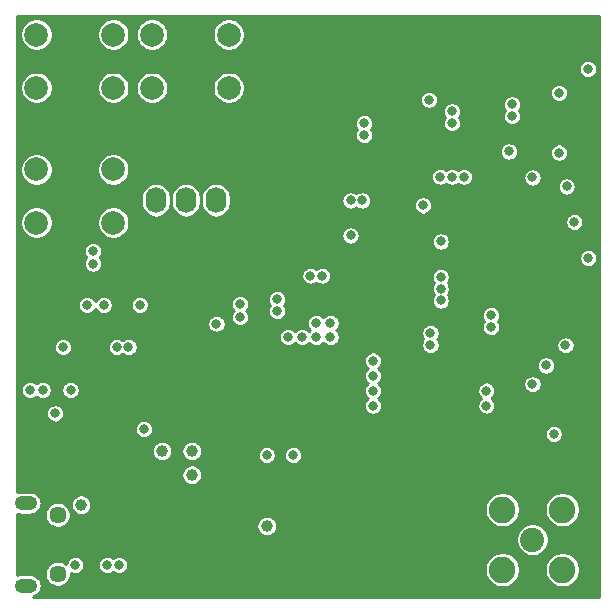
<source format=gbr>
G04 #@! TF.GenerationSoftware,KiCad,Pcbnew,(5.1.5)-3*
G04 #@! TF.CreationDate,2020-05-23T10:42:04+01:00*
G04 #@! TF.ProjectId,Chronos,4368726f-6e6f-4732-9e6b-696361645f70,X302*
G04 #@! TF.SameCoordinates,Original*
G04 #@! TF.FileFunction,Copper,L3,Inr*
G04 #@! TF.FilePolarity,Positive*
%FSLAX46Y46*%
G04 Gerber Fmt 4.6, Leading zero omitted, Abs format (unit mm)*
G04 Created by KiCad (PCBNEW (5.1.5)-3) date 2020-05-23 10:42:04*
%MOMM*%
%LPD*%
G04 APERTURE LIST*
%ADD10C,2.000000*%
%ADD11C,2.250000*%
%ADD12C,2.050000*%
%ADD13O,1.740000X2.200000*%
%ADD14C,0.100000*%
%ADD15O,1.900000X1.200000*%
%ADD16C,1.450000*%
%ADD17C,0.800000*%
%ADD18C,1.000000*%
%ADD19C,0.250000*%
G04 APERTURE END LIST*
D10*
X199300000Y-112000000D03*
X199300000Y-116500000D03*
X192800000Y-112000000D03*
X192800000Y-116500000D03*
X189500000Y-112000000D03*
X189500000Y-116500000D03*
X183000000Y-112000000D03*
X183000000Y-116500000D03*
X189500000Y-123400000D03*
X189500000Y-127900000D03*
X183000000Y-123400000D03*
X183000000Y-127900000D03*
D11*
X222460000Y-157290000D03*
X222460000Y-152210000D03*
X227540000Y-152210000D03*
X227540000Y-157290000D03*
D12*
X225000000Y-154750000D03*
D13*
X193130000Y-126000000D03*
X195670000Y-126000000D03*
X198210000Y-126000000D03*
G04 #@! TA.AperFunction,ViaPad*
D14*
G36*
X201394505Y-124901204D02*
G01*
X201418773Y-124904804D01*
X201442572Y-124910765D01*
X201465671Y-124919030D01*
X201487850Y-124929520D01*
X201508893Y-124942132D01*
X201528599Y-124956747D01*
X201546777Y-124973223D01*
X201563253Y-124991401D01*
X201577868Y-125011107D01*
X201590480Y-125032150D01*
X201600970Y-125054329D01*
X201609235Y-125077428D01*
X201615196Y-125101227D01*
X201618796Y-125125495D01*
X201620000Y-125149999D01*
X201620000Y-126850001D01*
X201618796Y-126874505D01*
X201615196Y-126898773D01*
X201609235Y-126922572D01*
X201600970Y-126945671D01*
X201590480Y-126967850D01*
X201577868Y-126988893D01*
X201563253Y-127008599D01*
X201546777Y-127026777D01*
X201528599Y-127043253D01*
X201508893Y-127057868D01*
X201487850Y-127070480D01*
X201465671Y-127080970D01*
X201442572Y-127089235D01*
X201418773Y-127095196D01*
X201394505Y-127098796D01*
X201370001Y-127100000D01*
X200129999Y-127100000D01*
X200105495Y-127098796D01*
X200081227Y-127095196D01*
X200057428Y-127089235D01*
X200034329Y-127080970D01*
X200012150Y-127070480D01*
X199991107Y-127057868D01*
X199971401Y-127043253D01*
X199953223Y-127026777D01*
X199936747Y-127008599D01*
X199922132Y-126988893D01*
X199909520Y-126967850D01*
X199899030Y-126945671D01*
X199890765Y-126922572D01*
X199884804Y-126898773D01*
X199881204Y-126874505D01*
X199880000Y-126850001D01*
X199880000Y-125149999D01*
X199881204Y-125125495D01*
X199884804Y-125101227D01*
X199890765Y-125077428D01*
X199899030Y-125054329D01*
X199909520Y-125032150D01*
X199922132Y-125011107D01*
X199936747Y-124991401D01*
X199953223Y-124973223D01*
X199971401Y-124956747D01*
X199991107Y-124942132D01*
X200012150Y-124929520D01*
X200034329Y-124919030D01*
X200057428Y-124910765D01*
X200081227Y-124904804D01*
X200105495Y-124901204D01*
X200129999Y-124900000D01*
X201370001Y-124900000D01*
X201394505Y-124901204D01*
G37*
G04 #@! TD.AperFunction*
D15*
X182112500Y-158650000D03*
X182112500Y-151650000D03*
D16*
X184812500Y-157650000D03*
X184812500Y-152650000D03*
D17*
X223265000Y-117900000D03*
X223265000Y-118900000D03*
X184600000Y-144060000D03*
X190800000Y-138460000D03*
X189800000Y-138460000D03*
X192100000Y-145400000D03*
D18*
X193650000Y-147250000D03*
X196150000Y-149250000D03*
X202500000Y-153600000D03*
X196150000Y-147250000D03*
X186791249Y-151800000D03*
D17*
X187800000Y-130300000D03*
X187800000Y-131375000D03*
X185250000Y-138460000D03*
X187300000Y-134890000D03*
X200250000Y-135915000D03*
X198250000Y-136465000D03*
X204750000Y-147600000D03*
X202500000Y-147600000D03*
X211500000Y-139595000D03*
X211500000Y-143405000D03*
X216365000Y-138250000D03*
X216365000Y-137250000D03*
X226800000Y-145800000D03*
X221515000Y-136750000D03*
X221515000Y-135750000D03*
X229735000Y-130900000D03*
X228550000Y-127850000D03*
X225000000Y-124085000D03*
X217235000Y-134500000D03*
X217235000Y-133500000D03*
X217235000Y-132500000D03*
X217235000Y-129500000D03*
X215725000Y-126450000D03*
X210600000Y-126030000D03*
X209600000Y-126030000D03*
X219200000Y-124020000D03*
X218200000Y-124020000D03*
X217200000Y-124020000D03*
X210765000Y-120500000D03*
X210765000Y-119500000D03*
X218205000Y-119500000D03*
X218205000Y-118500000D03*
X186300000Y-156900000D03*
X185900000Y-142090000D03*
X206700000Y-137600000D03*
X206700000Y-136400000D03*
X207900000Y-137600000D03*
X207900000Y-136400000D03*
X205500000Y-137600000D03*
X225235000Y-116900000D03*
X226235000Y-118900000D03*
X212735000Y-118500000D03*
X213735000Y-120500000D03*
X220200000Y-120115000D03*
X214265000Y-136485000D03*
X223485000Y-134750000D03*
X198250000Y-138385000D03*
X200250000Y-138885000D03*
X218335000Y-136250000D03*
X219335000Y-138250000D03*
X193800000Y-119485000D03*
X184000000Y-119485000D03*
X184000000Y-130885000D03*
D18*
X200650000Y-154250000D03*
X198900000Y-152500000D03*
X198650000Y-148750000D03*
X202500000Y-150200000D03*
X200650000Y-148750000D03*
D17*
X224485000Y-135750000D03*
X221100000Y-142135000D03*
X226150000Y-140000000D03*
X225000000Y-141600000D03*
X203400000Y-135400000D03*
X221100000Y-143405000D03*
X223000000Y-121885000D03*
X227250000Y-116915000D03*
X203400000Y-134400000D03*
X227264431Y-121985569D03*
X227900000Y-124850000D03*
X229685000Y-114915000D03*
X216235000Y-117500000D03*
X227800000Y-138300000D03*
X209600000Y-129000000D03*
X189000000Y-156900000D03*
X182475000Y-142090000D03*
X190000000Y-156900000D03*
X183537500Y-142090000D03*
X211500000Y-140865000D03*
X204300000Y-137600000D03*
X206200000Y-132400000D03*
X188700000Y-134890000D03*
X207200000Y-132400000D03*
X191750000Y-134890000D03*
X211500000Y-142135000D03*
X200250000Y-134800000D03*
D19*
G36*
X230600001Y-159600000D02*
G01*
X182689539Y-159600000D01*
X182837421Y-159555140D01*
X183006802Y-159464605D01*
X183155265Y-159342765D01*
X183277105Y-159194302D01*
X183367640Y-159024921D01*
X183423392Y-158841133D01*
X183442217Y-158650000D01*
X183423392Y-158458867D01*
X183367640Y-158275079D01*
X183277105Y-158105698D01*
X183155265Y-157957235D01*
X183006802Y-157835395D01*
X182837421Y-157744860D01*
X182653633Y-157689108D01*
X182510392Y-157675000D01*
X181714608Y-157675000D01*
X181571367Y-157689108D01*
X181400000Y-157741092D01*
X181400000Y-157541659D01*
X183712500Y-157541659D01*
X183712500Y-157758341D01*
X183754773Y-157970858D01*
X183837693Y-158171045D01*
X183958075Y-158351209D01*
X184111291Y-158504425D01*
X184291455Y-158624807D01*
X184491642Y-158707727D01*
X184704159Y-158750000D01*
X184920841Y-158750000D01*
X185133358Y-158707727D01*
X185333545Y-158624807D01*
X185513709Y-158504425D01*
X185666925Y-158351209D01*
X185787307Y-158171045D01*
X185870227Y-157970858D01*
X185912500Y-157758341D01*
X185912500Y-157573165D01*
X185932900Y-157586796D01*
X186073941Y-157645217D01*
X186223669Y-157675000D01*
X186376331Y-157675000D01*
X186526059Y-157645217D01*
X186667100Y-157586796D01*
X186794034Y-157501982D01*
X186901982Y-157394034D01*
X186986796Y-157267100D01*
X187045217Y-157126059D01*
X187075000Y-156976331D01*
X187075000Y-156823669D01*
X188225000Y-156823669D01*
X188225000Y-156976331D01*
X188254783Y-157126059D01*
X188313204Y-157267100D01*
X188398018Y-157394034D01*
X188505966Y-157501982D01*
X188632900Y-157586796D01*
X188773941Y-157645217D01*
X188923669Y-157675000D01*
X189076331Y-157675000D01*
X189226059Y-157645217D01*
X189367100Y-157586796D01*
X189494034Y-157501982D01*
X189500000Y-157496016D01*
X189505966Y-157501982D01*
X189632900Y-157586796D01*
X189773941Y-157645217D01*
X189923669Y-157675000D01*
X190076331Y-157675000D01*
X190226059Y-157645217D01*
X190367100Y-157586796D01*
X190494034Y-157501982D01*
X190601982Y-157394034D01*
X190686796Y-157267100D01*
X190738505Y-157142263D01*
X220960000Y-157142263D01*
X220960000Y-157437737D01*
X221017644Y-157727534D01*
X221130717Y-158000517D01*
X221294874Y-158246194D01*
X221503806Y-158455126D01*
X221749483Y-158619283D01*
X222022466Y-158732356D01*
X222312263Y-158790000D01*
X222607737Y-158790000D01*
X222897534Y-158732356D01*
X223170517Y-158619283D01*
X223416194Y-158455126D01*
X223625126Y-158246194D01*
X223789283Y-158000517D01*
X223902356Y-157727534D01*
X223960000Y-157437737D01*
X223960000Y-157142263D01*
X226040000Y-157142263D01*
X226040000Y-157437737D01*
X226097644Y-157727534D01*
X226210717Y-158000517D01*
X226374874Y-158246194D01*
X226583806Y-158455126D01*
X226829483Y-158619283D01*
X227102466Y-158732356D01*
X227392263Y-158790000D01*
X227687737Y-158790000D01*
X227977534Y-158732356D01*
X228250517Y-158619283D01*
X228496194Y-158455126D01*
X228705126Y-158246194D01*
X228869283Y-158000517D01*
X228982356Y-157727534D01*
X229040000Y-157437737D01*
X229040000Y-157142263D01*
X228982356Y-156852466D01*
X228869283Y-156579483D01*
X228705126Y-156333806D01*
X228496194Y-156124874D01*
X228250517Y-155960717D01*
X227977534Y-155847644D01*
X227687737Y-155790000D01*
X227392263Y-155790000D01*
X227102466Y-155847644D01*
X226829483Y-155960717D01*
X226583806Y-156124874D01*
X226374874Y-156333806D01*
X226210717Y-156579483D01*
X226097644Y-156852466D01*
X226040000Y-157142263D01*
X223960000Y-157142263D01*
X223902356Y-156852466D01*
X223789283Y-156579483D01*
X223625126Y-156333806D01*
X223416194Y-156124874D01*
X223170517Y-155960717D01*
X222897534Y-155847644D01*
X222607737Y-155790000D01*
X222312263Y-155790000D01*
X222022466Y-155847644D01*
X221749483Y-155960717D01*
X221503806Y-156124874D01*
X221294874Y-156333806D01*
X221130717Y-156579483D01*
X221017644Y-156852466D01*
X220960000Y-157142263D01*
X190738505Y-157142263D01*
X190745217Y-157126059D01*
X190775000Y-156976331D01*
X190775000Y-156823669D01*
X190745217Y-156673941D01*
X190686796Y-156532900D01*
X190601982Y-156405966D01*
X190494034Y-156298018D01*
X190367100Y-156213204D01*
X190226059Y-156154783D01*
X190076331Y-156125000D01*
X189923669Y-156125000D01*
X189773941Y-156154783D01*
X189632900Y-156213204D01*
X189505966Y-156298018D01*
X189500000Y-156303984D01*
X189494034Y-156298018D01*
X189367100Y-156213204D01*
X189226059Y-156154783D01*
X189076331Y-156125000D01*
X188923669Y-156125000D01*
X188773941Y-156154783D01*
X188632900Y-156213204D01*
X188505966Y-156298018D01*
X188398018Y-156405966D01*
X188313204Y-156532900D01*
X188254783Y-156673941D01*
X188225000Y-156823669D01*
X187075000Y-156823669D01*
X187045217Y-156673941D01*
X186986796Y-156532900D01*
X186901982Y-156405966D01*
X186794034Y-156298018D01*
X186667100Y-156213204D01*
X186526059Y-156154783D01*
X186376331Y-156125000D01*
X186223669Y-156125000D01*
X186073941Y-156154783D01*
X185932900Y-156213204D01*
X185805966Y-156298018D01*
X185698018Y-156405966D01*
X185613204Y-156532900D01*
X185554783Y-156673941D01*
X185527788Y-156809654D01*
X185513709Y-156795575D01*
X185333545Y-156675193D01*
X185133358Y-156592273D01*
X184920841Y-156550000D01*
X184704159Y-156550000D01*
X184491642Y-156592273D01*
X184291455Y-156675193D01*
X184111291Y-156795575D01*
X183958075Y-156948791D01*
X183837693Y-157128955D01*
X183754773Y-157329142D01*
X183712500Y-157541659D01*
X181400000Y-157541659D01*
X181400000Y-154612112D01*
X223600000Y-154612112D01*
X223600000Y-154887888D01*
X223653801Y-155158365D01*
X223759336Y-155413149D01*
X223912549Y-155642448D01*
X224107552Y-155837451D01*
X224336851Y-155990664D01*
X224591635Y-156096199D01*
X224862112Y-156150000D01*
X225137888Y-156150000D01*
X225408365Y-156096199D01*
X225663149Y-155990664D01*
X225892448Y-155837451D01*
X226087451Y-155642448D01*
X226240664Y-155413149D01*
X226346199Y-155158365D01*
X226400000Y-154887888D01*
X226400000Y-154612112D01*
X226346199Y-154341635D01*
X226240664Y-154086851D01*
X226087451Y-153857552D01*
X225892448Y-153662549D01*
X225663149Y-153509336D01*
X225408365Y-153403801D01*
X225137888Y-153350000D01*
X224862112Y-153350000D01*
X224591635Y-153403801D01*
X224336851Y-153509336D01*
X224107552Y-153662549D01*
X223912549Y-153857552D01*
X223759336Y-154086851D01*
X223653801Y-154341635D01*
X223600000Y-154612112D01*
X181400000Y-154612112D01*
X181400000Y-152558908D01*
X181571367Y-152610892D01*
X181714608Y-152625000D01*
X182510392Y-152625000D01*
X182653633Y-152610892D01*
X182837421Y-152555140D01*
X182862642Y-152541659D01*
X183712500Y-152541659D01*
X183712500Y-152758341D01*
X183754773Y-152970858D01*
X183837693Y-153171045D01*
X183958075Y-153351209D01*
X184111291Y-153504425D01*
X184291455Y-153624807D01*
X184491642Y-153707727D01*
X184704159Y-153750000D01*
X184920841Y-153750000D01*
X185133358Y-153707727D01*
X185333545Y-153624807D01*
X185499648Y-153513820D01*
X201625000Y-153513820D01*
X201625000Y-153686180D01*
X201658626Y-153855228D01*
X201724585Y-154014468D01*
X201820343Y-154157780D01*
X201942220Y-154279657D01*
X202085532Y-154375415D01*
X202244772Y-154441374D01*
X202413820Y-154475000D01*
X202586180Y-154475000D01*
X202755228Y-154441374D01*
X202914468Y-154375415D01*
X203057780Y-154279657D01*
X203179657Y-154157780D01*
X203275415Y-154014468D01*
X203341374Y-153855228D01*
X203375000Y-153686180D01*
X203375000Y-153513820D01*
X203341374Y-153344772D01*
X203275415Y-153185532D01*
X203179657Y-153042220D01*
X203057780Y-152920343D01*
X202914468Y-152824585D01*
X202755228Y-152758626D01*
X202586180Y-152725000D01*
X202413820Y-152725000D01*
X202244772Y-152758626D01*
X202085532Y-152824585D01*
X201942220Y-152920343D01*
X201820343Y-153042220D01*
X201724585Y-153185532D01*
X201658626Y-153344772D01*
X201625000Y-153513820D01*
X185499648Y-153513820D01*
X185513709Y-153504425D01*
X185666925Y-153351209D01*
X185787307Y-153171045D01*
X185870227Y-152970858D01*
X185912500Y-152758341D01*
X185912500Y-152541659D01*
X185870227Y-152329142D01*
X185787307Y-152128955D01*
X185666925Y-151948791D01*
X185513709Y-151795575D01*
X185391355Y-151713820D01*
X185916249Y-151713820D01*
X185916249Y-151886180D01*
X185949875Y-152055228D01*
X186015834Y-152214468D01*
X186111592Y-152357780D01*
X186233469Y-152479657D01*
X186376781Y-152575415D01*
X186536021Y-152641374D01*
X186705069Y-152675000D01*
X186877429Y-152675000D01*
X187046477Y-152641374D01*
X187205717Y-152575415D01*
X187349029Y-152479657D01*
X187470906Y-152357780D01*
X187566664Y-152214468D01*
X187629709Y-152062263D01*
X220960000Y-152062263D01*
X220960000Y-152357737D01*
X221017644Y-152647534D01*
X221130717Y-152920517D01*
X221294874Y-153166194D01*
X221503806Y-153375126D01*
X221749483Y-153539283D01*
X222022466Y-153652356D01*
X222312263Y-153710000D01*
X222607737Y-153710000D01*
X222897534Y-153652356D01*
X223170517Y-153539283D01*
X223416194Y-153375126D01*
X223625126Y-153166194D01*
X223789283Y-152920517D01*
X223902356Y-152647534D01*
X223960000Y-152357737D01*
X223960000Y-152062263D01*
X226040000Y-152062263D01*
X226040000Y-152357737D01*
X226097644Y-152647534D01*
X226210717Y-152920517D01*
X226374874Y-153166194D01*
X226583806Y-153375126D01*
X226829483Y-153539283D01*
X227102466Y-153652356D01*
X227392263Y-153710000D01*
X227687737Y-153710000D01*
X227977534Y-153652356D01*
X228250517Y-153539283D01*
X228496194Y-153375126D01*
X228705126Y-153166194D01*
X228869283Y-152920517D01*
X228982356Y-152647534D01*
X229040000Y-152357737D01*
X229040000Y-152062263D01*
X228982356Y-151772466D01*
X228869283Y-151499483D01*
X228705126Y-151253806D01*
X228496194Y-151044874D01*
X228250517Y-150880717D01*
X227977534Y-150767644D01*
X227687737Y-150710000D01*
X227392263Y-150710000D01*
X227102466Y-150767644D01*
X226829483Y-150880717D01*
X226583806Y-151044874D01*
X226374874Y-151253806D01*
X226210717Y-151499483D01*
X226097644Y-151772466D01*
X226040000Y-152062263D01*
X223960000Y-152062263D01*
X223902356Y-151772466D01*
X223789283Y-151499483D01*
X223625126Y-151253806D01*
X223416194Y-151044874D01*
X223170517Y-150880717D01*
X222897534Y-150767644D01*
X222607737Y-150710000D01*
X222312263Y-150710000D01*
X222022466Y-150767644D01*
X221749483Y-150880717D01*
X221503806Y-151044874D01*
X221294874Y-151253806D01*
X221130717Y-151499483D01*
X221017644Y-151772466D01*
X220960000Y-152062263D01*
X187629709Y-152062263D01*
X187632623Y-152055228D01*
X187666249Y-151886180D01*
X187666249Y-151713820D01*
X187632623Y-151544772D01*
X187566664Y-151385532D01*
X187470906Y-151242220D01*
X187349029Y-151120343D01*
X187205717Y-151024585D01*
X187046477Y-150958626D01*
X186877429Y-150925000D01*
X186705069Y-150925000D01*
X186536021Y-150958626D01*
X186376781Y-151024585D01*
X186233469Y-151120343D01*
X186111592Y-151242220D01*
X186015834Y-151385532D01*
X185949875Y-151544772D01*
X185916249Y-151713820D01*
X185391355Y-151713820D01*
X185333545Y-151675193D01*
X185133358Y-151592273D01*
X184920841Y-151550000D01*
X184704159Y-151550000D01*
X184491642Y-151592273D01*
X184291455Y-151675193D01*
X184111291Y-151795575D01*
X183958075Y-151948791D01*
X183837693Y-152128955D01*
X183754773Y-152329142D01*
X183712500Y-152541659D01*
X182862642Y-152541659D01*
X183006802Y-152464605D01*
X183155265Y-152342765D01*
X183277105Y-152194302D01*
X183367640Y-152024921D01*
X183423392Y-151841133D01*
X183442217Y-151650000D01*
X183423392Y-151458867D01*
X183367640Y-151275079D01*
X183277105Y-151105698D01*
X183155265Y-150957235D01*
X183006802Y-150835395D01*
X182837421Y-150744860D01*
X182653633Y-150689108D01*
X182510392Y-150675000D01*
X181714608Y-150675000D01*
X181571367Y-150689108D01*
X181400000Y-150741092D01*
X181400000Y-149163820D01*
X195275000Y-149163820D01*
X195275000Y-149336180D01*
X195308626Y-149505228D01*
X195374585Y-149664468D01*
X195470343Y-149807780D01*
X195592220Y-149929657D01*
X195735532Y-150025415D01*
X195894772Y-150091374D01*
X196063820Y-150125000D01*
X196236180Y-150125000D01*
X196405228Y-150091374D01*
X196564468Y-150025415D01*
X196707780Y-149929657D01*
X196829657Y-149807780D01*
X196925415Y-149664468D01*
X196991374Y-149505228D01*
X197025000Y-149336180D01*
X197025000Y-149163820D01*
X196991374Y-148994772D01*
X196925415Y-148835532D01*
X196829657Y-148692220D01*
X196707780Y-148570343D01*
X196564468Y-148474585D01*
X196405228Y-148408626D01*
X196236180Y-148375000D01*
X196063820Y-148375000D01*
X195894772Y-148408626D01*
X195735532Y-148474585D01*
X195592220Y-148570343D01*
X195470343Y-148692220D01*
X195374585Y-148835532D01*
X195308626Y-148994772D01*
X195275000Y-149163820D01*
X181400000Y-149163820D01*
X181400000Y-147163820D01*
X192775000Y-147163820D01*
X192775000Y-147336180D01*
X192808626Y-147505228D01*
X192874585Y-147664468D01*
X192970343Y-147807780D01*
X193092220Y-147929657D01*
X193235532Y-148025415D01*
X193394772Y-148091374D01*
X193563820Y-148125000D01*
X193736180Y-148125000D01*
X193905228Y-148091374D01*
X194064468Y-148025415D01*
X194207780Y-147929657D01*
X194329657Y-147807780D01*
X194425415Y-147664468D01*
X194491374Y-147505228D01*
X194525000Y-147336180D01*
X194525000Y-147163820D01*
X195275000Y-147163820D01*
X195275000Y-147336180D01*
X195308626Y-147505228D01*
X195374585Y-147664468D01*
X195470343Y-147807780D01*
X195592220Y-147929657D01*
X195735532Y-148025415D01*
X195894772Y-148091374D01*
X196063820Y-148125000D01*
X196236180Y-148125000D01*
X196405228Y-148091374D01*
X196564468Y-148025415D01*
X196707780Y-147929657D01*
X196829657Y-147807780D01*
X196925415Y-147664468D01*
X196983735Y-147523669D01*
X201725000Y-147523669D01*
X201725000Y-147676331D01*
X201754783Y-147826059D01*
X201813204Y-147967100D01*
X201898018Y-148094034D01*
X202005966Y-148201982D01*
X202132900Y-148286796D01*
X202273941Y-148345217D01*
X202423669Y-148375000D01*
X202576331Y-148375000D01*
X202726059Y-148345217D01*
X202867100Y-148286796D01*
X202994034Y-148201982D01*
X203101982Y-148094034D01*
X203186796Y-147967100D01*
X203245217Y-147826059D01*
X203275000Y-147676331D01*
X203275000Y-147523669D01*
X203975000Y-147523669D01*
X203975000Y-147676331D01*
X204004783Y-147826059D01*
X204063204Y-147967100D01*
X204148018Y-148094034D01*
X204255966Y-148201982D01*
X204382900Y-148286796D01*
X204523941Y-148345217D01*
X204673669Y-148375000D01*
X204826331Y-148375000D01*
X204976059Y-148345217D01*
X205117100Y-148286796D01*
X205244034Y-148201982D01*
X205351982Y-148094034D01*
X205436796Y-147967100D01*
X205495217Y-147826059D01*
X205525000Y-147676331D01*
X205525000Y-147523669D01*
X205495217Y-147373941D01*
X205436796Y-147232900D01*
X205351982Y-147105966D01*
X205244034Y-146998018D01*
X205117100Y-146913204D01*
X204976059Y-146854783D01*
X204826331Y-146825000D01*
X204673669Y-146825000D01*
X204523941Y-146854783D01*
X204382900Y-146913204D01*
X204255966Y-146998018D01*
X204148018Y-147105966D01*
X204063204Y-147232900D01*
X204004783Y-147373941D01*
X203975000Y-147523669D01*
X203275000Y-147523669D01*
X203245217Y-147373941D01*
X203186796Y-147232900D01*
X203101982Y-147105966D01*
X202994034Y-146998018D01*
X202867100Y-146913204D01*
X202726059Y-146854783D01*
X202576331Y-146825000D01*
X202423669Y-146825000D01*
X202273941Y-146854783D01*
X202132900Y-146913204D01*
X202005966Y-146998018D01*
X201898018Y-147105966D01*
X201813204Y-147232900D01*
X201754783Y-147373941D01*
X201725000Y-147523669D01*
X196983735Y-147523669D01*
X196991374Y-147505228D01*
X197025000Y-147336180D01*
X197025000Y-147163820D01*
X196991374Y-146994772D01*
X196925415Y-146835532D01*
X196829657Y-146692220D01*
X196707780Y-146570343D01*
X196564468Y-146474585D01*
X196405228Y-146408626D01*
X196236180Y-146375000D01*
X196063820Y-146375000D01*
X195894772Y-146408626D01*
X195735532Y-146474585D01*
X195592220Y-146570343D01*
X195470343Y-146692220D01*
X195374585Y-146835532D01*
X195308626Y-146994772D01*
X195275000Y-147163820D01*
X194525000Y-147163820D01*
X194491374Y-146994772D01*
X194425415Y-146835532D01*
X194329657Y-146692220D01*
X194207780Y-146570343D01*
X194064468Y-146474585D01*
X193905228Y-146408626D01*
X193736180Y-146375000D01*
X193563820Y-146375000D01*
X193394772Y-146408626D01*
X193235532Y-146474585D01*
X193092220Y-146570343D01*
X192970343Y-146692220D01*
X192874585Y-146835532D01*
X192808626Y-146994772D01*
X192775000Y-147163820D01*
X181400000Y-147163820D01*
X181400000Y-145323669D01*
X191325000Y-145323669D01*
X191325000Y-145476331D01*
X191354783Y-145626059D01*
X191413204Y-145767100D01*
X191498018Y-145894034D01*
X191605966Y-146001982D01*
X191732900Y-146086796D01*
X191873941Y-146145217D01*
X192023669Y-146175000D01*
X192176331Y-146175000D01*
X192326059Y-146145217D01*
X192467100Y-146086796D01*
X192594034Y-146001982D01*
X192701982Y-145894034D01*
X192786796Y-145767100D01*
X192804785Y-145723669D01*
X226025000Y-145723669D01*
X226025000Y-145876331D01*
X226054783Y-146026059D01*
X226113204Y-146167100D01*
X226198018Y-146294034D01*
X226305966Y-146401982D01*
X226432900Y-146486796D01*
X226573941Y-146545217D01*
X226723669Y-146575000D01*
X226876331Y-146575000D01*
X227026059Y-146545217D01*
X227167100Y-146486796D01*
X227294034Y-146401982D01*
X227401982Y-146294034D01*
X227486796Y-146167100D01*
X227545217Y-146026059D01*
X227575000Y-145876331D01*
X227575000Y-145723669D01*
X227545217Y-145573941D01*
X227486796Y-145432900D01*
X227401982Y-145305966D01*
X227294034Y-145198018D01*
X227167100Y-145113204D01*
X227026059Y-145054783D01*
X226876331Y-145025000D01*
X226723669Y-145025000D01*
X226573941Y-145054783D01*
X226432900Y-145113204D01*
X226305966Y-145198018D01*
X226198018Y-145305966D01*
X226113204Y-145432900D01*
X226054783Y-145573941D01*
X226025000Y-145723669D01*
X192804785Y-145723669D01*
X192845217Y-145626059D01*
X192875000Y-145476331D01*
X192875000Y-145323669D01*
X192845217Y-145173941D01*
X192786796Y-145032900D01*
X192701982Y-144905966D01*
X192594034Y-144798018D01*
X192467100Y-144713204D01*
X192326059Y-144654783D01*
X192176331Y-144625000D01*
X192023669Y-144625000D01*
X191873941Y-144654783D01*
X191732900Y-144713204D01*
X191605966Y-144798018D01*
X191498018Y-144905966D01*
X191413204Y-145032900D01*
X191354783Y-145173941D01*
X191325000Y-145323669D01*
X181400000Y-145323669D01*
X181400000Y-143983669D01*
X183825000Y-143983669D01*
X183825000Y-144136331D01*
X183854783Y-144286059D01*
X183913204Y-144427100D01*
X183998018Y-144554034D01*
X184105966Y-144661982D01*
X184232900Y-144746796D01*
X184373941Y-144805217D01*
X184523669Y-144835000D01*
X184676331Y-144835000D01*
X184826059Y-144805217D01*
X184967100Y-144746796D01*
X185094034Y-144661982D01*
X185201982Y-144554034D01*
X185286796Y-144427100D01*
X185345217Y-144286059D01*
X185375000Y-144136331D01*
X185375000Y-143983669D01*
X185345217Y-143833941D01*
X185286796Y-143692900D01*
X185201982Y-143565966D01*
X185094034Y-143458018D01*
X184967100Y-143373204D01*
X184826059Y-143314783D01*
X184676331Y-143285000D01*
X184523669Y-143285000D01*
X184373941Y-143314783D01*
X184232900Y-143373204D01*
X184105966Y-143458018D01*
X183998018Y-143565966D01*
X183913204Y-143692900D01*
X183854783Y-143833941D01*
X183825000Y-143983669D01*
X181400000Y-143983669D01*
X181400000Y-142013669D01*
X181700000Y-142013669D01*
X181700000Y-142166331D01*
X181729783Y-142316059D01*
X181788204Y-142457100D01*
X181873018Y-142584034D01*
X181980966Y-142691982D01*
X182107900Y-142776796D01*
X182248941Y-142835217D01*
X182398669Y-142865000D01*
X182551331Y-142865000D01*
X182701059Y-142835217D01*
X182842100Y-142776796D01*
X182969034Y-142691982D01*
X183006250Y-142654766D01*
X183043466Y-142691982D01*
X183170400Y-142776796D01*
X183311441Y-142835217D01*
X183461169Y-142865000D01*
X183613831Y-142865000D01*
X183763559Y-142835217D01*
X183904600Y-142776796D01*
X184031534Y-142691982D01*
X184139482Y-142584034D01*
X184224296Y-142457100D01*
X184282717Y-142316059D01*
X184312500Y-142166331D01*
X184312500Y-142013669D01*
X185125000Y-142013669D01*
X185125000Y-142166331D01*
X185154783Y-142316059D01*
X185213204Y-142457100D01*
X185298018Y-142584034D01*
X185405966Y-142691982D01*
X185532900Y-142776796D01*
X185673941Y-142835217D01*
X185823669Y-142865000D01*
X185976331Y-142865000D01*
X186126059Y-142835217D01*
X186267100Y-142776796D01*
X186394034Y-142691982D01*
X186501982Y-142584034D01*
X186586796Y-142457100D01*
X186645217Y-142316059D01*
X186675000Y-142166331D01*
X186675000Y-142013669D01*
X186645217Y-141863941D01*
X186586796Y-141722900D01*
X186501982Y-141595966D01*
X186394034Y-141488018D01*
X186267100Y-141403204D01*
X186126059Y-141344783D01*
X185976331Y-141315000D01*
X185823669Y-141315000D01*
X185673941Y-141344783D01*
X185532900Y-141403204D01*
X185405966Y-141488018D01*
X185298018Y-141595966D01*
X185213204Y-141722900D01*
X185154783Y-141863941D01*
X185125000Y-142013669D01*
X184312500Y-142013669D01*
X184282717Y-141863941D01*
X184224296Y-141722900D01*
X184139482Y-141595966D01*
X184031534Y-141488018D01*
X183904600Y-141403204D01*
X183763559Y-141344783D01*
X183613831Y-141315000D01*
X183461169Y-141315000D01*
X183311441Y-141344783D01*
X183170400Y-141403204D01*
X183043466Y-141488018D01*
X183006250Y-141525234D01*
X182969034Y-141488018D01*
X182842100Y-141403204D01*
X182701059Y-141344783D01*
X182551331Y-141315000D01*
X182398669Y-141315000D01*
X182248941Y-141344783D01*
X182107900Y-141403204D01*
X181980966Y-141488018D01*
X181873018Y-141595966D01*
X181788204Y-141722900D01*
X181729783Y-141863941D01*
X181700000Y-142013669D01*
X181400000Y-142013669D01*
X181400000Y-139518669D01*
X210725000Y-139518669D01*
X210725000Y-139671331D01*
X210754783Y-139821059D01*
X210813204Y-139962100D01*
X210898018Y-140089034D01*
X211005966Y-140196982D01*
X211055381Y-140230000D01*
X211005966Y-140263018D01*
X210898018Y-140370966D01*
X210813204Y-140497900D01*
X210754783Y-140638941D01*
X210725000Y-140788669D01*
X210725000Y-140941331D01*
X210754783Y-141091059D01*
X210813204Y-141232100D01*
X210898018Y-141359034D01*
X211005966Y-141466982D01*
X211055381Y-141500000D01*
X211005966Y-141533018D01*
X210898018Y-141640966D01*
X210813204Y-141767900D01*
X210754783Y-141908941D01*
X210725000Y-142058669D01*
X210725000Y-142211331D01*
X210754783Y-142361059D01*
X210813204Y-142502100D01*
X210898018Y-142629034D01*
X211005966Y-142736982D01*
X211055381Y-142770000D01*
X211005966Y-142803018D01*
X210898018Y-142910966D01*
X210813204Y-143037900D01*
X210754783Y-143178941D01*
X210725000Y-143328669D01*
X210725000Y-143481331D01*
X210754783Y-143631059D01*
X210813204Y-143772100D01*
X210898018Y-143899034D01*
X211005966Y-144006982D01*
X211132900Y-144091796D01*
X211273941Y-144150217D01*
X211423669Y-144180000D01*
X211576331Y-144180000D01*
X211726059Y-144150217D01*
X211867100Y-144091796D01*
X211994034Y-144006982D01*
X212101982Y-143899034D01*
X212186796Y-143772100D01*
X212245217Y-143631059D01*
X212275000Y-143481331D01*
X212275000Y-143328669D01*
X212245217Y-143178941D01*
X212186796Y-143037900D01*
X212101982Y-142910966D01*
X211994034Y-142803018D01*
X211944619Y-142770000D01*
X211994034Y-142736982D01*
X212101982Y-142629034D01*
X212186796Y-142502100D01*
X212245217Y-142361059D01*
X212275000Y-142211331D01*
X212275000Y-142058669D01*
X220325000Y-142058669D01*
X220325000Y-142211331D01*
X220354783Y-142361059D01*
X220413204Y-142502100D01*
X220498018Y-142629034D01*
X220605966Y-142736982D01*
X220655381Y-142770000D01*
X220605966Y-142803018D01*
X220498018Y-142910966D01*
X220413204Y-143037900D01*
X220354783Y-143178941D01*
X220325000Y-143328669D01*
X220325000Y-143481331D01*
X220354783Y-143631059D01*
X220413204Y-143772100D01*
X220498018Y-143899034D01*
X220605966Y-144006982D01*
X220732900Y-144091796D01*
X220873941Y-144150217D01*
X221023669Y-144180000D01*
X221176331Y-144180000D01*
X221326059Y-144150217D01*
X221467100Y-144091796D01*
X221594034Y-144006982D01*
X221701982Y-143899034D01*
X221786796Y-143772100D01*
X221845217Y-143631059D01*
X221875000Y-143481331D01*
X221875000Y-143328669D01*
X221845217Y-143178941D01*
X221786796Y-143037900D01*
X221701982Y-142910966D01*
X221594034Y-142803018D01*
X221544619Y-142770000D01*
X221594034Y-142736982D01*
X221701982Y-142629034D01*
X221786796Y-142502100D01*
X221845217Y-142361059D01*
X221875000Y-142211331D01*
X221875000Y-142058669D01*
X221845217Y-141908941D01*
X221786796Y-141767900D01*
X221701982Y-141640966D01*
X221594034Y-141533018D01*
X221580043Y-141523669D01*
X224225000Y-141523669D01*
X224225000Y-141676331D01*
X224254783Y-141826059D01*
X224313204Y-141967100D01*
X224398018Y-142094034D01*
X224505966Y-142201982D01*
X224632900Y-142286796D01*
X224773941Y-142345217D01*
X224923669Y-142375000D01*
X225076331Y-142375000D01*
X225226059Y-142345217D01*
X225367100Y-142286796D01*
X225494034Y-142201982D01*
X225601982Y-142094034D01*
X225686796Y-141967100D01*
X225745217Y-141826059D01*
X225775000Y-141676331D01*
X225775000Y-141523669D01*
X225745217Y-141373941D01*
X225686796Y-141232900D01*
X225601982Y-141105966D01*
X225494034Y-140998018D01*
X225367100Y-140913204D01*
X225226059Y-140854783D01*
X225076331Y-140825000D01*
X224923669Y-140825000D01*
X224773941Y-140854783D01*
X224632900Y-140913204D01*
X224505966Y-140998018D01*
X224398018Y-141105966D01*
X224313204Y-141232900D01*
X224254783Y-141373941D01*
X224225000Y-141523669D01*
X221580043Y-141523669D01*
X221467100Y-141448204D01*
X221326059Y-141389783D01*
X221176331Y-141360000D01*
X221023669Y-141360000D01*
X220873941Y-141389783D01*
X220732900Y-141448204D01*
X220605966Y-141533018D01*
X220498018Y-141640966D01*
X220413204Y-141767900D01*
X220354783Y-141908941D01*
X220325000Y-142058669D01*
X212275000Y-142058669D01*
X212245217Y-141908941D01*
X212186796Y-141767900D01*
X212101982Y-141640966D01*
X211994034Y-141533018D01*
X211944619Y-141500000D01*
X211994034Y-141466982D01*
X212101982Y-141359034D01*
X212186796Y-141232100D01*
X212245217Y-141091059D01*
X212275000Y-140941331D01*
X212275000Y-140788669D01*
X212245217Y-140638941D01*
X212186796Y-140497900D01*
X212101982Y-140370966D01*
X211994034Y-140263018D01*
X211944619Y-140230000D01*
X211994034Y-140196982D01*
X212101982Y-140089034D01*
X212186796Y-139962100D01*
X212202714Y-139923669D01*
X225375000Y-139923669D01*
X225375000Y-140076331D01*
X225404783Y-140226059D01*
X225463204Y-140367100D01*
X225548018Y-140494034D01*
X225655966Y-140601982D01*
X225782900Y-140686796D01*
X225923941Y-140745217D01*
X226073669Y-140775000D01*
X226226331Y-140775000D01*
X226376059Y-140745217D01*
X226517100Y-140686796D01*
X226644034Y-140601982D01*
X226751982Y-140494034D01*
X226836796Y-140367100D01*
X226895217Y-140226059D01*
X226925000Y-140076331D01*
X226925000Y-139923669D01*
X226895217Y-139773941D01*
X226836796Y-139632900D01*
X226751982Y-139505966D01*
X226644034Y-139398018D01*
X226517100Y-139313204D01*
X226376059Y-139254783D01*
X226226331Y-139225000D01*
X226073669Y-139225000D01*
X225923941Y-139254783D01*
X225782900Y-139313204D01*
X225655966Y-139398018D01*
X225548018Y-139505966D01*
X225463204Y-139632900D01*
X225404783Y-139773941D01*
X225375000Y-139923669D01*
X212202714Y-139923669D01*
X212245217Y-139821059D01*
X212275000Y-139671331D01*
X212275000Y-139518669D01*
X212245217Y-139368941D01*
X212186796Y-139227900D01*
X212101982Y-139100966D01*
X211994034Y-138993018D01*
X211867100Y-138908204D01*
X211726059Y-138849783D01*
X211576331Y-138820000D01*
X211423669Y-138820000D01*
X211273941Y-138849783D01*
X211132900Y-138908204D01*
X211005966Y-138993018D01*
X210898018Y-139100966D01*
X210813204Y-139227900D01*
X210754783Y-139368941D01*
X210725000Y-139518669D01*
X181400000Y-139518669D01*
X181400000Y-138383669D01*
X184475000Y-138383669D01*
X184475000Y-138536331D01*
X184504783Y-138686059D01*
X184563204Y-138827100D01*
X184648018Y-138954034D01*
X184755966Y-139061982D01*
X184882900Y-139146796D01*
X185023941Y-139205217D01*
X185173669Y-139235000D01*
X185326331Y-139235000D01*
X185476059Y-139205217D01*
X185617100Y-139146796D01*
X185744034Y-139061982D01*
X185851982Y-138954034D01*
X185936796Y-138827100D01*
X185995217Y-138686059D01*
X186025000Y-138536331D01*
X186025000Y-138383669D01*
X189025000Y-138383669D01*
X189025000Y-138536331D01*
X189054783Y-138686059D01*
X189113204Y-138827100D01*
X189198018Y-138954034D01*
X189305966Y-139061982D01*
X189432900Y-139146796D01*
X189573941Y-139205217D01*
X189723669Y-139235000D01*
X189876331Y-139235000D01*
X190026059Y-139205217D01*
X190167100Y-139146796D01*
X190294034Y-139061982D01*
X190300000Y-139056016D01*
X190305966Y-139061982D01*
X190432900Y-139146796D01*
X190573941Y-139205217D01*
X190723669Y-139235000D01*
X190876331Y-139235000D01*
X191026059Y-139205217D01*
X191167100Y-139146796D01*
X191294034Y-139061982D01*
X191401982Y-138954034D01*
X191486796Y-138827100D01*
X191545217Y-138686059D01*
X191575000Y-138536331D01*
X191575000Y-138383669D01*
X191545217Y-138233941D01*
X191486796Y-138092900D01*
X191401982Y-137965966D01*
X191294034Y-137858018D01*
X191167100Y-137773204D01*
X191026059Y-137714783D01*
X190876331Y-137685000D01*
X190723669Y-137685000D01*
X190573941Y-137714783D01*
X190432900Y-137773204D01*
X190305966Y-137858018D01*
X190300000Y-137863984D01*
X190294034Y-137858018D01*
X190167100Y-137773204D01*
X190026059Y-137714783D01*
X189876331Y-137685000D01*
X189723669Y-137685000D01*
X189573941Y-137714783D01*
X189432900Y-137773204D01*
X189305966Y-137858018D01*
X189198018Y-137965966D01*
X189113204Y-138092900D01*
X189054783Y-138233941D01*
X189025000Y-138383669D01*
X186025000Y-138383669D01*
X185995217Y-138233941D01*
X185936796Y-138092900D01*
X185851982Y-137965966D01*
X185744034Y-137858018D01*
X185617100Y-137773204D01*
X185476059Y-137714783D01*
X185326331Y-137685000D01*
X185173669Y-137685000D01*
X185023941Y-137714783D01*
X184882900Y-137773204D01*
X184755966Y-137858018D01*
X184648018Y-137965966D01*
X184563204Y-138092900D01*
X184504783Y-138233941D01*
X184475000Y-138383669D01*
X181400000Y-138383669D01*
X181400000Y-137523669D01*
X203525000Y-137523669D01*
X203525000Y-137676331D01*
X203554783Y-137826059D01*
X203613204Y-137967100D01*
X203698018Y-138094034D01*
X203805966Y-138201982D01*
X203932900Y-138286796D01*
X204073941Y-138345217D01*
X204223669Y-138375000D01*
X204376331Y-138375000D01*
X204526059Y-138345217D01*
X204667100Y-138286796D01*
X204794034Y-138201982D01*
X204900000Y-138096016D01*
X205005966Y-138201982D01*
X205132900Y-138286796D01*
X205273941Y-138345217D01*
X205423669Y-138375000D01*
X205576331Y-138375000D01*
X205726059Y-138345217D01*
X205867100Y-138286796D01*
X205994034Y-138201982D01*
X206100000Y-138096016D01*
X206205966Y-138201982D01*
X206332900Y-138286796D01*
X206473941Y-138345217D01*
X206623669Y-138375000D01*
X206776331Y-138375000D01*
X206926059Y-138345217D01*
X207067100Y-138286796D01*
X207194034Y-138201982D01*
X207300000Y-138096016D01*
X207405966Y-138201982D01*
X207532900Y-138286796D01*
X207673941Y-138345217D01*
X207823669Y-138375000D01*
X207976331Y-138375000D01*
X208126059Y-138345217D01*
X208267100Y-138286796D01*
X208394034Y-138201982D01*
X208501982Y-138094034D01*
X208586796Y-137967100D01*
X208645217Y-137826059D01*
X208675000Y-137676331D01*
X208675000Y-137523669D01*
X208645217Y-137373941D01*
X208586796Y-137232900D01*
X208547220Y-137173669D01*
X215590000Y-137173669D01*
X215590000Y-137326331D01*
X215619783Y-137476059D01*
X215678204Y-137617100D01*
X215763018Y-137744034D01*
X215768984Y-137750000D01*
X215763018Y-137755966D01*
X215678204Y-137882900D01*
X215619783Y-138023941D01*
X215590000Y-138173669D01*
X215590000Y-138326331D01*
X215619783Y-138476059D01*
X215678204Y-138617100D01*
X215763018Y-138744034D01*
X215870966Y-138851982D01*
X215997900Y-138936796D01*
X216138941Y-138995217D01*
X216288669Y-139025000D01*
X216441331Y-139025000D01*
X216591059Y-138995217D01*
X216732100Y-138936796D01*
X216859034Y-138851982D01*
X216966982Y-138744034D01*
X217051796Y-138617100D01*
X217110217Y-138476059D01*
X217140000Y-138326331D01*
X217140000Y-138223669D01*
X227025000Y-138223669D01*
X227025000Y-138376331D01*
X227054783Y-138526059D01*
X227113204Y-138667100D01*
X227198018Y-138794034D01*
X227305966Y-138901982D01*
X227432900Y-138986796D01*
X227573941Y-139045217D01*
X227723669Y-139075000D01*
X227876331Y-139075000D01*
X228026059Y-139045217D01*
X228167100Y-138986796D01*
X228294034Y-138901982D01*
X228401982Y-138794034D01*
X228486796Y-138667100D01*
X228545217Y-138526059D01*
X228575000Y-138376331D01*
X228575000Y-138223669D01*
X228545217Y-138073941D01*
X228486796Y-137932900D01*
X228401982Y-137805966D01*
X228294034Y-137698018D01*
X228167100Y-137613204D01*
X228026059Y-137554783D01*
X227876331Y-137525000D01*
X227723669Y-137525000D01*
X227573941Y-137554783D01*
X227432900Y-137613204D01*
X227305966Y-137698018D01*
X227198018Y-137805966D01*
X227113204Y-137932900D01*
X227054783Y-138073941D01*
X227025000Y-138223669D01*
X217140000Y-138223669D01*
X217140000Y-138173669D01*
X217110217Y-138023941D01*
X217051796Y-137882900D01*
X216966982Y-137755966D01*
X216961016Y-137750000D01*
X216966982Y-137744034D01*
X217051796Y-137617100D01*
X217110217Y-137476059D01*
X217140000Y-137326331D01*
X217140000Y-137173669D01*
X217110217Y-137023941D01*
X217051796Y-136882900D01*
X216966982Y-136755966D01*
X216859034Y-136648018D01*
X216732100Y-136563204D01*
X216591059Y-136504783D01*
X216441331Y-136475000D01*
X216288669Y-136475000D01*
X216138941Y-136504783D01*
X215997900Y-136563204D01*
X215870966Y-136648018D01*
X215763018Y-136755966D01*
X215678204Y-136882900D01*
X215619783Y-137023941D01*
X215590000Y-137173669D01*
X208547220Y-137173669D01*
X208501982Y-137105966D01*
X208396016Y-137000000D01*
X208501982Y-136894034D01*
X208586796Y-136767100D01*
X208645217Y-136626059D01*
X208675000Y-136476331D01*
X208675000Y-136323669D01*
X208645217Y-136173941D01*
X208586796Y-136032900D01*
X208501982Y-135905966D01*
X208394034Y-135798018D01*
X208267100Y-135713204D01*
X208171654Y-135673669D01*
X220740000Y-135673669D01*
X220740000Y-135826331D01*
X220769783Y-135976059D01*
X220828204Y-136117100D01*
X220913018Y-136244034D01*
X220918984Y-136250000D01*
X220913018Y-136255966D01*
X220828204Y-136382900D01*
X220769783Y-136523941D01*
X220740000Y-136673669D01*
X220740000Y-136826331D01*
X220769783Y-136976059D01*
X220828204Y-137117100D01*
X220913018Y-137244034D01*
X221020966Y-137351982D01*
X221147900Y-137436796D01*
X221288941Y-137495217D01*
X221438669Y-137525000D01*
X221591331Y-137525000D01*
X221741059Y-137495217D01*
X221882100Y-137436796D01*
X222009034Y-137351982D01*
X222116982Y-137244034D01*
X222201796Y-137117100D01*
X222260217Y-136976059D01*
X222290000Y-136826331D01*
X222290000Y-136673669D01*
X222260217Y-136523941D01*
X222201796Y-136382900D01*
X222116982Y-136255966D01*
X222111016Y-136250000D01*
X222116982Y-136244034D01*
X222201796Y-136117100D01*
X222260217Y-135976059D01*
X222290000Y-135826331D01*
X222290000Y-135673669D01*
X222260217Y-135523941D01*
X222201796Y-135382900D01*
X222116982Y-135255966D01*
X222009034Y-135148018D01*
X221882100Y-135063204D01*
X221741059Y-135004783D01*
X221591331Y-134975000D01*
X221438669Y-134975000D01*
X221288941Y-135004783D01*
X221147900Y-135063204D01*
X221020966Y-135148018D01*
X220913018Y-135255966D01*
X220828204Y-135382900D01*
X220769783Y-135523941D01*
X220740000Y-135673669D01*
X208171654Y-135673669D01*
X208126059Y-135654783D01*
X207976331Y-135625000D01*
X207823669Y-135625000D01*
X207673941Y-135654783D01*
X207532900Y-135713204D01*
X207405966Y-135798018D01*
X207300000Y-135903984D01*
X207194034Y-135798018D01*
X207067100Y-135713204D01*
X206926059Y-135654783D01*
X206776331Y-135625000D01*
X206623669Y-135625000D01*
X206473941Y-135654783D01*
X206332900Y-135713204D01*
X206205966Y-135798018D01*
X206098018Y-135905966D01*
X206013204Y-136032900D01*
X205954783Y-136173941D01*
X205925000Y-136323669D01*
X205925000Y-136476331D01*
X205954783Y-136626059D01*
X206013204Y-136767100D01*
X206098018Y-136894034D01*
X206203984Y-137000000D01*
X206100000Y-137103984D01*
X205994034Y-136998018D01*
X205867100Y-136913204D01*
X205726059Y-136854783D01*
X205576331Y-136825000D01*
X205423669Y-136825000D01*
X205273941Y-136854783D01*
X205132900Y-136913204D01*
X205005966Y-136998018D01*
X204900000Y-137103984D01*
X204794034Y-136998018D01*
X204667100Y-136913204D01*
X204526059Y-136854783D01*
X204376331Y-136825000D01*
X204223669Y-136825000D01*
X204073941Y-136854783D01*
X203932900Y-136913204D01*
X203805966Y-136998018D01*
X203698018Y-137105966D01*
X203613204Y-137232900D01*
X203554783Y-137373941D01*
X203525000Y-137523669D01*
X181400000Y-137523669D01*
X181400000Y-136388669D01*
X197475000Y-136388669D01*
X197475000Y-136541331D01*
X197504783Y-136691059D01*
X197563204Y-136832100D01*
X197648018Y-136959034D01*
X197755966Y-137066982D01*
X197882900Y-137151796D01*
X198023941Y-137210217D01*
X198173669Y-137240000D01*
X198326331Y-137240000D01*
X198476059Y-137210217D01*
X198617100Y-137151796D01*
X198744034Y-137066982D01*
X198851982Y-136959034D01*
X198936796Y-136832100D01*
X198995217Y-136691059D01*
X199025000Y-136541331D01*
X199025000Y-136388669D01*
X198995217Y-136238941D01*
X198936796Y-136097900D01*
X198851982Y-135970966D01*
X198744034Y-135863018D01*
X198617100Y-135778204D01*
X198476059Y-135719783D01*
X198326331Y-135690000D01*
X198173669Y-135690000D01*
X198023941Y-135719783D01*
X197882900Y-135778204D01*
X197755966Y-135863018D01*
X197648018Y-135970966D01*
X197563204Y-136097900D01*
X197504783Y-136238941D01*
X197475000Y-136388669D01*
X181400000Y-136388669D01*
X181400000Y-134813669D01*
X186525000Y-134813669D01*
X186525000Y-134966331D01*
X186554783Y-135116059D01*
X186613204Y-135257100D01*
X186698018Y-135384034D01*
X186805966Y-135491982D01*
X186932900Y-135576796D01*
X187073941Y-135635217D01*
X187223669Y-135665000D01*
X187376331Y-135665000D01*
X187526059Y-135635217D01*
X187667100Y-135576796D01*
X187794034Y-135491982D01*
X187901982Y-135384034D01*
X187986796Y-135257100D01*
X188000000Y-135225223D01*
X188013204Y-135257100D01*
X188098018Y-135384034D01*
X188205966Y-135491982D01*
X188332900Y-135576796D01*
X188473941Y-135635217D01*
X188623669Y-135665000D01*
X188776331Y-135665000D01*
X188926059Y-135635217D01*
X189067100Y-135576796D01*
X189194034Y-135491982D01*
X189301982Y-135384034D01*
X189386796Y-135257100D01*
X189445217Y-135116059D01*
X189475000Y-134966331D01*
X189475000Y-134813669D01*
X190975000Y-134813669D01*
X190975000Y-134966331D01*
X191004783Y-135116059D01*
X191063204Y-135257100D01*
X191148018Y-135384034D01*
X191255966Y-135491982D01*
X191382900Y-135576796D01*
X191523941Y-135635217D01*
X191673669Y-135665000D01*
X191826331Y-135665000D01*
X191976059Y-135635217D01*
X192117100Y-135576796D01*
X192244034Y-135491982D01*
X192351982Y-135384034D01*
X192436796Y-135257100D01*
X192495217Y-135116059D01*
X192525000Y-134966331D01*
X192525000Y-134813669D01*
X192507098Y-134723669D01*
X199475000Y-134723669D01*
X199475000Y-134876331D01*
X199504783Y-135026059D01*
X199563204Y-135167100D01*
X199648018Y-135294034D01*
X199711484Y-135357500D01*
X199648018Y-135420966D01*
X199563204Y-135547900D01*
X199504783Y-135688941D01*
X199475000Y-135838669D01*
X199475000Y-135991331D01*
X199504783Y-136141059D01*
X199563204Y-136282100D01*
X199648018Y-136409034D01*
X199755966Y-136516982D01*
X199882900Y-136601796D01*
X200023941Y-136660217D01*
X200173669Y-136690000D01*
X200326331Y-136690000D01*
X200476059Y-136660217D01*
X200617100Y-136601796D01*
X200744034Y-136516982D01*
X200851982Y-136409034D01*
X200936796Y-136282100D01*
X200995217Y-136141059D01*
X201025000Y-135991331D01*
X201025000Y-135838669D01*
X200995217Y-135688941D01*
X200936796Y-135547900D01*
X200851982Y-135420966D01*
X200788516Y-135357500D01*
X200851982Y-135294034D01*
X200936796Y-135167100D01*
X200995217Y-135026059D01*
X201025000Y-134876331D01*
X201025000Y-134723669D01*
X200995217Y-134573941D01*
X200936796Y-134432900D01*
X200863811Y-134323669D01*
X202625000Y-134323669D01*
X202625000Y-134476331D01*
X202654783Y-134626059D01*
X202713204Y-134767100D01*
X202798018Y-134894034D01*
X202803984Y-134900000D01*
X202798018Y-134905966D01*
X202713204Y-135032900D01*
X202654783Y-135173941D01*
X202625000Y-135323669D01*
X202625000Y-135476331D01*
X202654783Y-135626059D01*
X202713204Y-135767100D01*
X202798018Y-135894034D01*
X202905966Y-136001982D01*
X203032900Y-136086796D01*
X203173941Y-136145217D01*
X203323669Y-136175000D01*
X203476331Y-136175000D01*
X203626059Y-136145217D01*
X203767100Y-136086796D01*
X203894034Y-136001982D01*
X204001982Y-135894034D01*
X204086796Y-135767100D01*
X204145217Y-135626059D01*
X204175000Y-135476331D01*
X204175000Y-135323669D01*
X204145217Y-135173941D01*
X204086796Y-135032900D01*
X204001982Y-134905966D01*
X203996016Y-134900000D01*
X204001982Y-134894034D01*
X204086796Y-134767100D01*
X204145217Y-134626059D01*
X204175000Y-134476331D01*
X204175000Y-134323669D01*
X204145217Y-134173941D01*
X204086796Y-134032900D01*
X204001982Y-133905966D01*
X203894034Y-133798018D01*
X203767100Y-133713204D01*
X203626059Y-133654783D01*
X203476331Y-133625000D01*
X203323669Y-133625000D01*
X203173941Y-133654783D01*
X203032900Y-133713204D01*
X202905966Y-133798018D01*
X202798018Y-133905966D01*
X202713204Y-134032900D01*
X202654783Y-134173941D01*
X202625000Y-134323669D01*
X200863811Y-134323669D01*
X200851982Y-134305966D01*
X200744034Y-134198018D01*
X200617100Y-134113204D01*
X200476059Y-134054783D01*
X200326331Y-134025000D01*
X200173669Y-134025000D01*
X200023941Y-134054783D01*
X199882900Y-134113204D01*
X199755966Y-134198018D01*
X199648018Y-134305966D01*
X199563204Y-134432900D01*
X199504783Y-134573941D01*
X199475000Y-134723669D01*
X192507098Y-134723669D01*
X192495217Y-134663941D01*
X192436796Y-134522900D01*
X192351982Y-134395966D01*
X192244034Y-134288018D01*
X192117100Y-134203204D01*
X191976059Y-134144783D01*
X191826331Y-134115000D01*
X191673669Y-134115000D01*
X191523941Y-134144783D01*
X191382900Y-134203204D01*
X191255966Y-134288018D01*
X191148018Y-134395966D01*
X191063204Y-134522900D01*
X191004783Y-134663941D01*
X190975000Y-134813669D01*
X189475000Y-134813669D01*
X189445217Y-134663941D01*
X189386796Y-134522900D01*
X189301982Y-134395966D01*
X189194034Y-134288018D01*
X189067100Y-134203204D01*
X188926059Y-134144783D01*
X188776331Y-134115000D01*
X188623669Y-134115000D01*
X188473941Y-134144783D01*
X188332900Y-134203204D01*
X188205966Y-134288018D01*
X188098018Y-134395966D01*
X188013204Y-134522900D01*
X188000000Y-134554777D01*
X187986796Y-134522900D01*
X187901982Y-134395966D01*
X187794034Y-134288018D01*
X187667100Y-134203204D01*
X187526059Y-134144783D01*
X187376331Y-134115000D01*
X187223669Y-134115000D01*
X187073941Y-134144783D01*
X186932900Y-134203204D01*
X186805966Y-134288018D01*
X186698018Y-134395966D01*
X186613204Y-134522900D01*
X186554783Y-134663941D01*
X186525000Y-134813669D01*
X181400000Y-134813669D01*
X181400000Y-132323669D01*
X205425000Y-132323669D01*
X205425000Y-132476331D01*
X205454783Y-132626059D01*
X205513204Y-132767100D01*
X205598018Y-132894034D01*
X205705966Y-133001982D01*
X205832900Y-133086796D01*
X205973941Y-133145217D01*
X206123669Y-133175000D01*
X206276331Y-133175000D01*
X206426059Y-133145217D01*
X206567100Y-133086796D01*
X206694034Y-133001982D01*
X206700000Y-132996016D01*
X206705966Y-133001982D01*
X206832900Y-133086796D01*
X206973941Y-133145217D01*
X207123669Y-133175000D01*
X207276331Y-133175000D01*
X207426059Y-133145217D01*
X207567100Y-133086796D01*
X207694034Y-133001982D01*
X207801982Y-132894034D01*
X207886796Y-132767100D01*
X207945217Y-132626059D01*
X207975000Y-132476331D01*
X207975000Y-132423669D01*
X216460000Y-132423669D01*
X216460000Y-132576331D01*
X216489783Y-132726059D01*
X216548204Y-132867100D01*
X216633018Y-132994034D01*
X216638984Y-133000000D01*
X216633018Y-133005966D01*
X216548204Y-133132900D01*
X216489783Y-133273941D01*
X216460000Y-133423669D01*
X216460000Y-133576331D01*
X216489783Y-133726059D01*
X216548204Y-133867100D01*
X216633018Y-133994034D01*
X216638984Y-134000000D01*
X216633018Y-134005966D01*
X216548204Y-134132900D01*
X216489783Y-134273941D01*
X216460000Y-134423669D01*
X216460000Y-134576331D01*
X216489783Y-134726059D01*
X216548204Y-134867100D01*
X216633018Y-134994034D01*
X216740966Y-135101982D01*
X216867900Y-135186796D01*
X217008941Y-135245217D01*
X217158669Y-135275000D01*
X217311331Y-135275000D01*
X217461059Y-135245217D01*
X217602100Y-135186796D01*
X217729034Y-135101982D01*
X217836982Y-134994034D01*
X217921796Y-134867100D01*
X217980217Y-134726059D01*
X218010000Y-134576331D01*
X218010000Y-134423669D01*
X217980217Y-134273941D01*
X217921796Y-134132900D01*
X217836982Y-134005966D01*
X217831016Y-134000000D01*
X217836982Y-133994034D01*
X217921796Y-133867100D01*
X217980217Y-133726059D01*
X218010000Y-133576331D01*
X218010000Y-133423669D01*
X217980217Y-133273941D01*
X217921796Y-133132900D01*
X217836982Y-133005966D01*
X217831016Y-133000000D01*
X217836982Y-132994034D01*
X217921796Y-132867100D01*
X217980217Y-132726059D01*
X218010000Y-132576331D01*
X218010000Y-132423669D01*
X217980217Y-132273941D01*
X217921796Y-132132900D01*
X217836982Y-132005966D01*
X217729034Y-131898018D01*
X217602100Y-131813204D01*
X217461059Y-131754783D01*
X217311331Y-131725000D01*
X217158669Y-131725000D01*
X217008941Y-131754783D01*
X216867900Y-131813204D01*
X216740966Y-131898018D01*
X216633018Y-132005966D01*
X216548204Y-132132900D01*
X216489783Y-132273941D01*
X216460000Y-132423669D01*
X207975000Y-132423669D01*
X207975000Y-132323669D01*
X207945217Y-132173941D01*
X207886796Y-132032900D01*
X207801982Y-131905966D01*
X207694034Y-131798018D01*
X207567100Y-131713204D01*
X207426059Y-131654783D01*
X207276331Y-131625000D01*
X207123669Y-131625000D01*
X206973941Y-131654783D01*
X206832900Y-131713204D01*
X206705966Y-131798018D01*
X206700000Y-131803984D01*
X206694034Y-131798018D01*
X206567100Y-131713204D01*
X206426059Y-131654783D01*
X206276331Y-131625000D01*
X206123669Y-131625000D01*
X205973941Y-131654783D01*
X205832900Y-131713204D01*
X205705966Y-131798018D01*
X205598018Y-131905966D01*
X205513204Y-132032900D01*
X205454783Y-132173941D01*
X205425000Y-132323669D01*
X181400000Y-132323669D01*
X181400000Y-130223669D01*
X187025000Y-130223669D01*
X187025000Y-130376331D01*
X187054783Y-130526059D01*
X187113204Y-130667100D01*
X187198018Y-130794034D01*
X187241484Y-130837500D01*
X187198018Y-130880966D01*
X187113204Y-131007900D01*
X187054783Y-131148941D01*
X187025000Y-131298669D01*
X187025000Y-131451331D01*
X187054783Y-131601059D01*
X187113204Y-131742100D01*
X187198018Y-131869034D01*
X187305966Y-131976982D01*
X187432900Y-132061796D01*
X187573941Y-132120217D01*
X187723669Y-132150000D01*
X187876331Y-132150000D01*
X188026059Y-132120217D01*
X188167100Y-132061796D01*
X188294034Y-131976982D01*
X188401982Y-131869034D01*
X188486796Y-131742100D01*
X188545217Y-131601059D01*
X188575000Y-131451331D01*
X188575000Y-131298669D01*
X188545217Y-131148941D01*
X188486796Y-131007900D01*
X188401982Y-130880966D01*
X188358516Y-130837500D01*
X188372347Y-130823669D01*
X228960000Y-130823669D01*
X228960000Y-130976331D01*
X228989783Y-131126059D01*
X229048204Y-131267100D01*
X229133018Y-131394034D01*
X229240966Y-131501982D01*
X229367900Y-131586796D01*
X229508941Y-131645217D01*
X229658669Y-131675000D01*
X229811331Y-131675000D01*
X229961059Y-131645217D01*
X230102100Y-131586796D01*
X230229034Y-131501982D01*
X230336982Y-131394034D01*
X230421796Y-131267100D01*
X230480217Y-131126059D01*
X230510000Y-130976331D01*
X230510000Y-130823669D01*
X230480217Y-130673941D01*
X230421796Y-130532900D01*
X230336982Y-130405966D01*
X230229034Y-130298018D01*
X230102100Y-130213204D01*
X229961059Y-130154783D01*
X229811331Y-130125000D01*
X229658669Y-130125000D01*
X229508941Y-130154783D01*
X229367900Y-130213204D01*
X229240966Y-130298018D01*
X229133018Y-130405966D01*
X229048204Y-130532900D01*
X228989783Y-130673941D01*
X228960000Y-130823669D01*
X188372347Y-130823669D01*
X188401982Y-130794034D01*
X188486796Y-130667100D01*
X188545217Y-130526059D01*
X188575000Y-130376331D01*
X188575000Y-130223669D01*
X188545217Y-130073941D01*
X188486796Y-129932900D01*
X188401982Y-129805966D01*
X188294034Y-129698018D01*
X188167100Y-129613204D01*
X188026059Y-129554783D01*
X187876331Y-129525000D01*
X187723669Y-129525000D01*
X187573941Y-129554783D01*
X187432900Y-129613204D01*
X187305966Y-129698018D01*
X187198018Y-129805966D01*
X187113204Y-129932900D01*
X187054783Y-130073941D01*
X187025000Y-130223669D01*
X181400000Y-130223669D01*
X181400000Y-127764574D01*
X181625000Y-127764574D01*
X181625000Y-128035426D01*
X181677841Y-128301073D01*
X181781491Y-128551307D01*
X181931968Y-128776511D01*
X182123489Y-128968032D01*
X182348693Y-129118509D01*
X182598927Y-129222159D01*
X182864574Y-129275000D01*
X183135426Y-129275000D01*
X183401073Y-129222159D01*
X183651307Y-129118509D01*
X183876511Y-128968032D01*
X184068032Y-128776511D01*
X184218509Y-128551307D01*
X184322159Y-128301073D01*
X184375000Y-128035426D01*
X184375000Y-127764574D01*
X188125000Y-127764574D01*
X188125000Y-128035426D01*
X188177841Y-128301073D01*
X188281491Y-128551307D01*
X188431968Y-128776511D01*
X188623489Y-128968032D01*
X188848693Y-129118509D01*
X189098927Y-129222159D01*
X189364574Y-129275000D01*
X189635426Y-129275000D01*
X189901073Y-129222159D01*
X190151307Y-129118509D01*
X190376511Y-128968032D01*
X190420874Y-128923669D01*
X208825000Y-128923669D01*
X208825000Y-129076331D01*
X208854783Y-129226059D01*
X208913204Y-129367100D01*
X208998018Y-129494034D01*
X209105966Y-129601982D01*
X209232900Y-129686796D01*
X209373941Y-129745217D01*
X209523669Y-129775000D01*
X209676331Y-129775000D01*
X209826059Y-129745217D01*
X209967100Y-129686796D01*
X210094034Y-129601982D01*
X210201982Y-129494034D01*
X210248998Y-129423669D01*
X216460000Y-129423669D01*
X216460000Y-129576331D01*
X216489783Y-129726059D01*
X216548204Y-129867100D01*
X216633018Y-129994034D01*
X216740966Y-130101982D01*
X216867900Y-130186796D01*
X217008941Y-130245217D01*
X217158669Y-130275000D01*
X217311331Y-130275000D01*
X217461059Y-130245217D01*
X217602100Y-130186796D01*
X217729034Y-130101982D01*
X217836982Y-129994034D01*
X217921796Y-129867100D01*
X217980217Y-129726059D01*
X218010000Y-129576331D01*
X218010000Y-129423669D01*
X217980217Y-129273941D01*
X217921796Y-129132900D01*
X217836982Y-129005966D01*
X217729034Y-128898018D01*
X217602100Y-128813204D01*
X217461059Y-128754783D01*
X217311331Y-128725000D01*
X217158669Y-128725000D01*
X217008941Y-128754783D01*
X216867900Y-128813204D01*
X216740966Y-128898018D01*
X216633018Y-129005966D01*
X216548204Y-129132900D01*
X216489783Y-129273941D01*
X216460000Y-129423669D01*
X210248998Y-129423669D01*
X210286796Y-129367100D01*
X210345217Y-129226059D01*
X210375000Y-129076331D01*
X210375000Y-128923669D01*
X210345217Y-128773941D01*
X210286796Y-128632900D01*
X210201982Y-128505966D01*
X210094034Y-128398018D01*
X209967100Y-128313204D01*
X209826059Y-128254783D01*
X209676331Y-128225000D01*
X209523669Y-128225000D01*
X209373941Y-128254783D01*
X209232900Y-128313204D01*
X209105966Y-128398018D01*
X208998018Y-128505966D01*
X208913204Y-128632900D01*
X208854783Y-128773941D01*
X208825000Y-128923669D01*
X190420874Y-128923669D01*
X190568032Y-128776511D01*
X190718509Y-128551307D01*
X190822159Y-128301073D01*
X190875000Y-128035426D01*
X190875000Y-127773669D01*
X227775000Y-127773669D01*
X227775000Y-127926331D01*
X227804783Y-128076059D01*
X227863204Y-128217100D01*
X227948018Y-128344034D01*
X228055966Y-128451982D01*
X228182900Y-128536796D01*
X228323941Y-128595217D01*
X228473669Y-128625000D01*
X228626331Y-128625000D01*
X228776059Y-128595217D01*
X228917100Y-128536796D01*
X229044034Y-128451982D01*
X229151982Y-128344034D01*
X229236796Y-128217100D01*
X229295217Y-128076059D01*
X229325000Y-127926331D01*
X229325000Y-127773669D01*
X229295217Y-127623941D01*
X229236796Y-127482900D01*
X229151982Y-127355966D01*
X229044034Y-127248018D01*
X228917100Y-127163204D01*
X228776059Y-127104783D01*
X228626331Y-127075000D01*
X228473669Y-127075000D01*
X228323941Y-127104783D01*
X228182900Y-127163204D01*
X228055966Y-127248018D01*
X227948018Y-127355966D01*
X227863204Y-127482900D01*
X227804783Y-127623941D01*
X227775000Y-127773669D01*
X190875000Y-127773669D01*
X190875000Y-127764574D01*
X190822159Y-127498927D01*
X190718509Y-127248693D01*
X190568032Y-127023489D01*
X190376511Y-126831968D01*
X190151307Y-126681491D01*
X189901073Y-126577841D01*
X189635426Y-126525000D01*
X189364574Y-126525000D01*
X189098927Y-126577841D01*
X188848693Y-126681491D01*
X188623489Y-126831968D01*
X188431968Y-127023489D01*
X188281491Y-127248693D01*
X188177841Y-127498927D01*
X188125000Y-127764574D01*
X184375000Y-127764574D01*
X184322159Y-127498927D01*
X184218509Y-127248693D01*
X184068032Y-127023489D01*
X183876511Y-126831968D01*
X183651307Y-126681491D01*
X183401073Y-126577841D01*
X183135426Y-126525000D01*
X182864574Y-126525000D01*
X182598927Y-126577841D01*
X182348693Y-126681491D01*
X182123489Y-126831968D01*
X181931968Y-127023489D01*
X181781491Y-127248693D01*
X181677841Y-127498927D01*
X181625000Y-127764574D01*
X181400000Y-127764574D01*
X181400000Y-125708837D01*
X191885000Y-125708837D01*
X191885000Y-126291162D01*
X191903014Y-126474062D01*
X191974205Y-126708745D01*
X192089812Y-126925031D01*
X192245392Y-127114608D01*
X192434968Y-127270188D01*
X192651254Y-127385795D01*
X192885937Y-127456986D01*
X193130000Y-127481024D01*
X193374062Y-127456986D01*
X193608745Y-127385795D01*
X193825031Y-127270188D01*
X194014608Y-127114608D01*
X194170188Y-126925032D01*
X194285795Y-126708746D01*
X194356986Y-126474063D01*
X194375000Y-126291163D01*
X194375000Y-125708838D01*
X194375000Y-125708837D01*
X194425000Y-125708837D01*
X194425000Y-126291162D01*
X194443014Y-126474062D01*
X194514205Y-126708745D01*
X194629812Y-126925031D01*
X194785392Y-127114608D01*
X194974968Y-127270188D01*
X195191254Y-127385795D01*
X195425937Y-127456986D01*
X195670000Y-127481024D01*
X195914062Y-127456986D01*
X196148745Y-127385795D01*
X196365031Y-127270188D01*
X196554608Y-127114608D01*
X196710188Y-126925032D01*
X196825795Y-126708746D01*
X196896986Y-126474063D01*
X196915000Y-126291163D01*
X196915000Y-125708838D01*
X196915000Y-125708837D01*
X196965000Y-125708837D01*
X196965000Y-126291162D01*
X196983014Y-126474062D01*
X197054205Y-126708745D01*
X197169812Y-126925031D01*
X197325392Y-127114608D01*
X197514968Y-127270188D01*
X197731254Y-127385795D01*
X197965937Y-127456986D01*
X198210000Y-127481024D01*
X198454062Y-127456986D01*
X198688745Y-127385795D01*
X198905031Y-127270188D01*
X199094608Y-127114608D01*
X199250188Y-126925032D01*
X199365795Y-126708746D01*
X199436986Y-126474063D01*
X199455000Y-126291163D01*
X199455000Y-125953669D01*
X208825000Y-125953669D01*
X208825000Y-126106331D01*
X208854783Y-126256059D01*
X208913204Y-126397100D01*
X208998018Y-126524034D01*
X209105966Y-126631982D01*
X209232900Y-126716796D01*
X209373941Y-126775217D01*
X209523669Y-126805000D01*
X209676331Y-126805000D01*
X209826059Y-126775217D01*
X209967100Y-126716796D01*
X210094034Y-126631982D01*
X210100000Y-126626016D01*
X210105966Y-126631982D01*
X210232900Y-126716796D01*
X210373941Y-126775217D01*
X210523669Y-126805000D01*
X210676331Y-126805000D01*
X210826059Y-126775217D01*
X210967100Y-126716796D01*
X211094034Y-126631982D01*
X211201982Y-126524034D01*
X211286796Y-126397100D01*
X211296501Y-126373669D01*
X214950000Y-126373669D01*
X214950000Y-126526331D01*
X214979783Y-126676059D01*
X215038204Y-126817100D01*
X215123018Y-126944034D01*
X215230966Y-127051982D01*
X215357900Y-127136796D01*
X215498941Y-127195217D01*
X215648669Y-127225000D01*
X215801331Y-127225000D01*
X215951059Y-127195217D01*
X216092100Y-127136796D01*
X216219034Y-127051982D01*
X216326982Y-126944034D01*
X216411796Y-126817100D01*
X216470217Y-126676059D01*
X216500000Y-126526331D01*
X216500000Y-126373669D01*
X216470217Y-126223941D01*
X216411796Y-126082900D01*
X216326982Y-125955966D01*
X216219034Y-125848018D01*
X216092100Y-125763204D01*
X215951059Y-125704783D01*
X215801331Y-125675000D01*
X215648669Y-125675000D01*
X215498941Y-125704783D01*
X215357900Y-125763204D01*
X215230966Y-125848018D01*
X215123018Y-125955966D01*
X215038204Y-126082900D01*
X214979783Y-126223941D01*
X214950000Y-126373669D01*
X211296501Y-126373669D01*
X211345217Y-126256059D01*
X211375000Y-126106331D01*
X211375000Y-125953669D01*
X211345217Y-125803941D01*
X211286796Y-125662900D01*
X211201982Y-125535966D01*
X211094034Y-125428018D01*
X210967100Y-125343204D01*
X210826059Y-125284783D01*
X210676331Y-125255000D01*
X210523669Y-125255000D01*
X210373941Y-125284783D01*
X210232900Y-125343204D01*
X210105966Y-125428018D01*
X210100000Y-125433984D01*
X210094034Y-125428018D01*
X209967100Y-125343204D01*
X209826059Y-125284783D01*
X209676331Y-125255000D01*
X209523669Y-125255000D01*
X209373941Y-125284783D01*
X209232900Y-125343204D01*
X209105966Y-125428018D01*
X208998018Y-125535966D01*
X208913204Y-125662900D01*
X208854783Y-125803941D01*
X208825000Y-125953669D01*
X199455000Y-125953669D01*
X199455000Y-125708838D01*
X199436986Y-125525938D01*
X199365795Y-125291255D01*
X199250188Y-125074968D01*
X199094608Y-124885392D01*
X198905032Y-124729812D01*
X198688746Y-124614205D01*
X198454063Y-124543014D01*
X198210000Y-124518976D01*
X197965938Y-124543014D01*
X197731255Y-124614205D01*
X197514969Y-124729812D01*
X197325393Y-124885392D01*
X197169813Y-125074968D01*
X197054205Y-125291254D01*
X196983014Y-125525937D01*
X196965000Y-125708837D01*
X196915000Y-125708837D01*
X196896986Y-125525938D01*
X196825795Y-125291255D01*
X196710188Y-125074968D01*
X196554608Y-124885392D01*
X196365032Y-124729812D01*
X196148746Y-124614205D01*
X195914063Y-124543014D01*
X195670000Y-124518976D01*
X195425938Y-124543014D01*
X195191255Y-124614205D01*
X194974969Y-124729812D01*
X194785393Y-124885392D01*
X194629813Y-125074968D01*
X194514205Y-125291254D01*
X194443014Y-125525937D01*
X194425000Y-125708837D01*
X194375000Y-125708837D01*
X194356986Y-125525938D01*
X194285795Y-125291255D01*
X194170188Y-125074968D01*
X194014608Y-124885392D01*
X193825032Y-124729812D01*
X193608746Y-124614205D01*
X193374063Y-124543014D01*
X193130000Y-124518976D01*
X192885938Y-124543014D01*
X192651255Y-124614205D01*
X192434969Y-124729812D01*
X192245393Y-124885392D01*
X192089813Y-125074968D01*
X191974205Y-125291254D01*
X191903014Y-125525937D01*
X191885000Y-125708837D01*
X181400000Y-125708837D01*
X181400000Y-123264574D01*
X181625000Y-123264574D01*
X181625000Y-123535426D01*
X181677841Y-123801073D01*
X181781491Y-124051307D01*
X181931968Y-124276511D01*
X182123489Y-124468032D01*
X182348693Y-124618509D01*
X182598927Y-124722159D01*
X182864574Y-124775000D01*
X183135426Y-124775000D01*
X183401073Y-124722159D01*
X183651307Y-124618509D01*
X183876511Y-124468032D01*
X184068032Y-124276511D01*
X184218509Y-124051307D01*
X184322159Y-123801073D01*
X184375000Y-123535426D01*
X184375000Y-123264574D01*
X188125000Y-123264574D01*
X188125000Y-123535426D01*
X188177841Y-123801073D01*
X188281491Y-124051307D01*
X188431968Y-124276511D01*
X188623489Y-124468032D01*
X188848693Y-124618509D01*
X189098927Y-124722159D01*
X189364574Y-124775000D01*
X189635426Y-124775000D01*
X189901073Y-124722159D01*
X190151307Y-124618509D01*
X190376511Y-124468032D01*
X190568032Y-124276511D01*
X190718509Y-124051307D01*
X190763093Y-123943669D01*
X216425000Y-123943669D01*
X216425000Y-124096331D01*
X216454783Y-124246059D01*
X216513204Y-124387100D01*
X216598018Y-124514034D01*
X216705966Y-124621982D01*
X216832900Y-124706796D01*
X216973941Y-124765217D01*
X217123669Y-124795000D01*
X217276331Y-124795000D01*
X217426059Y-124765217D01*
X217567100Y-124706796D01*
X217694034Y-124621982D01*
X217700000Y-124616016D01*
X217705966Y-124621982D01*
X217832900Y-124706796D01*
X217973941Y-124765217D01*
X218123669Y-124795000D01*
X218276331Y-124795000D01*
X218426059Y-124765217D01*
X218567100Y-124706796D01*
X218694034Y-124621982D01*
X218700000Y-124616016D01*
X218705966Y-124621982D01*
X218832900Y-124706796D01*
X218973941Y-124765217D01*
X219123669Y-124795000D01*
X219276331Y-124795000D01*
X219426059Y-124765217D01*
X219567100Y-124706796D01*
X219694034Y-124621982D01*
X219801982Y-124514034D01*
X219886796Y-124387100D01*
X219945217Y-124246059D01*
X219975000Y-124096331D01*
X219975000Y-124008669D01*
X224225000Y-124008669D01*
X224225000Y-124161331D01*
X224254783Y-124311059D01*
X224313204Y-124452100D01*
X224398018Y-124579034D01*
X224505966Y-124686982D01*
X224632900Y-124771796D01*
X224773941Y-124830217D01*
X224923669Y-124860000D01*
X225076331Y-124860000D01*
X225226059Y-124830217D01*
X225362578Y-124773669D01*
X227125000Y-124773669D01*
X227125000Y-124926331D01*
X227154783Y-125076059D01*
X227213204Y-125217100D01*
X227298018Y-125344034D01*
X227405966Y-125451982D01*
X227532900Y-125536796D01*
X227673941Y-125595217D01*
X227823669Y-125625000D01*
X227976331Y-125625000D01*
X228126059Y-125595217D01*
X228267100Y-125536796D01*
X228394034Y-125451982D01*
X228501982Y-125344034D01*
X228586796Y-125217100D01*
X228645217Y-125076059D01*
X228675000Y-124926331D01*
X228675000Y-124773669D01*
X228645217Y-124623941D01*
X228586796Y-124482900D01*
X228501982Y-124355966D01*
X228394034Y-124248018D01*
X228267100Y-124163204D01*
X228126059Y-124104783D01*
X227976331Y-124075000D01*
X227823669Y-124075000D01*
X227673941Y-124104783D01*
X227532900Y-124163204D01*
X227405966Y-124248018D01*
X227298018Y-124355966D01*
X227213204Y-124482900D01*
X227154783Y-124623941D01*
X227125000Y-124773669D01*
X225362578Y-124773669D01*
X225367100Y-124771796D01*
X225494034Y-124686982D01*
X225601982Y-124579034D01*
X225686796Y-124452100D01*
X225745217Y-124311059D01*
X225775000Y-124161331D01*
X225775000Y-124008669D01*
X225745217Y-123858941D01*
X225686796Y-123717900D01*
X225601982Y-123590966D01*
X225494034Y-123483018D01*
X225367100Y-123398204D01*
X225226059Y-123339783D01*
X225076331Y-123310000D01*
X224923669Y-123310000D01*
X224773941Y-123339783D01*
X224632900Y-123398204D01*
X224505966Y-123483018D01*
X224398018Y-123590966D01*
X224313204Y-123717900D01*
X224254783Y-123858941D01*
X224225000Y-124008669D01*
X219975000Y-124008669D01*
X219975000Y-123943669D01*
X219945217Y-123793941D01*
X219886796Y-123652900D01*
X219801982Y-123525966D01*
X219694034Y-123418018D01*
X219567100Y-123333204D01*
X219426059Y-123274783D01*
X219276331Y-123245000D01*
X219123669Y-123245000D01*
X218973941Y-123274783D01*
X218832900Y-123333204D01*
X218705966Y-123418018D01*
X218700000Y-123423984D01*
X218694034Y-123418018D01*
X218567100Y-123333204D01*
X218426059Y-123274783D01*
X218276331Y-123245000D01*
X218123669Y-123245000D01*
X217973941Y-123274783D01*
X217832900Y-123333204D01*
X217705966Y-123418018D01*
X217700000Y-123423984D01*
X217694034Y-123418018D01*
X217567100Y-123333204D01*
X217426059Y-123274783D01*
X217276331Y-123245000D01*
X217123669Y-123245000D01*
X216973941Y-123274783D01*
X216832900Y-123333204D01*
X216705966Y-123418018D01*
X216598018Y-123525966D01*
X216513204Y-123652900D01*
X216454783Y-123793941D01*
X216425000Y-123943669D01*
X190763093Y-123943669D01*
X190822159Y-123801073D01*
X190875000Y-123535426D01*
X190875000Y-123264574D01*
X190822159Y-122998927D01*
X190718509Y-122748693D01*
X190568032Y-122523489D01*
X190376511Y-122331968D01*
X190151307Y-122181491D01*
X189901073Y-122077841D01*
X189635426Y-122025000D01*
X189364574Y-122025000D01*
X189098927Y-122077841D01*
X188848693Y-122181491D01*
X188623489Y-122331968D01*
X188431968Y-122523489D01*
X188281491Y-122748693D01*
X188177841Y-122998927D01*
X188125000Y-123264574D01*
X184375000Y-123264574D01*
X184322159Y-122998927D01*
X184218509Y-122748693D01*
X184068032Y-122523489D01*
X183876511Y-122331968D01*
X183651307Y-122181491D01*
X183401073Y-122077841D01*
X183135426Y-122025000D01*
X182864574Y-122025000D01*
X182598927Y-122077841D01*
X182348693Y-122181491D01*
X182123489Y-122331968D01*
X181931968Y-122523489D01*
X181781491Y-122748693D01*
X181677841Y-122998927D01*
X181625000Y-123264574D01*
X181400000Y-123264574D01*
X181400000Y-121808669D01*
X222225000Y-121808669D01*
X222225000Y-121961331D01*
X222254783Y-122111059D01*
X222313204Y-122252100D01*
X222398018Y-122379034D01*
X222505966Y-122486982D01*
X222632900Y-122571796D01*
X222773941Y-122630217D01*
X222923669Y-122660000D01*
X223076331Y-122660000D01*
X223226059Y-122630217D01*
X223367100Y-122571796D01*
X223494034Y-122486982D01*
X223601982Y-122379034D01*
X223686796Y-122252100D01*
X223745217Y-122111059D01*
X223775000Y-121961331D01*
X223775000Y-121909238D01*
X226489431Y-121909238D01*
X226489431Y-122061900D01*
X226519214Y-122211628D01*
X226577635Y-122352669D01*
X226662449Y-122479603D01*
X226770397Y-122587551D01*
X226897331Y-122672365D01*
X227038372Y-122730786D01*
X227188100Y-122760569D01*
X227340762Y-122760569D01*
X227490490Y-122730786D01*
X227631531Y-122672365D01*
X227758465Y-122587551D01*
X227866413Y-122479603D01*
X227951227Y-122352669D01*
X228009648Y-122211628D01*
X228039431Y-122061900D01*
X228039431Y-121909238D01*
X228009648Y-121759510D01*
X227951227Y-121618469D01*
X227866413Y-121491535D01*
X227758465Y-121383587D01*
X227631531Y-121298773D01*
X227490490Y-121240352D01*
X227340762Y-121210569D01*
X227188100Y-121210569D01*
X227038372Y-121240352D01*
X226897331Y-121298773D01*
X226770397Y-121383587D01*
X226662449Y-121491535D01*
X226577635Y-121618469D01*
X226519214Y-121759510D01*
X226489431Y-121909238D01*
X223775000Y-121909238D01*
X223775000Y-121808669D01*
X223745217Y-121658941D01*
X223686796Y-121517900D01*
X223601982Y-121390966D01*
X223494034Y-121283018D01*
X223367100Y-121198204D01*
X223226059Y-121139783D01*
X223076331Y-121110000D01*
X222923669Y-121110000D01*
X222773941Y-121139783D01*
X222632900Y-121198204D01*
X222505966Y-121283018D01*
X222398018Y-121390966D01*
X222313204Y-121517900D01*
X222254783Y-121658941D01*
X222225000Y-121808669D01*
X181400000Y-121808669D01*
X181400000Y-119423669D01*
X209990000Y-119423669D01*
X209990000Y-119576331D01*
X210019783Y-119726059D01*
X210078204Y-119867100D01*
X210163018Y-119994034D01*
X210168984Y-120000000D01*
X210163018Y-120005966D01*
X210078204Y-120132900D01*
X210019783Y-120273941D01*
X209990000Y-120423669D01*
X209990000Y-120576331D01*
X210019783Y-120726059D01*
X210078204Y-120867100D01*
X210163018Y-120994034D01*
X210270966Y-121101982D01*
X210397900Y-121186796D01*
X210538941Y-121245217D01*
X210688669Y-121275000D01*
X210841331Y-121275000D01*
X210991059Y-121245217D01*
X211132100Y-121186796D01*
X211259034Y-121101982D01*
X211366982Y-120994034D01*
X211451796Y-120867100D01*
X211510217Y-120726059D01*
X211540000Y-120576331D01*
X211540000Y-120423669D01*
X211510217Y-120273941D01*
X211451796Y-120132900D01*
X211366982Y-120005966D01*
X211361016Y-120000000D01*
X211366982Y-119994034D01*
X211451796Y-119867100D01*
X211510217Y-119726059D01*
X211540000Y-119576331D01*
X211540000Y-119423669D01*
X211510217Y-119273941D01*
X211451796Y-119132900D01*
X211366982Y-119005966D01*
X211259034Y-118898018D01*
X211132100Y-118813204D01*
X210991059Y-118754783D01*
X210841331Y-118725000D01*
X210688669Y-118725000D01*
X210538941Y-118754783D01*
X210397900Y-118813204D01*
X210270966Y-118898018D01*
X210163018Y-119005966D01*
X210078204Y-119132900D01*
X210019783Y-119273941D01*
X209990000Y-119423669D01*
X181400000Y-119423669D01*
X181400000Y-118423669D01*
X217430000Y-118423669D01*
X217430000Y-118576331D01*
X217459783Y-118726059D01*
X217518204Y-118867100D01*
X217603018Y-118994034D01*
X217608984Y-119000000D01*
X217603018Y-119005966D01*
X217518204Y-119132900D01*
X217459783Y-119273941D01*
X217430000Y-119423669D01*
X217430000Y-119576331D01*
X217459783Y-119726059D01*
X217518204Y-119867100D01*
X217603018Y-119994034D01*
X217710966Y-120101982D01*
X217837900Y-120186796D01*
X217978941Y-120245217D01*
X218128669Y-120275000D01*
X218281331Y-120275000D01*
X218431059Y-120245217D01*
X218572100Y-120186796D01*
X218699034Y-120101982D01*
X218806982Y-119994034D01*
X218891796Y-119867100D01*
X218950217Y-119726059D01*
X218980000Y-119576331D01*
X218980000Y-119423669D01*
X218950217Y-119273941D01*
X218891796Y-119132900D01*
X218806982Y-119005966D01*
X218801016Y-119000000D01*
X218806982Y-118994034D01*
X218891796Y-118867100D01*
X218950217Y-118726059D01*
X218980000Y-118576331D01*
X218980000Y-118423669D01*
X218950217Y-118273941D01*
X218891796Y-118132900D01*
X218806982Y-118005966D01*
X218699034Y-117898018D01*
X218587763Y-117823669D01*
X222490000Y-117823669D01*
X222490000Y-117976331D01*
X222519783Y-118126059D01*
X222578204Y-118267100D01*
X222663018Y-118394034D01*
X222668984Y-118400000D01*
X222663018Y-118405966D01*
X222578204Y-118532900D01*
X222519783Y-118673941D01*
X222490000Y-118823669D01*
X222490000Y-118976331D01*
X222519783Y-119126059D01*
X222578204Y-119267100D01*
X222663018Y-119394034D01*
X222770966Y-119501982D01*
X222897900Y-119586796D01*
X223038941Y-119645217D01*
X223188669Y-119675000D01*
X223341331Y-119675000D01*
X223491059Y-119645217D01*
X223632100Y-119586796D01*
X223759034Y-119501982D01*
X223866982Y-119394034D01*
X223951796Y-119267100D01*
X224010217Y-119126059D01*
X224040000Y-118976331D01*
X224040000Y-118823669D01*
X224010217Y-118673941D01*
X223951796Y-118532900D01*
X223866982Y-118405966D01*
X223861016Y-118400000D01*
X223866982Y-118394034D01*
X223951796Y-118267100D01*
X224010217Y-118126059D01*
X224040000Y-117976331D01*
X224040000Y-117823669D01*
X224010217Y-117673941D01*
X223951796Y-117532900D01*
X223866982Y-117405966D01*
X223759034Y-117298018D01*
X223632100Y-117213204D01*
X223491059Y-117154783D01*
X223341331Y-117125000D01*
X223188669Y-117125000D01*
X223038941Y-117154783D01*
X222897900Y-117213204D01*
X222770966Y-117298018D01*
X222663018Y-117405966D01*
X222578204Y-117532900D01*
X222519783Y-117673941D01*
X222490000Y-117823669D01*
X218587763Y-117823669D01*
X218572100Y-117813204D01*
X218431059Y-117754783D01*
X218281331Y-117725000D01*
X218128669Y-117725000D01*
X217978941Y-117754783D01*
X217837900Y-117813204D01*
X217710966Y-117898018D01*
X217603018Y-118005966D01*
X217518204Y-118132900D01*
X217459783Y-118273941D01*
X217430000Y-118423669D01*
X181400000Y-118423669D01*
X181400000Y-116364574D01*
X181625000Y-116364574D01*
X181625000Y-116635426D01*
X181677841Y-116901073D01*
X181781491Y-117151307D01*
X181931968Y-117376511D01*
X182123489Y-117568032D01*
X182348693Y-117718509D01*
X182598927Y-117822159D01*
X182864574Y-117875000D01*
X183135426Y-117875000D01*
X183401073Y-117822159D01*
X183651307Y-117718509D01*
X183876511Y-117568032D01*
X184068032Y-117376511D01*
X184218509Y-117151307D01*
X184322159Y-116901073D01*
X184375000Y-116635426D01*
X184375000Y-116364574D01*
X188125000Y-116364574D01*
X188125000Y-116635426D01*
X188177841Y-116901073D01*
X188281491Y-117151307D01*
X188431968Y-117376511D01*
X188623489Y-117568032D01*
X188848693Y-117718509D01*
X189098927Y-117822159D01*
X189364574Y-117875000D01*
X189635426Y-117875000D01*
X189901073Y-117822159D01*
X190151307Y-117718509D01*
X190376511Y-117568032D01*
X190568032Y-117376511D01*
X190718509Y-117151307D01*
X190822159Y-116901073D01*
X190875000Y-116635426D01*
X190875000Y-116364574D01*
X191425000Y-116364574D01*
X191425000Y-116635426D01*
X191477841Y-116901073D01*
X191581491Y-117151307D01*
X191731968Y-117376511D01*
X191923489Y-117568032D01*
X192148693Y-117718509D01*
X192398927Y-117822159D01*
X192664574Y-117875000D01*
X192935426Y-117875000D01*
X193201073Y-117822159D01*
X193451307Y-117718509D01*
X193676511Y-117568032D01*
X193868032Y-117376511D01*
X194018509Y-117151307D01*
X194122159Y-116901073D01*
X194175000Y-116635426D01*
X194175000Y-116364574D01*
X197925000Y-116364574D01*
X197925000Y-116635426D01*
X197977841Y-116901073D01*
X198081491Y-117151307D01*
X198231968Y-117376511D01*
X198423489Y-117568032D01*
X198648693Y-117718509D01*
X198898927Y-117822159D01*
X199164574Y-117875000D01*
X199435426Y-117875000D01*
X199701073Y-117822159D01*
X199951307Y-117718509D01*
X200176511Y-117568032D01*
X200320874Y-117423669D01*
X215460000Y-117423669D01*
X215460000Y-117576331D01*
X215489783Y-117726059D01*
X215548204Y-117867100D01*
X215633018Y-117994034D01*
X215740966Y-118101982D01*
X215867900Y-118186796D01*
X216008941Y-118245217D01*
X216158669Y-118275000D01*
X216311331Y-118275000D01*
X216461059Y-118245217D01*
X216602100Y-118186796D01*
X216729034Y-118101982D01*
X216836982Y-117994034D01*
X216921796Y-117867100D01*
X216980217Y-117726059D01*
X217010000Y-117576331D01*
X217010000Y-117423669D01*
X216980217Y-117273941D01*
X216921796Y-117132900D01*
X216836982Y-117005966D01*
X216729034Y-116898018D01*
X216640212Y-116838669D01*
X226475000Y-116838669D01*
X226475000Y-116991331D01*
X226504783Y-117141059D01*
X226563204Y-117282100D01*
X226648018Y-117409034D01*
X226755966Y-117516982D01*
X226882900Y-117601796D01*
X227023941Y-117660217D01*
X227173669Y-117690000D01*
X227326331Y-117690000D01*
X227476059Y-117660217D01*
X227617100Y-117601796D01*
X227744034Y-117516982D01*
X227851982Y-117409034D01*
X227936796Y-117282100D01*
X227995217Y-117141059D01*
X228025000Y-116991331D01*
X228025000Y-116838669D01*
X227995217Y-116688941D01*
X227936796Y-116547900D01*
X227851982Y-116420966D01*
X227744034Y-116313018D01*
X227617100Y-116228204D01*
X227476059Y-116169783D01*
X227326331Y-116140000D01*
X227173669Y-116140000D01*
X227023941Y-116169783D01*
X226882900Y-116228204D01*
X226755966Y-116313018D01*
X226648018Y-116420966D01*
X226563204Y-116547900D01*
X226504783Y-116688941D01*
X226475000Y-116838669D01*
X216640212Y-116838669D01*
X216602100Y-116813204D01*
X216461059Y-116754783D01*
X216311331Y-116725000D01*
X216158669Y-116725000D01*
X216008941Y-116754783D01*
X215867900Y-116813204D01*
X215740966Y-116898018D01*
X215633018Y-117005966D01*
X215548204Y-117132900D01*
X215489783Y-117273941D01*
X215460000Y-117423669D01*
X200320874Y-117423669D01*
X200368032Y-117376511D01*
X200518509Y-117151307D01*
X200622159Y-116901073D01*
X200675000Y-116635426D01*
X200675000Y-116364574D01*
X200622159Y-116098927D01*
X200518509Y-115848693D01*
X200368032Y-115623489D01*
X200176511Y-115431968D01*
X199951307Y-115281491D01*
X199701073Y-115177841D01*
X199435426Y-115125000D01*
X199164574Y-115125000D01*
X198898927Y-115177841D01*
X198648693Y-115281491D01*
X198423489Y-115431968D01*
X198231968Y-115623489D01*
X198081491Y-115848693D01*
X197977841Y-116098927D01*
X197925000Y-116364574D01*
X194175000Y-116364574D01*
X194122159Y-116098927D01*
X194018509Y-115848693D01*
X193868032Y-115623489D01*
X193676511Y-115431968D01*
X193451307Y-115281491D01*
X193201073Y-115177841D01*
X192935426Y-115125000D01*
X192664574Y-115125000D01*
X192398927Y-115177841D01*
X192148693Y-115281491D01*
X191923489Y-115431968D01*
X191731968Y-115623489D01*
X191581491Y-115848693D01*
X191477841Y-116098927D01*
X191425000Y-116364574D01*
X190875000Y-116364574D01*
X190822159Y-116098927D01*
X190718509Y-115848693D01*
X190568032Y-115623489D01*
X190376511Y-115431968D01*
X190151307Y-115281491D01*
X189901073Y-115177841D01*
X189635426Y-115125000D01*
X189364574Y-115125000D01*
X189098927Y-115177841D01*
X188848693Y-115281491D01*
X188623489Y-115431968D01*
X188431968Y-115623489D01*
X188281491Y-115848693D01*
X188177841Y-116098927D01*
X188125000Y-116364574D01*
X184375000Y-116364574D01*
X184322159Y-116098927D01*
X184218509Y-115848693D01*
X184068032Y-115623489D01*
X183876511Y-115431968D01*
X183651307Y-115281491D01*
X183401073Y-115177841D01*
X183135426Y-115125000D01*
X182864574Y-115125000D01*
X182598927Y-115177841D01*
X182348693Y-115281491D01*
X182123489Y-115431968D01*
X181931968Y-115623489D01*
X181781491Y-115848693D01*
X181677841Y-116098927D01*
X181625000Y-116364574D01*
X181400000Y-116364574D01*
X181400000Y-114838669D01*
X228910000Y-114838669D01*
X228910000Y-114991331D01*
X228939783Y-115141059D01*
X228998204Y-115282100D01*
X229083018Y-115409034D01*
X229190966Y-115516982D01*
X229317900Y-115601796D01*
X229458941Y-115660217D01*
X229608669Y-115690000D01*
X229761331Y-115690000D01*
X229911059Y-115660217D01*
X230052100Y-115601796D01*
X230179034Y-115516982D01*
X230286982Y-115409034D01*
X230371796Y-115282100D01*
X230430217Y-115141059D01*
X230460000Y-114991331D01*
X230460000Y-114838669D01*
X230430217Y-114688941D01*
X230371796Y-114547900D01*
X230286982Y-114420966D01*
X230179034Y-114313018D01*
X230052100Y-114228204D01*
X229911059Y-114169783D01*
X229761331Y-114140000D01*
X229608669Y-114140000D01*
X229458941Y-114169783D01*
X229317900Y-114228204D01*
X229190966Y-114313018D01*
X229083018Y-114420966D01*
X228998204Y-114547900D01*
X228939783Y-114688941D01*
X228910000Y-114838669D01*
X181400000Y-114838669D01*
X181400000Y-111864574D01*
X181625000Y-111864574D01*
X181625000Y-112135426D01*
X181677841Y-112401073D01*
X181781491Y-112651307D01*
X181931968Y-112876511D01*
X182123489Y-113068032D01*
X182348693Y-113218509D01*
X182598927Y-113322159D01*
X182864574Y-113375000D01*
X183135426Y-113375000D01*
X183401073Y-113322159D01*
X183651307Y-113218509D01*
X183876511Y-113068032D01*
X184068032Y-112876511D01*
X184218509Y-112651307D01*
X184322159Y-112401073D01*
X184375000Y-112135426D01*
X184375000Y-111864574D01*
X188125000Y-111864574D01*
X188125000Y-112135426D01*
X188177841Y-112401073D01*
X188281491Y-112651307D01*
X188431968Y-112876511D01*
X188623489Y-113068032D01*
X188848693Y-113218509D01*
X189098927Y-113322159D01*
X189364574Y-113375000D01*
X189635426Y-113375000D01*
X189901073Y-113322159D01*
X190151307Y-113218509D01*
X190376511Y-113068032D01*
X190568032Y-112876511D01*
X190718509Y-112651307D01*
X190822159Y-112401073D01*
X190875000Y-112135426D01*
X190875000Y-111864574D01*
X191425000Y-111864574D01*
X191425000Y-112135426D01*
X191477841Y-112401073D01*
X191581491Y-112651307D01*
X191731968Y-112876511D01*
X191923489Y-113068032D01*
X192148693Y-113218509D01*
X192398927Y-113322159D01*
X192664574Y-113375000D01*
X192935426Y-113375000D01*
X193201073Y-113322159D01*
X193451307Y-113218509D01*
X193676511Y-113068032D01*
X193868032Y-112876511D01*
X194018509Y-112651307D01*
X194122159Y-112401073D01*
X194175000Y-112135426D01*
X194175000Y-111864574D01*
X197925000Y-111864574D01*
X197925000Y-112135426D01*
X197977841Y-112401073D01*
X198081491Y-112651307D01*
X198231968Y-112876511D01*
X198423489Y-113068032D01*
X198648693Y-113218509D01*
X198898927Y-113322159D01*
X199164574Y-113375000D01*
X199435426Y-113375000D01*
X199701073Y-113322159D01*
X199951307Y-113218509D01*
X200176511Y-113068032D01*
X200368032Y-112876511D01*
X200518509Y-112651307D01*
X200622159Y-112401073D01*
X200675000Y-112135426D01*
X200675000Y-111864574D01*
X200622159Y-111598927D01*
X200518509Y-111348693D01*
X200368032Y-111123489D01*
X200176511Y-110931968D01*
X199951307Y-110781491D01*
X199701073Y-110677841D01*
X199435426Y-110625000D01*
X199164574Y-110625000D01*
X198898927Y-110677841D01*
X198648693Y-110781491D01*
X198423489Y-110931968D01*
X198231968Y-111123489D01*
X198081491Y-111348693D01*
X197977841Y-111598927D01*
X197925000Y-111864574D01*
X194175000Y-111864574D01*
X194122159Y-111598927D01*
X194018509Y-111348693D01*
X193868032Y-111123489D01*
X193676511Y-110931968D01*
X193451307Y-110781491D01*
X193201073Y-110677841D01*
X192935426Y-110625000D01*
X192664574Y-110625000D01*
X192398927Y-110677841D01*
X192148693Y-110781491D01*
X191923489Y-110931968D01*
X191731968Y-111123489D01*
X191581491Y-111348693D01*
X191477841Y-111598927D01*
X191425000Y-111864574D01*
X190875000Y-111864574D01*
X190822159Y-111598927D01*
X190718509Y-111348693D01*
X190568032Y-111123489D01*
X190376511Y-110931968D01*
X190151307Y-110781491D01*
X189901073Y-110677841D01*
X189635426Y-110625000D01*
X189364574Y-110625000D01*
X189098927Y-110677841D01*
X188848693Y-110781491D01*
X188623489Y-110931968D01*
X188431968Y-111123489D01*
X188281491Y-111348693D01*
X188177841Y-111598927D01*
X188125000Y-111864574D01*
X184375000Y-111864574D01*
X184322159Y-111598927D01*
X184218509Y-111348693D01*
X184068032Y-111123489D01*
X183876511Y-110931968D01*
X183651307Y-110781491D01*
X183401073Y-110677841D01*
X183135426Y-110625000D01*
X182864574Y-110625000D01*
X182598927Y-110677841D01*
X182348693Y-110781491D01*
X182123489Y-110931968D01*
X181931968Y-111123489D01*
X181781491Y-111348693D01*
X181677841Y-111598927D01*
X181625000Y-111864574D01*
X181400000Y-111864574D01*
X181400000Y-110400000D01*
X230600000Y-110400000D01*
X230600001Y-159600000D01*
G37*
X230600001Y-159600000D02*
X182689539Y-159600000D01*
X182837421Y-159555140D01*
X183006802Y-159464605D01*
X183155265Y-159342765D01*
X183277105Y-159194302D01*
X183367640Y-159024921D01*
X183423392Y-158841133D01*
X183442217Y-158650000D01*
X183423392Y-158458867D01*
X183367640Y-158275079D01*
X183277105Y-158105698D01*
X183155265Y-157957235D01*
X183006802Y-157835395D01*
X182837421Y-157744860D01*
X182653633Y-157689108D01*
X182510392Y-157675000D01*
X181714608Y-157675000D01*
X181571367Y-157689108D01*
X181400000Y-157741092D01*
X181400000Y-157541659D01*
X183712500Y-157541659D01*
X183712500Y-157758341D01*
X183754773Y-157970858D01*
X183837693Y-158171045D01*
X183958075Y-158351209D01*
X184111291Y-158504425D01*
X184291455Y-158624807D01*
X184491642Y-158707727D01*
X184704159Y-158750000D01*
X184920841Y-158750000D01*
X185133358Y-158707727D01*
X185333545Y-158624807D01*
X185513709Y-158504425D01*
X185666925Y-158351209D01*
X185787307Y-158171045D01*
X185870227Y-157970858D01*
X185912500Y-157758341D01*
X185912500Y-157573165D01*
X185932900Y-157586796D01*
X186073941Y-157645217D01*
X186223669Y-157675000D01*
X186376331Y-157675000D01*
X186526059Y-157645217D01*
X186667100Y-157586796D01*
X186794034Y-157501982D01*
X186901982Y-157394034D01*
X186986796Y-157267100D01*
X187045217Y-157126059D01*
X187075000Y-156976331D01*
X187075000Y-156823669D01*
X188225000Y-156823669D01*
X188225000Y-156976331D01*
X188254783Y-157126059D01*
X188313204Y-157267100D01*
X188398018Y-157394034D01*
X188505966Y-157501982D01*
X188632900Y-157586796D01*
X188773941Y-157645217D01*
X188923669Y-157675000D01*
X189076331Y-157675000D01*
X189226059Y-157645217D01*
X189367100Y-157586796D01*
X189494034Y-157501982D01*
X189500000Y-157496016D01*
X189505966Y-157501982D01*
X189632900Y-157586796D01*
X189773941Y-157645217D01*
X189923669Y-157675000D01*
X190076331Y-157675000D01*
X190226059Y-157645217D01*
X190367100Y-157586796D01*
X190494034Y-157501982D01*
X190601982Y-157394034D01*
X190686796Y-157267100D01*
X190738505Y-157142263D01*
X220960000Y-157142263D01*
X220960000Y-157437737D01*
X221017644Y-157727534D01*
X221130717Y-158000517D01*
X221294874Y-158246194D01*
X221503806Y-158455126D01*
X221749483Y-158619283D01*
X222022466Y-158732356D01*
X222312263Y-158790000D01*
X222607737Y-158790000D01*
X222897534Y-158732356D01*
X223170517Y-158619283D01*
X223416194Y-158455126D01*
X223625126Y-158246194D01*
X223789283Y-158000517D01*
X223902356Y-157727534D01*
X223960000Y-157437737D01*
X223960000Y-157142263D01*
X226040000Y-157142263D01*
X226040000Y-157437737D01*
X226097644Y-157727534D01*
X226210717Y-158000517D01*
X226374874Y-158246194D01*
X226583806Y-158455126D01*
X226829483Y-158619283D01*
X227102466Y-158732356D01*
X227392263Y-158790000D01*
X227687737Y-158790000D01*
X227977534Y-158732356D01*
X228250517Y-158619283D01*
X228496194Y-158455126D01*
X228705126Y-158246194D01*
X228869283Y-158000517D01*
X228982356Y-157727534D01*
X229040000Y-157437737D01*
X229040000Y-157142263D01*
X228982356Y-156852466D01*
X228869283Y-156579483D01*
X228705126Y-156333806D01*
X228496194Y-156124874D01*
X228250517Y-155960717D01*
X227977534Y-155847644D01*
X227687737Y-155790000D01*
X227392263Y-155790000D01*
X227102466Y-155847644D01*
X226829483Y-155960717D01*
X226583806Y-156124874D01*
X226374874Y-156333806D01*
X226210717Y-156579483D01*
X226097644Y-156852466D01*
X226040000Y-157142263D01*
X223960000Y-157142263D01*
X223902356Y-156852466D01*
X223789283Y-156579483D01*
X223625126Y-156333806D01*
X223416194Y-156124874D01*
X223170517Y-155960717D01*
X222897534Y-155847644D01*
X222607737Y-155790000D01*
X222312263Y-155790000D01*
X222022466Y-155847644D01*
X221749483Y-155960717D01*
X221503806Y-156124874D01*
X221294874Y-156333806D01*
X221130717Y-156579483D01*
X221017644Y-156852466D01*
X220960000Y-157142263D01*
X190738505Y-157142263D01*
X190745217Y-157126059D01*
X190775000Y-156976331D01*
X190775000Y-156823669D01*
X190745217Y-156673941D01*
X190686796Y-156532900D01*
X190601982Y-156405966D01*
X190494034Y-156298018D01*
X190367100Y-156213204D01*
X190226059Y-156154783D01*
X190076331Y-156125000D01*
X189923669Y-156125000D01*
X189773941Y-156154783D01*
X189632900Y-156213204D01*
X189505966Y-156298018D01*
X189500000Y-156303984D01*
X189494034Y-156298018D01*
X189367100Y-156213204D01*
X189226059Y-156154783D01*
X189076331Y-156125000D01*
X188923669Y-156125000D01*
X188773941Y-156154783D01*
X188632900Y-156213204D01*
X188505966Y-156298018D01*
X188398018Y-156405966D01*
X188313204Y-156532900D01*
X188254783Y-156673941D01*
X188225000Y-156823669D01*
X187075000Y-156823669D01*
X187045217Y-156673941D01*
X186986796Y-156532900D01*
X186901982Y-156405966D01*
X186794034Y-156298018D01*
X186667100Y-156213204D01*
X186526059Y-156154783D01*
X186376331Y-156125000D01*
X186223669Y-156125000D01*
X186073941Y-156154783D01*
X185932900Y-156213204D01*
X185805966Y-156298018D01*
X185698018Y-156405966D01*
X185613204Y-156532900D01*
X185554783Y-156673941D01*
X185527788Y-156809654D01*
X185513709Y-156795575D01*
X185333545Y-156675193D01*
X185133358Y-156592273D01*
X184920841Y-156550000D01*
X184704159Y-156550000D01*
X184491642Y-156592273D01*
X184291455Y-156675193D01*
X184111291Y-156795575D01*
X183958075Y-156948791D01*
X183837693Y-157128955D01*
X183754773Y-157329142D01*
X183712500Y-157541659D01*
X181400000Y-157541659D01*
X181400000Y-154612112D01*
X223600000Y-154612112D01*
X223600000Y-154887888D01*
X223653801Y-155158365D01*
X223759336Y-155413149D01*
X223912549Y-155642448D01*
X224107552Y-155837451D01*
X224336851Y-155990664D01*
X224591635Y-156096199D01*
X224862112Y-156150000D01*
X225137888Y-156150000D01*
X225408365Y-156096199D01*
X225663149Y-155990664D01*
X225892448Y-155837451D01*
X226087451Y-155642448D01*
X226240664Y-155413149D01*
X226346199Y-155158365D01*
X226400000Y-154887888D01*
X226400000Y-154612112D01*
X226346199Y-154341635D01*
X226240664Y-154086851D01*
X226087451Y-153857552D01*
X225892448Y-153662549D01*
X225663149Y-153509336D01*
X225408365Y-153403801D01*
X225137888Y-153350000D01*
X224862112Y-153350000D01*
X224591635Y-153403801D01*
X224336851Y-153509336D01*
X224107552Y-153662549D01*
X223912549Y-153857552D01*
X223759336Y-154086851D01*
X223653801Y-154341635D01*
X223600000Y-154612112D01*
X181400000Y-154612112D01*
X181400000Y-152558908D01*
X181571367Y-152610892D01*
X181714608Y-152625000D01*
X182510392Y-152625000D01*
X182653633Y-152610892D01*
X182837421Y-152555140D01*
X182862642Y-152541659D01*
X183712500Y-152541659D01*
X183712500Y-152758341D01*
X183754773Y-152970858D01*
X183837693Y-153171045D01*
X183958075Y-153351209D01*
X184111291Y-153504425D01*
X184291455Y-153624807D01*
X184491642Y-153707727D01*
X184704159Y-153750000D01*
X184920841Y-153750000D01*
X185133358Y-153707727D01*
X185333545Y-153624807D01*
X185499648Y-153513820D01*
X201625000Y-153513820D01*
X201625000Y-153686180D01*
X201658626Y-153855228D01*
X201724585Y-154014468D01*
X201820343Y-154157780D01*
X201942220Y-154279657D01*
X202085532Y-154375415D01*
X202244772Y-154441374D01*
X202413820Y-154475000D01*
X202586180Y-154475000D01*
X202755228Y-154441374D01*
X202914468Y-154375415D01*
X203057780Y-154279657D01*
X203179657Y-154157780D01*
X203275415Y-154014468D01*
X203341374Y-153855228D01*
X203375000Y-153686180D01*
X203375000Y-153513820D01*
X203341374Y-153344772D01*
X203275415Y-153185532D01*
X203179657Y-153042220D01*
X203057780Y-152920343D01*
X202914468Y-152824585D01*
X202755228Y-152758626D01*
X202586180Y-152725000D01*
X202413820Y-152725000D01*
X202244772Y-152758626D01*
X202085532Y-152824585D01*
X201942220Y-152920343D01*
X201820343Y-153042220D01*
X201724585Y-153185532D01*
X201658626Y-153344772D01*
X201625000Y-153513820D01*
X185499648Y-153513820D01*
X185513709Y-153504425D01*
X185666925Y-153351209D01*
X185787307Y-153171045D01*
X185870227Y-152970858D01*
X185912500Y-152758341D01*
X185912500Y-152541659D01*
X185870227Y-152329142D01*
X185787307Y-152128955D01*
X185666925Y-151948791D01*
X185513709Y-151795575D01*
X185391355Y-151713820D01*
X185916249Y-151713820D01*
X185916249Y-151886180D01*
X185949875Y-152055228D01*
X186015834Y-152214468D01*
X186111592Y-152357780D01*
X186233469Y-152479657D01*
X186376781Y-152575415D01*
X186536021Y-152641374D01*
X186705069Y-152675000D01*
X186877429Y-152675000D01*
X187046477Y-152641374D01*
X187205717Y-152575415D01*
X187349029Y-152479657D01*
X187470906Y-152357780D01*
X187566664Y-152214468D01*
X187629709Y-152062263D01*
X220960000Y-152062263D01*
X220960000Y-152357737D01*
X221017644Y-152647534D01*
X221130717Y-152920517D01*
X221294874Y-153166194D01*
X221503806Y-153375126D01*
X221749483Y-153539283D01*
X222022466Y-153652356D01*
X222312263Y-153710000D01*
X222607737Y-153710000D01*
X222897534Y-153652356D01*
X223170517Y-153539283D01*
X223416194Y-153375126D01*
X223625126Y-153166194D01*
X223789283Y-152920517D01*
X223902356Y-152647534D01*
X223960000Y-152357737D01*
X223960000Y-152062263D01*
X226040000Y-152062263D01*
X226040000Y-152357737D01*
X226097644Y-152647534D01*
X226210717Y-152920517D01*
X226374874Y-153166194D01*
X226583806Y-153375126D01*
X226829483Y-153539283D01*
X227102466Y-153652356D01*
X227392263Y-153710000D01*
X227687737Y-153710000D01*
X227977534Y-153652356D01*
X228250517Y-153539283D01*
X228496194Y-153375126D01*
X228705126Y-153166194D01*
X228869283Y-152920517D01*
X228982356Y-152647534D01*
X229040000Y-152357737D01*
X229040000Y-152062263D01*
X228982356Y-151772466D01*
X228869283Y-151499483D01*
X228705126Y-151253806D01*
X228496194Y-151044874D01*
X228250517Y-150880717D01*
X227977534Y-150767644D01*
X227687737Y-150710000D01*
X227392263Y-150710000D01*
X227102466Y-150767644D01*
X226829483Y-150880717D01*
X226583806Y-151044874D01*
X226374874Y-151253806D01*
X226210717Y-151499483D01*
X226097644Y-151772466D01*
X226040000Y-152062263D01*
X223960000Y-152062263D01*
X223902356Y-151772466D01*
X223789283Y-151499483D01*
X223625126Y-151253806D01*
X223416194Y-151044874D01*
X223170517Y-150880717D01*
X222897534Y-150767644D01*
X222607737Y-150710000D01*
X222312263Y-150710000D01*
X222022466Y-150767644D01*
X221749483Y-150880717D01*
X221503806Y-151044874D01*
X221294874Y-151253806D01*
X221130717Y-151499483D01*
X221017644Y-151772466D01*
X220960000Y-152062263D01*
X187629709Y-152062263D01*
X187632623Y-152055228D01*
X187666249Y-151886180D01*
X187666249Y-151713820D01*
X187632623Y-151544772D01*
X187566664Y-151385532D01*
X187470906Y-151242220D01*
X187349029Y-151120343D01*
X187205717Y-151024585D01*
X187046477Y-150958626D01*
X186877429Y-150925000D01*
X186705069Y-150925000D01*
X186536021Y-150958626D01*
X186376781Y-151024585D01*
X186233469Y-151120343D01*
X186111592Y-151242220D01*
X186015834Y-151385532D01*
X185949875Y-151544772D01*
X185916249Y-151713820D01*
X185391355Y-151713820D01*
X185333545Y-151675193D01*
X185133358Y-151592273D01*
X184920841Y-151550000D01*
X184704159Y-151550000D01*
X184491642Y-151592273D01*
X184291455Y-151675193D01*
X184111291Y-151795575D01*
X183958075Y-151948791D01*
X183837693Y-152128955D01*
X183754773Y-152329142D01*
X183712500Y-152541659D01*
X182862642Y-152541659D01*
X183006802Y-152464605D01*
X183155265Y-152342765D01*
X183277105Y-152194302D01*
X183367640Y-152024921D01*
X183423392Y-151841133D01*
X183442217Y-151650000D01*
X183423392Y-151458867D01*
X183367640Y-151275079D01*
X183277105Y-151105698D01*
X183155265Y-150957235D01*
X183006802Y-150835395D01*
X182837421Y-150744860D01*
X182653633Y-150689108D01*
X182510392Y-150675000D01*
X181714608Y-150675000D01*
X181571367Y-150689108D01*
X181400000Y-150741092D01*
X181400000Y-149163820D01*
X195275000Y-149163820D01*
X195275000Y-149336180D01*
X195308626Y-149505228D01*
X195374585Y-149664468D01*
X195470343Y-149807780D01*
X195592220Y-149929657D01*
X195735532Y-150025415D01*
X195894772Y-150091374D01*
X196063820Y-150125000D01*
X196236180Y-150125000D01*
X196405228Y-150091374D01*
X196564468Y-150025415D01*
X196707780Y-149929657D01*
X196829657Y-149807780D01*
X196925415Y-149664468D01*
X196991374Y-149505228D01*
X197025000Y-149336180D01*
X197025000Y-149163820D01*
X196991374Y-148994772D01*
X196925415Y-148835532D01*
X196829657Y-148692220D01*
X196707780Y-148570343D01*
X196564468Y-148474585D01*
X196405228Y-148408626D01*
X196236180Y-148375000D01*
X196063820Y-148375000D01*
X195894772Y-148408626D01*
X195735532Y-148474585D01*
X195592220Y-148570343D01*
X195470343Y-148692220D01*
X195374585Y-148835532D01*
X195308626Y-148994772D01*
X195275000Y-149163820D01*
X181400000Y-149163820D01*
X181400000Y-147163820D01*
X192775000Y-147163820D01*
X192775000Y-147336180D01*
X192808626Y-147505228D01*
X192874585Y-147664468D01*
X192970343Y-147807780D01*
X193092220Y-147929657D01*
X193235532Y-148025415D01*
X193394772Y-148091374D01*
X193563820Y-148125000D01*
X193736180Y-148125000D01*
X193905228Y-148091374D01*
X194064468Y-148025415D01*
X194207780Y-147929657D01*
X194329657Y-147807780D01*
X194425415Y-147664468D01*
X194491374Y-147505228D01*
X194525000Y-147336180D01*
X194525000Y-147163820D01*
X195275000Y-147163820D01*
X195275000Y-147336180D01*
X195308626Y-147505228D01*
X195374585Y-147664468D01*
X195470343Y-147807780D01*
X195592220Y-147929657D01*
X195735532Y-148025415D01*
X195894772Y-148091374D01*
X196063820Y-148125000D01*
X196236180Y-148125000D01*
X196405228Y-148091374D01*
X196564468Y-148025415D01*
X196707780Y-147929657D01*
X196829657Y-147807780D01*
X196925415Y-147664468D01*
X196983735Y-147523669D01*
X201725000Y-147523669D01*
X201725000Y-147676331D01*
X201754783Y-147826059D01*
X201813204Y-147967100D01*
X201898018Y-148094034D01*
X202005966Y-148201982D01*
X202132900Y-148286796D01*
X202273941Y-148345217D01*
X202423669Y-148375000D01*
X202576331Y-148375000D01*
X202726059Y-148345217D01*
X202867100Y-148286796D01*
X202994034Y-148201982D01*
X203101982Y-148094034D01*
X203186796Y-147967100D01*
X203245217Y-147826059D01*
X203275000Y-147676331D01*
X203275000Y-147523669D01*
X203975000Y-147523669D01*
X203975000Y-147676331D01*
X204004783Y-147826059D01*
X204063204Y-147967100D01*
X204148018Y-148094034D01*
X204255966Y-148201982D01*
X204382900Y-148286796D01*
X204523941Y-148345217D01*
X204673669Y-148375000D01*
X204826331Y-148375000D01*
X204976059Y-148345217D01*
X205117100Y-148286796D01*
X205244034Y-148201982D01*
X205351982Y-148094034D01*
X205436796Y-147967100D01*
X205495217Y-147826059D01*
X205525000Y-147676331D01*
X205525000Y-147523669D01*
X205495217Y-147373941D01*
X205436796Y-147232900D01*
X205351982Y-147105966D01*
X205244034Y-146998018D01*
X205117100Y-146913204D01*
X204976059Y-146854783D01*
X204826331Y-146825000D01*
X204673669Y-146825000D01*
X204523941Y-146854783D01*
X204382900Y-146913204D01*
X204255966Y-146998018D01*
X204148018Y-147105966D01*
X204063204Y-147232900D01*
X204004783Y-147373941D01*
X203975000Y-147523669D01*
X203275000Y-147523669D01*
X203245217Y-147373941D01*
X203186796Y-147232900D01*
X203101982Y-147105966D01*
X202994034Y-146998018D01*
X202867100Y-146913204D01*
X202726059Y-146854783D01*
X202576331Y-146825000D01*
X202423669Y-146825000D01*
X202273941Y-146854783D01*
X202132900Y-146913204D01*
X202005966Y-146998018D01*
X201898018Y-147105966D01*
X201813204Y-147232900D01*
X201754783Y-147373941D01*
X201725000Y-147523669D01*
X196983735Y-147523669D01*
X196991374Y-147505228D01*
X197025000Y-147336180D01*
X197025000Y-147163820D01*
X196991374Y-146994772D01*
X196925415Y-146835532D01*
X196829657Y-146692220D01*
X196707780Y-146570343D01*
X196564468Y-146474585D01*
X196405228Y-146408626D01*
X196236180Y-146375000D01*
X196063820Y-146375000D01*
X195894772Y-146408626D01*
X195735532Y-146474585D01*
X195592220Y-146570343D01*
X195470343Y-146692220D01*
X195374585Y-146835532D01*
X195308626Y-146994772D01*
X195275000Y-147163820D01*
X194525000Y-147163820D01*
X194491374Y-146994772D01*
X194425415Y-146835532D01*
X194329657Y-146692220D01*
X194207780Y-146570343D01*
X194064468Y-146474585D01*
X193905228Y-146408626D01*
X193736180Y-146375000D01*
X193563820Y-146375000D01*
X193394772Y-146408626D01*
X193235532Y-146474585D01*
X193092220Y-146570343D01*
X192970343Y-146692220D01*
X192874585Y-146835532D01*
X192808626Y-146994772D01*
X192775000Y-147163820D01*
X181400000Y-147163820D01*
X181400000Y-145323669D01*
X191325000Y-145323669D01*
X191325000Y-145476331D01*
X191354783Y-145626059D01*
X191413204Y-145767100D01*
X191498018Y-145894034D01*
X191605966Y-146001982D01*
X191732900Y-146086796D01*
X191873941Y-146145217D01*
X192023669Y-146175000D01*
X192176331Y-146175000D01*
X192326059Y-146145217D01*
X192467100Y-146086796D01*
X192594034Y-146001982D01*
X192701982Y-145894034D01*
X192786796Y-145767100D01*
X192804785Y-145723669D01*
X226025000Y-145723669D01*
X226025000Y-145876331D01*
X226054783Y-146026059D01*
X226113204Y-146167100D01*
X226198018Y-146294034D01*
X226305966Y-146401982D01*
X226432900Y-146486796D01*
X226573941Y-146545217D01*
X226723669Y-146575000D01*
X226876331Y-146575000D01*
X227026059Y-146545217D01*
X227167100Y-146486796D01*
X227294034Y-146401982D01*
X227401982Y-146294034D01*
X227486796Y-146167100D01*
X227545217Y-146026059D01*
X227575000Y-145876331D01*
X227575000Y-145723669D01*
X227545217Y-145573941D01*
X227486796Y-145432900D01*
X227401982Y-145305966D01*
X227294034Y-145198018D01*
X227167100Y-145113204D01*
X227026059Y-145054783D01*
X226876331Y-145025000D01*
X226723669Y-145025000D01*
X226573941Y-145054783D01*
X226432900Y-145113204D01*
X226305966Y-145198018D01*
X226198018Y-145305966D01*
X226113204Y-145432900D01*
X226054783Y-145573941D01*
X226025000Y-145723669D01*
X192804785Y-145723669D01*
X192845217Y-145626059D01*
X192875000Y-145476331D01*
X192875000Y-145323669D01*
X192845217Y-145173941D01*
X192786796Y-145032900D01*
X192701982Y-144905966D01*
X192594034Y-144798018D01*
X192467100Y-144713204D01*
X192326059Y-144654783D01*
X192176331Y-144625000D01*
X192023669Y-144625000D01*
X191873941Y-144654783D01*
X191732900Y-144713204D01*
X191605966Y-144798018D01*
X191498018Y-144905966D01*
X191413204Y-145032900D01*
X191354783Y-145173941D01*
X191325000Y-145323669D01*
X181400000Y-145323669D01*
X181400000Y-143983669D01*
X183825000Y-143983669D01*
X183825000Y-144136331D01*
X183854783Y-144286059D01*
X183913204Y-144427100D01*
X183998018Y-144554034D01*
X184105966Y-144661982D01*
X184232900Y-144746796D01*
X184373941Y-144805217D01*
X184523669Y-144835000D01*
X184676331Y-144835000D01*
X184826059Y-144805217D01*
X184967100Y-144746796D01*
X185094034Y-144661982D01*
X185201982Y-144554034D01*
X185286796Y-144427100D01*
X185345217Y-144286059D01*
X185375000Y-144136331D01*
X185375000Y-143983669D01*
X185345217Y-143833941D01*
X185286796Y-143692900D01*
X185201982Y-143565966D01*
X185094034Y-143458018D01*
X184967100Y-143373204D01*
X184826059Y-143314783D01*
X184676331Y-143285000D01*
X184523669Y-143285000D01*
X184373941Y-143314783D01*
X184232900Y-143373204D01*
X184105966Y-143458018D01*
X183998018Y-143565966D01*
X183913204Y-143692900D01*
X183854783Y-143833941D01*
X183825000Y-143983669D01*
X181400000Y-143983669D01*
X181400000Y-142013669D01*
X181700000Y-142013669D01*
X181700000Y-142166331D01*
X181729783Y-142316059D01*
X181788204Y-142457100D01*
X181873018Y-142584034D01*
X181980966Y-142691982D01*
X182107900Y-142776796D01*
X182248941Y-142835217D01*
X182398669Y-142865000D01*
X182551331Y-142865000D01*
X182701059Y-142835217D01*
X182842100Y-142776796D01*
X182969034Y-142691982D01*
X183006250Y-142654766D01*
X183043466Y-142691982D01*
X183170400Y-142776796D01*
X183311441Y-142835217D01*
X183461169Y-142865000D01*
X183613831Y-142865000D01*
X183763559Y-142835217D01*
X183904600Y-142776796D01*
X184031534Y-142691982D01*
X184139482Y-142584034D01*
X184224296Y-142457100D01*
X184282717Y-142316059D01*
X184312500Y-142166331D01*
X184312500Y-142013669D01*
X185125000Y-142013669D01*
X185125000Y-142166331D01*
X185154783Y-142316059D01*
X185213204Y-142457100D01*
X185298018Y-142584034D01*
X185405966Y-142691982D01*
X185532900Y-142776796D01*
X185673941Y-142835217D01*
X185823669Y-142865000D01*
X185976331Y-142865000D01*
X186126059Y-142835217D01*
X186267100Y-142776796D01*
X186394034Y-142691982D01*
X186501982Y-142584034D01*
X186586796Y-142457100D01*
X186645217Y-142316059D01*
X186675000Y-142166331D01*
X186675000Y-142013669D01*
X186645217Y-141863941D01*
X186586796Y-141722900D01*
X186501982Y-141595966D01*
X186394034Y-141488018D01*
X186267100Y-141403204D01*
X186126059Y-141344783D01*
X185976331Y-141315000D01*
X185823669Y-141315000D01*
X185673941Y-141344783D01*
X185532900Y-141403204D01*
X185405966Y-141488018D01*
X185298018Y-141595966D01*
X185213204Y-141722900D01*
X185154783Y-141863941D01*
X185125000Y-142013669D01*
X184312500Y-142013669D01*
X184282717Y-141863941D01*
X184224296Y-141722900D01*
X184139482Y-141595966D01*
X184031534Y-141488018D01*
X183904600Y-141403204D01*
X183763559Y-141344783D01*
X183613831Y-141315000D01*
X183461169Y-141315000D01*
X183311441Y-141344783D01*
X183170400Y-141403204D01*
X183043466Y-141488018D01*
X183006250Y-141525234D01*
X182969034Y-141488018D01*
X182842100Y-141403204D01*
X182701059Y-141344783D01*
X182551331Y-141315000D01*
X182398669Y-141315000D01*
X182248941Y-141344783D01*
X182107900Y-141403204D01*
X181980966Y-141488018D01*
X181873018Y-141595966D01*
X181788204Y-141722900D01*
X181729783Y-141863941D01*
X181700000Y-142013669D01*
X181400000Y-142013669D01*
X181400000Y-139518669D01*
X210725000Y-139518669D01*
X210725000Y-139671331D01*
X210754783Y-139821059D01*
X210813204Y-139962100D01*
X210898018Y-140089034D01*
X211005966Y-140196982D01*
X211055381Y-140230000D01*
X211005966Y-140263018D01*
X210898018Y-140370966D01*
X210813204Y-140497900D01*
X210754783Y-140638941D01*
X210725000Y-140788669D01*
X210725000Y-140941331D01*
X210754783Y-141091059D01*
X210813204Y-141232100D01*
X210898018Y-141359034D01*
X211005966Y-141466982D01*
X211055381Y-141500000D01*
X211005966Y-141533018D01*
X210898018Y-141640966D01*
X210813204Y-141767900D01*
X210754783Y-141908941D01*
X210725000Y-142058669D01*
X210725000Y-142211331D01*
X210754783Y-142361059D01*
X210813204Y-142502100D01*
X210898018Y-142629034D01*
X211005966Y-142736982D01*
X211055381Y-142770000D01*
X211005966Y-142803018D01*
X210898018Y-142910966D01*
X210813204Y-143037900D01*
X210754783Y-143178941D01*
X210725000Y-143328669D01*
X210725000Y-143481331D01*
X210754783Y-143631059D01*
X210813204Y-143772100D01*
X210898018Y-143899034D01*
X211005966Y-144006982D01*
X211132900Y-144091796D01*
X211273941Y-144150217D01*
X211423669Y-144180000D01*
X211576331Y-144180000D01*
X211726059Y-144150217D01*
X211867100Y-144091796D01*
X211994034Y-144006982D01*
X212101982Y-143899034D01*
X212186796Y-143772100D01*
X212245217Y-143631059D01*
X212275000Y-143481331D01*
X212275000Y-143328669D01*
X212245217Y-143178941D01*
X212186796Y-143037900D01*
X212101982Y-142910966D01*
X211994034Y-142803018D01*
X211944619Y-142770000D01*
X211994034Y-142736982D01*
X212101982Y-142629034D01*
X212186796Y-142502100D01*
X212245217Y-142361059D01*
X212275000Y-142211331D01*
X212275000Y-142058669D01*
X220325000Y-142058669D01*
X220325000Y-142211331D01*
X220354783Y-142361059D01*
X220413204Y-142502100D01*
X220498018Y-142629034D01*
X220605966Y-142736982D01*
X220655381Y-142770000D01*
X220605966Y-142803018D01*
X220498018Y-142910966D01*
X220413204Y-143037900D01*
X220354783Y-143178941D01*
X220325000Y-143328669D01*
X220325000Y-143481331D01*
X220354783Y-143631059D01*
X220413204Y-143772100D01*
X220498018Y-143899034D01*
X220605966Y-144006982D01*
X220732900Y-144091796D01*
X220873941Y-144150217D01*
X221023669Y-144180000D01*
X221176331Y-144180000D01*
X221326059Y-144150217D01*
X221467100Y-144091796D01*
X221594034Y-144006982D01*
X221701982Y-143899034D01*
X221786796Y-143772100D01*
X221845217Y-143631059D01*
X221875000Y-143481331D01*
X221875000Y-143328669D01*
X221845217Y-143178941D01*
X221786796Y-143037900D01*
X221701982Y-142910966D01*
X221594034Y-142803018D01*
X221544619Y-142770000D01*
X221594034Y-142736982D01*
X221701982Y-142629034D01*
X221786796Y-142502100D01*
X221845217Y-142361059D01*
X221875000Y-142211331D01*
X221875000Y-142058669D01*
X221845217Y-141908941D01*
X221786796Y-141767900D01*
X221701982Y-141640966D01*
X221594034Y-141533018D01*
X221580043Y-141523669D01*
X224225000Y-141523669D01*
X224225000Y-141676331D01*
X224254783Y-141826059D01*
X224313204Y-141967100D01*
X224398018Y-142094034D01*
X224505966Y-142201982D01*
X224632900Y-142286796D01*
X224773941Y-142345217D01*
X224923669Y-142375000D01*
X225076331Y-142375000D01*
X225226059Y-142345217D01*
X225367100Y-142286796D01*
X225494034Y-142201982D01*
X225601982Y-142094034D01*
X225686796Y-141967100D01*
X225745217Y-141826059D01*
X225775000Y-141676331D01*
X225775000Y-141523669D01*
X225745217Y-141373941D01*
X225686796Y-141232900D01*
X225601982Y-141105966D01*
X225494034Y-140998018D01*
X225367100Y-140913204D01*
X225226059Y-140854783D01*
X225076331Y-140825000D01*
X224923669Y-140825000D01*
X224773941Y-140854783D01*
X224632900Y-140913204D01*
X224505966Y-140998018D01*
X224398018Y-141105966D01*
X224313204Y-141232900D01*
X224254783Y-141373941D01*
X224225000Y-141523669D01*
X221580043Y-141523669D01*
X221467100Y-141448204D01*
X221326059Y-141389783D01*
X221176331Y-141360000D01*
X221023669Y-141360000D01*
X220873941Y-141389783D01*
X220732900Y-141448204D01*
X220605966Y-141533018D01*
X220498018Y-141640966D01*
X220413204Y-141767900D01*
X220354783Y-141908941D01*
X220325000Y-142058669D01*
X212275000Y-142058669D01*
X212245217Y-141908941D01*
X212186796Y-141767900D01*
X212101982Y-141640966D01*
X211994034Y-141533018D01*
X211944619Y-141500000D01*
X211994034Y-141466982D01*
X212101982Y-141359034D01*
X212186796Y-141232100D01*
X212245217Y-141091059D01*
X212275000Y-140941331D01*
X212275000Y-140788669D01*
X212245217Y-140638941D01*
X212186796Y-140497900D01*
X212101982Y-140370966D01*
X211994034Y-140263018D01*
X211944619Y-140230000D01*
X211994034Y-140196982D01*
X212101982Y-140089034D01*
X212186796Y-139962100D01*
X212202714Y-139923669D01*
X225375000Y-139923669D01*
X225375000Y-140076331D01*
X225404783Y-140226059D01*
X225463204Y-140367100D01*
X225548018Y-140494034D01*
X225655966Y-140601982D01*
X225782900Y-140686796D01*
X225923941Y-140745217D01*
X226073669Y-140775000D01*
X226226331Y-140775000D01*
X226376059Y-140745217D01*
X226517100Y-140686796D01*
X226644034Y-140601982D01*
X226751982Y-140494034D01*
X226836796Y-140367100D01*
X226895217Y-140226059D01*
X226925000Y-140076331D01*
X226925000Y-139923669D01*
X226895217Y-139773941D01*
X226836796Y-139632900D01*
X226751982Y-139505966D01*
X226644034Y-139398018D01*
X226517100Y-139313204D01*
X226376059Y-139254783D01*
X226226331Y-139225000D01*
X226073669Y-139225000D01*
X225923941Y-139254783D01*
X225782900Y-139313204D01*
X225655966Y-139398018D01*
X225548018Y-139505966D01*
X225463204Y-139632900D01*
X225404783Y-139773941D01*
X225375000Y-139923669D01*
X212202714Y-139923669D01*
X212245217Y-139821059D01*
X212275000Y-139671331D01*
X212275000Y-139518669D01*
X212245217Y-139368941D01*
X212186796Y-139227900D01*
X212101982Y-139100966D01*
X211994034Y-138993018D01*
X211867100Y-138908204D01*
X211726059Y-138849783D01*
X211576331Y-138820000D01*
X211423669Y-138820000D01*
X211273941Y-138849783D01*
X211132900Y-138908204D01*
X211005966Y-138993018D01*
X210898018Y-139100966D01*
X210813204Y-139227900D01*
X210754783Y-139368941D01*
X210725000Y-139518669D01*
X181400000Y-139518669D01*
X181400000Y-138383669D01*
X184475000Y-138383669D01*
X184475000Y-138536331D01*
X184504783Y-138686059D01*
X184563204Y-138827100D01*
X184648018Y-138954034D01*
X184755966Y-139061982D01*
X184882900Y-139146796D01*
X185023941Y-139205217D01*
X185173669Y-139235000D01*
X185326331Y-139235000D01*
X185476059Y-139205217D01*
X185617100Y-139146796D01*
X185744034Y-139061982D01*
X185851982Y-138954034D01*
X185936796Y-138827100D01*
X185995217Y-138686059D01*
X186025000Y-138536331D01*
X186025000Y-138383669D01*
X189025000Y-138383669D01*
X189025000Y-138536331D01*
X189054783Y-138686059D01*
X189113204Y-138827100D01*
X189198018Y-138954034D01*
X189305966Y-139061982D01*
X189432900Y-139146796D01*
X189573941Y-139205217D01*
X189723669Y-139235000D01*
X189876331Y-139235000D01*
X190026059Y-139205217D01*
X190167100Y-139146796D01*
X190294034Y-139061982D01*
X190300000Y-139056016D01*
X190305966Y-139061982D01*
X190432900Y-139146796D01*
X190573941Y-139205217D01*
X190723669Y-139235000D01*
X190876331Y-139235000D01*
X191026059Y-139205217D01*
X191167100Y-139146796D01*
X191294034Y-139061982D01*
X191401982Y-138954034D01*
X191486796Y-138827100D01*
X191545217Y-138686059D01*
X191575000Y-138536331D01*
X191575000Y-138383669D01*
X191545217Y-138233941D01*
X191486796Y-138092900D01*
X191401982Y-137965966D01*
X191294034Y-137858018D01*
X191167100Y-137773204D01*
X191026059Y-137714783D01*
X190876331Y-137685000D01*
X190723669Y-137685000D01*
X190573941Y-137714783D01*
X190432900Y-137773204D01*
X190305966Y-137858018D01*
X190300000Y-137863984D01*
X190294034Y-137858018D01*
X190167100Y-137773204D01*
X190026059Y-137714783D01*
X189876331Y-137685000D01*
X189723669Y-137685000D01*
X189573941Y-137714783D01*
X189432900Y-137773204D01*
X189305966Y-137858018D01*
X189198018Y-137965966D01*
X189113204Y-138092900D01*
X189054783Y-138233941D01*
X189025000Y-138383669D01*
X186025000Y-138383669D01*
X185995217Y-138233941D01*
X185936796Y-138092900D01*
X185851982Y-137965966D01*
X185744034Y-137858018D01*
X185617100Y-137773204D01*
X185476059Y-137714783D01*
X185326331Y-137685000D01*
X185173669Y-137685000D01*
X185023941Y-137714783D01*
X184882900Y-137773204D01*
X184755966Y-137858018D01*
X184648018Y-137965966D01*
X184563204Y-138092900D01*
X184504783Y-138233941D01*
X184475000Y-138383669D01*
X181400000Y-138383669D01*
X181400000Y-137523669D01*
X203525000Y-137523669D01*
X203525000Y-137676331D01*
X203554783Y-137826059D01*
X203613204Y-137967100D01*
X203698018Y-138094034D01*
X203805966Y-138201982D01*
X203932900Y-138286796D01*
X204073941Y-138345217D01*
X204223669Y-138375000D01*
X204376331Y-138375000D01*
X204526059Y-138345217D01*
X204667100Y-138286796D01*
X204794034Y-138201982D01*
X204900000Y-138096016D01*
X205005966Y-138201982D01*
X205132900Y-138286796D01*
X205273941Y-138345217D01*
X205423669Y-138375000D01*
X205576331Y-138375000D01*
X205726059Y-138345217D01*
X205867100Y-138286796D01*
X205994034Y-138201982D01*
X206100000Y-138096016D01*
X206205966Y-138201982D01*
X206332900Y-138286796D01*
X206473941Y-138345217D01*
X206623669Y-138375000D01*
X206776331Y-138375000D01*
X206926059Y-138345217D01*
X207067100Y-138286796D01*
X207194034Y-138201982D01*
X207300000Y-138096016D01*
X207405966Y-138201982D01*
X207532900Y-138286796D01*
X207673941Y-138345217D01*
X207823669Y-138375000D01*
X207976331Y-138375000D01*
X208126059Y-138345217D01*
X208267100Y-138286796D01*
X208394034Y-138201982D01*
X208501982Y-138094034D01*
X208586796Y-137967100D01*
X208645217Y-137826059D01*
X208675000Y-137676331D01*
X208675000Y-137523669D01*
X208645217Y-137373941D01*
X208586796Y-137232900D01*
X208547220Y-137173669D01*
X215590000Y-137173669D01*
X215590000Y-137326331D01*
X215619783Y-137476059D01*
X215678204Y-137617100D01*
X215763018Y-137744034D01*
X215768984Y-137750000D01*
X215763018Y-137755966D01*
X215678204Y-137882900D01*
X215619783Y-138023941D01*
X215590000Y-138173669D01*
X215590000Y-138326331D01*
X215619783Y-138476059D01*
X215678204Y-138617100D01*
X215763018Y-138744034D01*
X215870966Y-138851982D01*
X215997900Y-138936796D01*
X216138941Y-138995217D01*
X216288669Y-139025000D01*
X216441331Y-139025000D01*
X216591059Y-138995217D01*
X216732100Y-138936796D01*
X216859034Y-138851982D01*
X216966982Y-138744034D01*
X217051796Y-138617100D01*
X217110217Y-138476059D01*
X217140000Y-138326331D01*
X217140000Y-138223669D01*
X227025000Y-138223669D01*
X227025000Y-138376331D01*
X227054783Y-138526059D01*
X227113204Y-138667100D01*
X227198018Y-138794034D01*
X227305966Y-138901982D01*
X227432900Y-138986796D01*
X227573941Y-139045217D01*
X227723669Y-139075000D01*
X227876331Y-139075000D01*
X228026059Y-139045217D01*
X228167100Y-138986796D01*
X228294034Y-138901982D01*
X228401982Y-138794034D01*
X228486796Y-138667100D01*
X228545217Y-138526059D01*
X228575000Y-138376331D01*
X228575000Y-138223669D01*
X228545217Y-138073941D01*
X228486796Y-137932900D01*
X228401982Y-137805966D01*
X228294034Y-137698018D01*
X228167100Y-137613204D01*
X228026059Y-137554783D01*
X227876331Y-137525000D01*
X227723669Y-137525000D01*
X227573941Y-137554783D01*
X227432900Y-137613204D01*
X227305966Y-137698018D01*
X227198018Y-137805966D01*
X227113204Y-137932900D01*
X227054783Y-138073941D01*
X227025000Y-138223669D01*
X217140000Y-138223669D01*
X217140000Y-138173669D01*
X217110217Y-138023941D01*
X217051796Y-137882900D01*
X216966982Y-137755966D01*
X216961016Y-137750000D01*
X216966982Y-137744034D01*
X217051796Y-137617100D01*
X217110217Y-137476059D01*
X217140000Y-137326331D01*
X217140000Y-137173669D01*
X217110217Y-137023941D01*
X217051796Y-136882900D01*
X216966982Y-136755966D01*
X216859034Y-136648018D01*
X216732100Y-136563204D01*
X216591059Y-136504783D01*
X216441331Y-136475000D01*
X216288669Y-136475000D01*
X216138941Y-136504783D01*
X215997900Y-136563204D01*
X215870966Y-136648018D01*
X215763018Y-136755966D01*
X215678204Y-136882900D01*
X215619783Y-137023941D01*
X215590000Y-137173669D01*
X208547220Y-137173669D01*
X208501982Y-137105966D01*
X208396016Y-137000000D01*
X208501982Y-136894034D01*
X208586796Y-136767100D01*
X208645217Y-136626059D01*
X208675000Y-136476331D01*
X208675000Y-136323669D01*
X208645217Y-136173941D01*
X208586796Y-136032900D01*
X208501982Y-135905966D01*
X208394034Y-135798018D01*
X208267100Y-135713204D01*
X208171654Y-135673669D01*
X220740000Y-135673669D01*
X220740000Y-135826331D01*
X220769783Y-135976059D01*
X220828204Y-136117100D01*
X220913018Y-136244034D01*
X220918984Y-136250000D01*
X220913018Y-136255966D01*
X220828204Y-136382900D01*
X220769783Y-136523941D01*
X220740000Y-136673669D01*
X220740000Y-136826331D01*
X220769783Y-136976059D01*
X220828204Y-137117100D01*
X220913018Y-137244034D01*
X221020966Y-137351982D01*
X221147900Y-137436796D01*
X221288941Y-137495217D01*
X221438669Y-137525000D01*
X221591331Y-137525000D01*
X221741059Y-137495217D01*
X221882100Y-137436796D01*
X222009034Y-137351982D01*
X222116982Y-137244034D01*
X222201796Y-137117100D01*
X222260217Y-136976059D01*
X222290000Y-136826331D01*
X222290000Y-136673669D01*
X222260217Y-136523941D01*
X222201796Y-136382900D01*
X222116982Y-136255966D01*
X222111016Y-136250000D01*
X222116982Y-136244034D01*
X222201796Y-136117100D01*
X222260217Y-135976059D01*
X222290000Y-135826331D01*
X222290000Y-135673669D01*
X222260217Y-135523941D01*
X222201796Y-135382900D01*
X222116982Y-135255966D01*
X222009034Y-135148018D01*
X221882100Y-135063204D01*
X221741059Y-135004783D01*
X221591331Y-134975000D01*
X221438669Y-134975000D01*
X221288941Y-135004783D01*
X221147900Y-135063204D01*
X221020966Y-135148018D01*
X220913018Y-135255966D01*
X220828204Y-135382900D01*
X220769783Y-135523941D01*
X220740000Y-135673669D01*
X208171654Y-135673669D01*
X208126059Y-135654783D01*
X207976331Y-135625000D01*
X207823669Y-135625000D01*
X207673941Y-135654783D01*
X207532900Y-135713204D01*
X207405966Y-135798018D01*
X207300000Y-135903984D01*
X207194034Y-135798018D01*
X207067100Y-135713204D01*
X206926059Y-135654783D01*
X206776331Y-135625000D01*
X206623669Y-135625000D01*
X206473941Y-135654783D01*
X206332900Y-135713204D01*
X206205966Y-135798018D01*
X206098018Y-135905966D01*
X206013204Y-136032900D01*
X205954783Y-136173941D01*
X205925000Y-136323669D01*
X205925000Y-136476331D01*
X205954783Y-136626059D01*
X206013204Y-136767100D01*
X206098018Y-136894034D01*
X206203984Y-137000000D01*
X206100000Y-137103984D01*
X205994034Y-136998018D01*
X205867100Y-136913204D01*
X205726059Y-136854783D01*
X205576331Y-136825000D01*
X205423669Y-136825000D01*
X205273941Y-136854783D01*
X205132900Y-136913204D01*
X205005966Y-136998018D01*
X204900000Y-137103984D01*
X204794034Y-136998018D01*
X204667100Y-136913204D01*
X204526059Y-136854783D01*
X204376331Y-136825000D01*
X204223669Y-136825000D01*
X204073941Y-136854783D01*
X203932900Y-136913204D01*
X203805966Y-136998018D01*
X203698018Y-137105966D01*
X203613204Y-137232900D01*
X203554783Y-137373941D01*
X203525000Y-137523669D01*
X181400000Y-137523669D01*
X181400000Y-136388669D01*
X197475000Y-136388669D01*
X197475000Y-136541331D01*
X197504783Y-136691059D01*
X197563204Y-136832100D01*
X197648018Y-136959034D01*
X197755966Y-137066982D01*
X197882900Y-137151796D01*
X198023941Y-137210217D01*
X198173669Y-137240000D01*
X198326331Y-137240000D01*
X198476059Y-137210217D01*
X198617100Y-137151796D01*
X198744034Y-137066982D01*
X198851982Y-136959034D01*
X198936796Y-136832100D01*
X198995217Y-136691059D01*
X199025000Y-136541331D01*
X199025000Y-136388669D01*
X198995217Y-136238941D01*
X198936796Y-136097900D01*
X198851982Y-135970966D01*
X198744034Y-135863018D01*
X198617100Y-135778204D01*
X198476059Y-135719783D01*
X198326331Y-135690000D01*
X198173669Y-135690000D01*
X198023941Y-135719783D01*
X197882900Y-135778204D01*
X197755966Y-135863018D01*
X197648018Y-135970966D01*
X197563204Y-136097900D01*
X197504783Y-136238941D01*
X197475000Y-136388669D01*
X181400000Y-136388669D01*
X181400000Y-134813669D01*
X186525000Y-134813669D01*
X186525000Y-134966331D01*
X186554783Y-135116059D01*
X186613204Y-135257100D01*
X186698018Y-135384034D01*
X186805966Y-135491982D01*
X186932900Y-135576796D01*
X187073941Y-135635217D01*
X187223669Y-135665000D01*
X187376331Y-135665000D01*
X187526059Y-135635217D01*
X187667100Y-135576796D01*
X187794034Y-135491982D01*
X187901982Y-135384034D01*
X187986796Y-135257100D01*
X188000000Y-135225223D01*
X188013204Y-135257100D01*
X188098018Y-135384034D01*
X188205966Y-135491982D01*
X188332900Y-135576796D01*
X188473941Y-135635217D01*
X188623669Y-135665000D01*
X188776331Y-135665000D01*
X188926059Y-135635217D01*
X189067100Y-135576796D01*
X189194034Y-135491982D01*
X189301982Y-135384034D01*
X189386796Y-135257100D01*
X189445217Y-135116059D01*
X189475000Y-134966331D01*
X189475000Y-134813669D01*
X190975000Y-134813669D01*
X190975000Y-134966331D01*
X191004783Y-135116059D01*
X191063204Y-135257100D01*
X191148018Y-135384034D01*
X191255966Y-135491982D01*
X191382900Y-135576796D01*
X191523941Y-135635217D01*
X191673669Y-135665000D01*
X191826331Y-135665000D01*
X191976059Y-135635217D01*
X192117100Y-135576796D01*
X192244034Y-135491982D01*
X192351982Y-135384034D01*
X192436796Y-135257100D01*
X192495217Y-135116059D01*
X192525000Y-134966331D01*
X192525000Y-134813669D01*
X192507098Y-134723669D01*
X199475000Y-134723669D01*
X199475000Y-134876331D01*
X199504783Y-135026059D01*
X199563204Y-135167100D01*
X199648018Y-135294034D01*
X199711484Y-135357500D01*
X199648018Y-135420966D01*
X199563204Y-135547900D01*
X199504783Y-135688941D01*
X199475000Y-135838669D01*
X199475000Y-135991331D01*
X199504783Y-136141059D01*
X199563204Y-136282100D01*
X199648018Y-136409034D01*
X199755966Y-136516982D01*
X199882900Y-136601796D01*
X200023941Y-136660217D01*
X200173669Y-136690000D01*
X200326331Y-136690000D01*
X200476059Y-136660217D01*
X200617100Y-136601796D01*
X200744034Y-136516982D01*
X200851982Y-136409034D01*
X200936796Y-136282100D01*
X200995217Y-136141059D01*
X201025000Y-135991331D01*
X201025000Y-135838669D01*
X200995217Y-135688941D01*
X200936796Y-135547900D01*
X200851982Y-135420966D01*
X200788516Y-135357500D01*
X200851982Y-135294034D01*
X200936796Y-135167100D01*
X200995217Y-135026059D01*
X201025000Y-134876331D01*
X201025000Y-134723669D01*
X200995217Y-134573941D01*
X200936796Y-134432900D01*
X200863811Y-134323669D01*
X202625000Y-134323669D01*
X202625000Y-134476331D01*
X202654783Y-134626059D01*
X202713204Y-134767100D01*
X202798018Y-134894034D01*
X202803984Y-134900000D01*
X202798018Y-134905966D01*
X202713204Y-135032900D01*
X202654783Y-135173941D01*
X202625000Y-135323669D01*
X202625000Y-135476331D01*
X202654783Y-135626059D01*
X202713204Y-135767100D01*
X202798018Y-135894034D01*
X202905966Y-136001982D01*
X203032900Y-136086796D01*
X203173941Y-136145217D01*
X203323669Y-136175000D01*
X203476331Y-136175000D01*
X203626059Y-136145217D01*
X203767100Y-136086796D01*
X203894034Y-136001982D01*
X204001982Y-135894034D01*
X204086796Y-135767100D01*
X204145217Y-135626059D01*
X204175000Y-135476331D01*
X204175000Y-135323669D01*
X204145217Y-135173941D01*
X204086796Y-135032900D01*
X204001982Y-134905966D01*
X203996016Y-134900000D01*
X204001982Y-134894034D01*
X204086796Y-134767100D01*
X204145217Y-134626059D01*
X204175000Y-134476331D01*
X204175000Y-134323669D01*
X204145217Y-134173941D01*
X204086796Y-134032900D01*
X204001982Y-133905966D01*
X203894034Y-133798018D01*
X203767100Y-133713204D01*
X203626059Y-133654783D01*
X203476331Y-133625000D01*
X203323669Y-133625000D01*
X203173941Y-133654783D01*
X203032900Y-133713204D01*
X202905966Y-133798018D01*
X202798018Y-133905966D01*
X202713204Y-134032900D01*
X202654783Y-134173941D01*
X202625000Y-134323669D01*
X200863811Y-134323669D01*
X200851982Y-134305966D01*
X200744034Y-134198018D01*
X200617100Y-134113204D01*
X200476059Y-134054783D01*
X200326331Y-134025000D01*
X200173669Y-134025000D01*
X200023941Y-134054783D01*
X199882900Y-134113204D01*
X199755966Y-134198018D01*
X199648018Y-134305966D01*
X199563204Y-134432900D01*
X199504783Y-134573941D01*
X199475000Y-134723669D01*
X192507098Y-134723669D01*
X192495217Y-134663941D01*
X192436796Y-134522900D01*
X192351982Y-134395966D01*
X192244034Y-134288018D01*
X192117100Y-134203204D01*
X191976059Y-134144783D01*
X191826331Y-134115000D01*
X191673669Y-134115000D01*
X191523941Y-134144783D01*
X191382900Y-134203204D01*
X191255966Y-134288018D01*
X191148018Y-134395966D01*
X191063204Y-134522900D01*
X191004783Y-134663941D01*
X190975000Y-134813669D01*
X189475000Y-134813669D01*
X189445217Y-134663941D01*
X189386796Y-134522900D01*
X189301982Y-134395966D01*
X189194034Y-134288018D01*
X189067100Y-134203204D01*
X188926059Y-134144783D01*
X188776331Y-134115000D01*
X188623669Y-134115000D01*
X188473941Y-134144783D01*
X188332900Y-134203204D01*
X188205966Y-134288018D01*
X188098018Y-134395966D01*
X188013204Y-134522900D01*
X188000000Y-134554777D01*
X187986796Y-134522900D01*
X187901982Y-134395966D01*
X187794034Y-134288018D01*
X187667100Y-134203204D01*
X187526059Y-134144783D01*
X187376331Y-134115000D01*
X187223669Y-134115000D01*
X187073941Y-134144783D01*
X186932900Y-134203204D01*
X186805966Y-134288018D01*
X186698018Y-134395966D01*
X186613204Y-134522900D01*
X186554783Y-134663941D01*
X186525000Y-134813669D01*
X181400000Y-134813669D01*
X181400000Y-132323669D01*
X205425000Y-132323669D01*
X205425000Y-132476331D01*
X205454783Y-132626059D01*
X205513204Y-132767100D01*
X205598018Y-132894034D01*
X205705966Y-133001982D01*
X205832900Y-133086796D01*
X205973941Y-133145217D01*
X206123669Y-133175000D01*
X206276331Y-133175000D01*
X206426059Y-133145217D01*
X206567100Y-133086796D01*
X206694034Y-133001982D01*
X206700000Y-132996016D01*
X206705966Y-133001982D01*
X206832900Y-133086796D01*
X206973941Y-133145217D01*
X207123669Y-133175000D01*
X207276331Y-133175000D01*
X207426059Y-133145217D01*
X207567100Y-133086796D01*
X207694034Y-133001982D01*
X207801982Y-132894034D01*
X207886796Y-132767100D01*
X207945217Y-132626059D01*
X207975000Y-132476331D01*
X207975000Y-132423669D01*
X216460000Y-132423669D01*
X216460000Y-132576331D01*
X216489783Y-132726059D01*
X216548204Y-132867100D01*
X216633018Y-132994034D01*
X216638984Y-133000000D01*
X216633018Y-133005966D01*
X216548204Y-133132900D01*
X216489783Y-133273941D01*
X216460000Y-133423669D01*
X216460000Y-133576331D01*
X216489783Y-133726059D01*
X216548204Y-133867100D01*
X216633018Y-133994034D01*
X216638984Y-134000000D01*
X216633018Y-134005966D01*
X216548204Y-134132900D01*
X216489783Y-134273941D01*
X216460000Y-134423669D01*
X216460000Y-134576331D01*
X216489783Y-134726059D01*
X216548204Y-134867100D01*
X216633018Y-134994034D01*
X216740966Y-135101982D01*
X216867900Y-135186796D01*
X217008941Y-135245217D01*
X217158669Y-135275000D01*
X217311331Y-135275000D01*
X217461059Y-135245217D01*
X217602100Y-135186796D01*
X217729034Y-135101982D01*
X217836982Y-134994034D01*
X217921796Y-134867100D01*
X217980217Y-134726059D01*
X218010000Y-134576331D01*
X218010000Y-134423669D01*
X217980217Y-134273941D01*
X217921796Y-134132900D01*
X217836982Y-134005966D01*
X217831016Y-134000000D01*
X217836982Y-133994034D01*
X217921796Y-133867100D01*
X217980217Y-133726059D01*
X218010000Y-133576331D01*
X218010000Y-133423669D01*
X217980217Y-133273941D01*
X217921796Y-133132900D01*
X217836982Y-133005966D01*
X217831016Y-133000000D01*
X217836982Y-132994034D01*
X217921796Y-132867100D01*
X217980217Y-132726059D01*
X218010000Y-132576331D01*
X218010000Y-132423669D01*
X217980217Y-132273941D01*
X217921796Y-132132900D01*
X217836982Y-132005966D01*
X217729034Y-131898018D01*
X217602100Y-131813204D01*
X217461059Y-131754783D01*
X217311331Y-131725000D01*
X217158669Y-131725000D01*
X217008941Y-131754783D01*
X216867900Y-131813204D01*
X216740966Y-131898018D01*
X216633018Y-132005966D01*
X216548204Y-132132900D01*
X216489783Y-132273941D01*
X216460000Y-132423669D01*
X207975000Y-132423669D01*
X207975000Y-132323669D01*
X207945217Y-132173941D01*
X207886796Y-132032900D01*
X207801982Y-131905966D01*
X207694034Y-131798018D01*
X207567100Y-131713204D01*
X207426059Y-131654783D01*
X207276331Y-131625000D01*
X207123669Y-131625000D01*
X206973941Y-131654783D01*
X206832900Y-131713204D01*
X206705966Y-131798018D01*
X206700000Y-131803984D01*
X206694034Y-131798018D01*
X206567100Y-131713204D01*
X206426059Y-131654783D01*
X206276331Y-131625000D01*
X206123669Y-131625000D01*
X205973941Y-131654783D01*
X205832900Y-131713204D01*
X205705966Y-131798018D01*
X205598018Y-131905966D01*
X205513204Y-132032900D01*
X205454783Y-132173941D01*
X205425000Y-132323669D01*
X181400000Y-132323669D01*
X181400000Y-130223669D01*
X187025000Y-130223669D01*
X187025000Y-130376331D01*
X187054783Y-130526059D01*
X187113204Y-130667100D01*
X187198018Y-130794034D01*
X187241484Y-130837500D01*
X187198018Y-130880966D01*
X187113204Y-131007900D01*
X187054783Y-131148941D01*
X187025000Y-131298669D01*
X187025000Y-131451331D01*
X187054783Y-131601059D01*
X187113204Y-131742100D01*
X187198018Y-131869034D01*
X187305966Y-131976982D01*
X187432900Y-132061796D01*
X187573941Y-132120217D01*
X187723669Y-132150000D01*
X187876331Y-132150000D01*
X188026059Y-132120217D01*
X188167100Y-132061796D01*
X188294034Y-131976982D01*
X188401982Y-131869034D01*
X188486796Y-131742100D01*
X188545217Y-131601059D01*
X188575000Y-131451331D01*
X188575000Y-131298669D01*
X188545217Y-131148941D01*
X188486796Y-131007900D01*
X188401982Y-130880966D01*
X188358516Y-130837500D01*
X188372347Y-130823669D01*
X228960000Y-130823669D01*
X228960000Y-130976331D01*
X228989783Y-131126059D01*
X229048204Y-131267100D01*
X229133018Y-131394034D01*
X229240966Y-131501982D01*
X229367900Y-131586796D01*
X229508941Y-131645217D01*
X229658669Y-131675000D01*
X229811331Y-131675000D01*
X229961059Y-131645217D01*
X230102100Y-131586796D01*
X230229034Y-131501982D01*
X230336982Y-131394034D01*
X230421796Y-131267100D01*
X230480217Y-131126059D01*
X230510000Y-130976331D01*
X230510000Y-130823669D01*
X230480217Y-130673941D01*
X230421796Y-130532900D01*
X230336982Y-130405966D01*
X230229034Y-130298018D01*
X230102100Y-130213204D01*
X229961059Y-130154783D01*
X229811331Y-130125000D01*
X229658669Y-130125000D01*
X229508941Y-130154783D01*
X229367900Y-130213204D01*
X229240966Y-130298018D01*
X229133018Y-130405966D01*
X229048204Y-130532900D01*
X228989783Y-130673941D01*
X228960000Y-130823669D01*
X188372347Y-130823669D01*
X188401982Y-130794034D01*
X188486796Y-130667100D01*
X188545217Y-130526059D01*
X188575000Y-130376331D01*
X188575000Y-130223669D01*
X188545217Y-130073941D01*
X188486796Y-129932900D01*
X188401982Y-129805966D01*
X188294034Y-129698018D01*
X188167100Y-129613204D01*
X188026059Y-129554783D01*
X187876331Y-129525000D01*
X187723669Y-129525000D01*
X187573941Y-129554783D01*
X187432900Y-129613204D01*
X187305966Y-129698018D01*
X187198018Y-129805966D01*
X187113204Y-129932900D01*
X187054783Y-130073941D01*
X187025000Y-130223669D01*
X181400000Y-130223669D01*
X181400000Y-127764574D01*
X181625000Y-127764574D01*
X181625000Y-128035426D01*
X181677841Y-128301073D01*
X181781491Y-128551307D01*
X181931968Y-128776511D01*
X182123489Y-128968032D01*
X182348693Y-129118509D01*
X182598927Y-129222159D01*
X182864574Y-129275000D01*
X183135426Y-129275000D01*
X183401073Y-129222159D01*
X183651307Y-129118509D01*
X183876511Y-128968032D01*
X184068032Y-128776511D01*
X184218509Y-128551307D01*
X184322159Y-128301073D01*
X184375000Y-128035426D01*
X184375000Y-127764574D01*
X188125000Y-127764574D01*
X188125000Y-128035426D01*
X188177841Y-128301073D01*
X188281491Y-128551307D01*
X188431968Y-128776511D01*
X188623489Y-128968032D01*
X188848693Y-129118509D01*
X189098927Y-129222159D01*
X189364574Y-129275000D01*
X189635426Y-129275000D01*
X189901073Y-129222159D01*
X190151307Y-129118509D01*
X190376511Y-128968032D01*
X190420874Y-128923669D01*
X208825000Y-128923669D01*
X208825000Y-129076331D01*
X208854783Y-129226059D01*
X208913204Y-129367100D01*
X208998018Y-129494034D01*
X209105966Y-129601982D01*
X209232900Y-129686796D01*
X209373941Y-129745217D01*
X209523669Y-129775000D01*
X209676331Y-129775000D01*
X209826059Y-129745217D01*
X209967100Y-129686796D01*
X210094034Y-129601982D01*
X210201982Y-129494034D01*
X210248998Y-129423669D01*
X216460000Y-129423669D01*
X216460000Y-129576331D01*
X216489783Y-129726059D01*
X216548204Y-129867100D01*
X216633018Y-129994034D01*
X216740966Y-130101982D01*
X216867900Y-130186796D01*
X217008941Y-130245217D01*
X217158669Y-130275000D01*
X217311331Y-130275000D01*
X217461059Y-130245217D01*
X217602100Y-130186796D01*
X217729034Y-130101982D01*
X217836982Y-129994034D01*
X217921796Y-129867100D01*
X217980217Y-129726059D01*
X218010000Y-129576331D01*
X218010000Y-129423669D01*
X217980217Y-129273941D01*
X217921796Y-129132900D01*
X217836982Y-129005966D01*
X217729034Y-128898018D01*
X217602100Y-128813204D01*
X217461059Y-128754783D01*
X217311331Y-128725000D01*
X217158669Y-128725000D01*
X217008941Y-128754783D01*
X216867900Y-128813204D01*
X216740966Y-128898018D01*
X216633018Y-129005966D01*
X216548204Y-129132900D01*
X216489783Y-129273941D01*
X216460000Y-129423669D01*
X210248998Y-129423669D01*
X210286796Y-129367100D01*
X210345217Y-129226059D01*
X210375000Y-129076331D01*
X210375000Y-128923669D01*
X210345217Y-128773941D01*
X210286796Y-128632900D01*
X210201982Y-128505966D01*
X210094034Y-128398018D01*
X209967100Y-128313204D01*
X209826059Y-128254783D01*
X209676331Y-128225000D01*
X209523669Y-128225000D01*
X209373941Y-128254783D01*
X209232900Y-128313204D01*
X209105966Y-128398018D01*
X208998018Y-128505966D01*
X208913204Y-128632900D01*
X208854783Y-128773941D01*
X208825000Y-128923669D01*
X190420874Y-128923669D01*
X190568032Y-128776511D01*
X190718509Y-128551307D01*
X190822159Y-128301073D01*
X190875000Y-128035426D01*
X190875000Y-127773669D01*
X227775000Y-127773669D01*
X227775000Y-127926331D01*
X227804783Y-128076059D01*
X227863204Y-128217100D01*
X227948018Y-128344034D01*
X228055966Y-128451982D01*
X228182900Y-128536796D01*
X228323941Y-128595217D01*
X228473669Y-128625000D01*
X228626331Y-128625000D01*
X228776059Y-128595217D01*
X228917100Y-128536796D01*
X229044034Y-128451982D01*
X229151982Y-128344034D01*
X229236796Y-128217100D01*
X229295217Y-128076059D01*
X229325000Y-127926331D01*
X229325000Y-127773669D01*
X229295217Y-127623941D01*
X229236796Y-127482900D01*
X229151982Y-127355966D01*
X229044034Y-127248018D01*
X228917100Y-127163204D01*
X228776059Y-127104783D01*
X228626331Y-127075000D01*
X228473669Y-127075000D01*
X228323941Y-127104783D01*
X228182900Y-127163204D01*
X228055966Y-127248018D01*
X227948018Y-127355966D01*
X227863204Y-127482900D01*
X227804783Y-127623941D01*
X227775000Y-127773669D01*
X190875000Y-127773669D01*
X190875000Y-127764574D01*
X190822159Y-127498927D01*
X190718509Y-127248693D01*
X190568032Y-127023489D01*
X190376511Y-126831968D01*
X190151307Y-126681491D01*
X189901073Y-126577841D01*
X189635426Y-126525000D01*
X189364574Y-126525000D01*
X189098927Y-126577841D01*
X188848693Y-126681491D01*
X188623489Y-126831968D01*
X188431968Y-127023489D01*
X188281491Y-127248693D01*
X188177841Y-127498927D01*
X188125000Y-127764574D01*
X184375000Y-127764574D01*
X184322159Y-127498927D01*
X184218509Y-127248693D01*
X184068032Y-127023489D01*
X183876511Y-126831968D01*
X183651307Y-126681491D01*
X183401073Y-126577841D01*
X183135426Y-126525000D01*
X182864574Y-126525000D01*
X182598927Y-126577841D01*
X182348693Y-126681491D01*
X182123489Y-126831968D01*
X181931968Y-127023489D01*
X181781491Y-127248693D01*
X181677841Y-127498927D01*
X181625000Y-127764574D01*
X181400000Y-127764574D01*
X181400000Y-125708837D01*
X191885000Y-125708837D01*
X191885000Y-126291162D01*
X191903014Y-126474062D01*
X191974205Y-126708745D01*
X192089812Y-126925031D01*
X192245392Y-127114608D01*
X192434968Y-127270188D01*
X192651254Y-127385795D01*
X192885937Y-127456986D01*
X193130000Y-127481024D01*
X193374062Y-127456986D01*
X193608745Y-127385795D01*
X193825031Y-127270188D01*
X194014608Y-127114608D01*
X194170188Y-126925032D01*
X194285795Y-126708746D01*
X194356986Y-126474063D01*
X194375000Y-126291163D01*
X194375000Y-125708838D01*
X194375000Y-125708837D01*
X194425000Y-125708837D01*
X194425000Y-126291162D01*
X194443014Y-126474062D01*
X194514205Y-126708745D01*
X194629812Y-126925031D01*
X194785392Y-127114608D01*
X194974968Y-127270188D01*
X195191254Y-127385795D01*
X195425937Y-127456986D01*
X195670000Y-127481024D01*
X195914062Y-127456986D01*
X196148745Y-127385795D01*
X196365031Y-127270188D01*
X196554608Y-127114608D01*
X196710188Y-126925032D01*
X196825795Y-126708746D01*
X196896986Y-126474063D01*
X196915000Y-126291163D01*
X196915000Y-125708838D01*
X196915000Y-125708837D01*
X196965000Y-125708837D01*
X196965000Y-126291162D01*
X196983014Y-126474062D01*
X197054205Y-126708745D01*
X197169812Y-126925031D01*
X197325392Y-127114608D01*
X197514968Y-127270188D01*
X197731254Y-127385795D01*
X197965937Y-127456986D01*
X198210000Y-127481024D01*
X198454062Y-127456986D01*
X198688745Y-127385795D01*
X198905031Y-127270188D01*
X199094608Y-127114608D01*
X199250188Y-126925032D01*
X199365795Y-126708746D01*
X199436986Y-126474063D01*
X199455000Y-126291163D01*
X199455000Y-125953669D01*
X208825000Y-125953669D01*
X208825000Y-126106331D01*
X208854783Y-126256059D01*
X208913204Y-126397100D01*
X208998018Y-126524034D01*
X209105966Y-126631982D01*
X209232900Y-126716796D01*
X209373941Y-126775217D01*
X209523669Y-126805000D01*
X209676331Y-126805000D01*
X209826059Y-126775217D01*
X209967100Y-126716796D01*
X210094034Y-126631982D01*
X210100000Y-126626016D01*
X210105966Y-126631982D01*
X210232900Y-126716796D01*
X210373941Y-126775217D01*
X210523669Y-126805000D01*
X210676331Y-126805000D01*
X210826059Y-126775217D01*
X210967100Y-126716796D01*
X211094034Y-126631982D01*
X211201982Y-126524034D01*
X211286796Y-126397100D01*
X211296501Y-126373669D01*
X214950000Y-126373669D01*
X214950000Y-126526331D01*
X214979783Y-126676059D01*
X215038204Y-126817100D01*
X215123018Y-126944034D01*
X215230966Y-127051982D01*
X215357900Y-127136796D01*
X215498941Y-127195217D01*
X215648669Y-127225000D01*
X215801331Y-127225000D01*
X215951059Y-127195217D01*
X216092100Y-127136796D01*
X216219034Y-127051982D01*
X216326982Y-126944034D01*
X216411796Y-126817100D01*
X216470217Y-126676059D01*
X216500000Y-126526331D01*
X216500000Y-126373669D01*
X216470217Y-126223941D01*
X216411796Y-126082900D01*
X216326982Y-125955966D01*
X216219034Y-125848018D01*
X216092100Y-125763204D01*
X215951059Y-125704783D01*
X215801331Y-125675000D01*
X215648669Y-125675000D01*
X215498941Y-125704783D01*
X215357900Y-125763204D01*
X215230966Y-125848018D01*
X215123018Y-125955966D01*
X215038204Y-126082900D01*
X214979783Y-126223941D01*
X214950000Y-126373669D01*
X211296501Y-126373669D01*
X211345217Y-126256059D01*
X211375000Y-126106331D01*
X211375000Y-125953669D01*
X211345217Y-125803941D01*
X211286796Y-125662900D01*
X211201982Y-125535966D01*
X211094034Y-125428018D01*
X210967100Y-125343204D01*
X210826059Y-125284783D01*
X210676331Y-125255000D01*
X210523669Y-125255000D01*
X210373941Y-125284783D01*
X210232900Y-125343204D01*
X210105966Y-125428018D01*
X210100000Y-125433984D01*
X210094034Y-125428018D01*
X209967100Y-125343204D01*
X209826059Y-125284783D01*
X209676331Y-125255000D01*
X209523669Y-125255000D01*
X209373941Y-125284783D01*
X209232900Y-125343204D01*
X209105966Y-125428018D01*
X208998018Y-125535966D01*
X208913204Y-125662900D01*
X208854783Y-125803941D01*
X208825000Y-125953669D01*
X199455000Y-125953669D01*
X199455000Y-125708838D01*
X199436986Y-125525938D01*
X199365795Y-125291255D01*
X199250188Y-125074968D01*
X199094608Y-124885392D01*
X198905032Y-124729812D01*
X198688746Y-124614205D01*
X198454063Y-124543014D01*
X198210000Y-124518976D01*
X197965938Y-124543014D01*
X197731255Y-124614205D01*
X197514969Y-124729812D01*
X197325393Y-124885392D01*
X197169813Y-125074968D01*
X197054205Y-125291254D01*
X196983014Y-125525937D01*
X196965000Y-125708837D01*
X196915000Y-125708837D01*
X196896986Y-125525938D01*
X196825795Y-125291255D01*
X196710188Y-125074968D01*
X196554608Y-124885392D01*
X196365032Y-124729812D01*
X196148746Y-124614205D01*
X195914063Y-124543014D01*
X195670000Y-124518976D01*
X195425938Y-124543014D01*
X195191255Y-124614205D01*
X194974969Y-124729812D01*
X194785393Y-124885392D01*
X194629813Y-125074968D01*
X194514205Y-125291254D01*
X194443014Y-125525937D01*
X194425000Y-125708837D01*
X194375000Y-125708837D01*
X194356986Y-125525938D01*
X194285795Y-125291255D01*
X194170188Y-125074968D01*
X194014608Y-124885392D01*
X193825032Y-124729812D01*
X193608746Y-124614205D01*
X193374063Y-124543014D01*
X193130000Y-124518976D01*
X192885938Y-124543014D01*
X192651255Y-124614205D01*
X192434969Y-124729812D01*
X192245393Y-124885392D01*
X192089813Y-125074968D01*
X191974205Y-125291254D01*
X191903014Y-125525937D01*
X191885000Y-125708837D01*
X181400000Y-125708837D01*
X181400000Y-123264574D01*
X181625000Y-123264574D01*
X181625000Y-123535426D01*
X181677841Y-123801073D01*
X181781491Y-124051307D01*
X181931968Y-124276511D01*
X182123489Y-124468032D01*
X182348693Y-124618509D01*
X182598927Y-124722159D01*
X182864574Y-124775000D01*
X183135426Y-124775000D01*
X183401073Y-124722159D01*
X183651307Y-124618509D01*
X183876511Y-124468032D01*
X184068032Y-124276511D01*
X184218509Y-124051307D01*
X184322159Y-123801073D01*
X184375000Y-123535426D01*
X184375000Y-123264574D01*
X188125000Y-123264574D01*
X188125000Y-123535426D01*
X188177841Y-123801073D01*
X188281491Y-124051307D01*
X188431968Y-124276511D01*
X188623489Y-124468032D01*
X188848693Y-124618509D01*
X189098927Y-124722159D01*
X189364574Y-124775000D01*
X189635426Y-124775000D01*
X189901073Y-124722159D01*
X190151307Y-124618509D01*
X190376511Y-124468032D01*
X190568032Y-124276511D01*
X190718509Y-124051307D01*
X190763093Y-123943669D01*
X216425000Y-123943669D01*
X216425000Y-124096331D01*
X216454783Y-124246059D01*
X216513204Y-124387100D01*
X216598018Y-124514034D01*
X216705966Y-124621982D01*
X216832900Y-124706796D01*
X216973941Y-124765217D01*
X217123669Y-124795000D01*
X217276331Y-124795000D01*
X217426059Y-124765217D01*
X217567100Y-124706796D01*
X217694034Y-124621982D01*
X217700000Y-124616016D01*
X217705966Y-124621982D01*
X217832900Y-124706796D01*
X217973941Y-124765217D01*
X218123669Y-124795000D01*
X218276331Y-124795000D01*
X218426059Y-124765217D01*
X218567100Y-124706796D01*
X218694034Y-124621982D01*
X218700000Y-124616016D01*
X218705966Y-124621982D01*
X218832900Y-124706796D01*
X218973941Y-124765217D01*
X219123669Y-124795000D01*
X219276331Y-124795000D01*
X219426059Y-124765217D01*
X219567100Y-124706796D01*
X219694034Y-124621982D01*
X219801982Y-124514034D01*
X219886796Y-124387100D01*
X219945217Y-124246059D01*
X219975000Y-124096331D01*
X219975000Y-124008669D01*
X224225000Y-124008669D01*
X224225000Y-124161331D01*
X224254783Y-124311059D01*
X224313204Y-124452100D01*
X224398018Y-124579034D01*
X224505966Y-124686982D01*
X224632900Y-124771796D01*
X224773941Y-124830217D01*
X224923669Y-124860000D01*
X225076331Y-124860000D01*
X225226059Y-124830217D01*
X225362578Y-124773669D01*
X227125000Y-124773669D01*
X227125000Y-124926331D01*
X227154783Y-125076059D01*
X227213204Y-125217100D01*
X227298018Y-125344034D01*
X227405966Y-125451982D01*
X227532900Y-125536796D01*
X227673941Y-125595217D01*
X227823669Y-125625000D01*
X227976331Y-125625000D01*
X228126059Y-125595217D01*
X228267100Y-125536796D01*
X228394034Y-125451982D01*
X228501982Y-125344034D01*
X228586796Y-125217100D01*
X228645217Y-125076059D01*
X228675000Y-124926331D01*
X228675000Y-124773669D01*
X228645217Y-124623941D01*
X228586796Y-124482900D01*
X228501982Y-124355966D01*
X228394034Y-124248018D01*
X228267100Y-124163204D01*
X228126059Y-124104783D01*
X227976331Y-124075000D01*
X227823669Y-124075000D01*
X227673941Y-124104783D01*
X227532900Y-124163204D01*
X227405966Y-124248018D01*
X227298018Y-124355966D01*
X227213204Y-124482900D01*
X227154783Y-124623941D01*
X227125000Y-124773669D01*
X225362578Y-124773669D01*
X225367100Y-124771796D01*
X225494034Y-124686982D01*
X225601982Y-124579034D01*
X225686796Y-124452100D01*
X225745217Y-124311059D01*
X225775000Y-124161331D01*
X225775000Y-124008669D01*
X225745217Y-123858941D01*
X225686796Y-123717900D01*
X225601982Y-123590966D01*
X225494034Y-123483018D01*
X225367100Y-123398204D01*
X225226059Y-123339783D01*
X225076331Y-123310000D01*
X224923669Y-123310000D01*
X224773941Y-123339783D01*
X224632900Y-123398204D01*
X224505966Y-123483018D01*
X224398018Y-123590966D01*
X224313204Y-123717900D01*
X224254783Y-123858941D01*
X224225000Y-124008669D01*
X219975000Y-124008669D01*
X219975000Y-123943669D01*
X219945217Y-123793941D01*
X219886796Y-123652900D01*
X219801982Y-123525966D01*
X219694034Y-123418018D01*
X219567100Y-123333204D01*
X219426059Y-123274783D01*
X219276331Y-123245000D01*
X219123669Y-123245000D01*
X218973941Y-123274783D01*
X218832900Y-123333204D01*
X218705966Y-123418018D01*
X218700000Y-123423984D01*
X218694034Y-123418018D01*
X218567100Y-123333204D01*
X218426059Y-123274783D01*
X218276331Y-123245000D01*
X218123669Y-123245000D01*
X217973941Y-123274783D01*
X217832900Y-123333204D01*
X217705966Y-123418018D01*
X217700000Y-123423984D01*
X217694034Y-123418018D01*
X217567100Y-123333204D01*
X217426059Y-123274783D01*
X217276331Y-123245000D01*
X217123669Y-123245000D01*
X216973941Y-123274783D01*
X216832900Y-123333204D01*
X216705966Y-123418018D01*
X216598018Y-123525966D01*
X216513204Y-123652900D01*
X216454783Y-123793941D01*
X216425000Y-123943669D01*
X190763093Y-123943669D01*
X190822159Y-123801073D01*
X190875000Y-123535426D01*
X190875000Y-123264574D01*
X190822159Y-122998927D01*
X190718509Y-122748693D01*
X190568032Y-122523489D01*
X190376511Y-122331968D01*
X190151307Y-122181491D01*
X189901073Y-122077841D01*
X189635426Y-122025000D01*
X189364574Y-122025000D01*
X189098927Y-122077841D01*
X188848693Y-122181491D01*
X188623489Y-122331968D01*
X188431968Y-122523489D01*
X188281491Y-122748693D01*
X188177841Y-122998927D01*
X188125000Y-123264574D01*
X184375000Y-123264574D01*
X184322159Y-122998927D01*
X184218509Y-122748693D01*
X184068032Y-122523489D01*
X183876511Y-122331968D01*
X183651307Y-122181491D01*
X183401073Y-122077841D01*
X183135426Y-122025000D01*
X182864574Y-122025000D01*
X182598927Y-122077841D01*
X182348693Y-122181491D01*
X182123489Y-122331968D01*
X181931968Y-122523489D01*
X181781491Y-122748693D01*
X181677841Y-122998927D01*
X181625000Y-123264574D01*
X181400000Y-123264574D01*
X181400000Y-121808669D01*
X222225000Y-121808669D01*
X222225000Y-121961331D01*
X222254783Y-122111059D01*
X222313204Y-122252100D01*
X222398018Y-122379034D01*
X222505966Y-122486982D01*
X222632900Y-122571796D01*
X222773941Y-122630217D01*
X222923669Y-122660000D01*
X223076331Y-122660000D01*
X223226059Y-122630217D01*
X223367100Y-122571796D01*
X223494034Y-122486982D01*
X223601982Y-122379034D01*
X223686796Y-122252100D01*
X223745217Y-122111059D01*
X223775000Y-121961331D01*
X223775000Y-121909238D01*
X226489431Y-121909238D01*
X226489431Y-122061900D01*
X226519214Y-122211628D01*
X226577635Y-122352669D01*
X226662449Y-122479603D01*
X226770397Y-122587551D01*
X226897331Y-122672365D01*
X227038372Y-122730786D01*
X227188100Y-122760569D01*
X227340762Y-122760569D01*
X227490490Y-122730786D01*
X227631531Y-122672365D01*
X227758465Y-122587551D01*
X227866413Y-122479603D01*
X227951227Y-122352669D01*
X228009648Y-122211628D01*
X228039431Y-122061900D01*
X228039431Y-121909238D01*
X228009648Y-121759510D01*
X227951227Y-121618469D01*
X227866413Y-121491535D01*
X227758465Y-121383587D01*
X227631531Y-121298773D01*
X227490490Y-121240352D01*
X227340762Y-121210569D01*
X227188100Y-121210569D01*
X227038372Y-121240352D01*
X226897331Y-121298773D01*
X226770397Y-121383587D01*
X226662449Y-121491535D01*
X226577635Y-121618469D01*
X226519214Y-121759510D01*
X226489431Y-121909238D01*
X223775000Y-121909238D01*
X223775000Y-121808669D01*
X223745217Y-121658941D01*
X223686796Y-121517900D01*
X223601982Y-121390966D01*
X223494034Y-121283018D01*
X223367100Y-121198204D01*
X223226059Y-121139783D01*
X223076331Y-121110000D01*
X222923669Y-121110000D01*
X222773941Y-121139783D01*
X222632900Y-121198204D01*
X222505966Y-121283018D01*
X222398018Y-121390966D01*
X222313204Y-121517900D01*
X222254783Y-121658941D01*
X222225000Y-121808669D01*
X181400000Y-121808669D01*
X181400000Y-119423669D01*
X209990000Y-119423669D01*
X209990000Y-119576331D01*
X210019783Y-119726059D01*
X210078204Y-119867100D01*
X210163018Y-119994034D01*
X210168984Y-120000000D01*
X210163018Y-120005966D01*
X210078204Y-120132900D01*
X210019783Y-120273941D01*
X209990000Y-120423669D01*
X209990000Y-120576331D01*
X210019783Y-120726059D01*
X210078204Y-120867100D01*
X210163018Y-120994034D01*
X210270966Y-121101982D01*
X210397900Y-121186796D01*
X210538941Y-121245217D01*
X210688669Y-121275000D01*
X210841331Y-121275000D01*
X210991059Y-121245217D01*
X211132100Y-121186796D01*
X211259034Y-121101982D01*
X211366982Y-120994034D01*
X211451796Y-120867100D01*
X211510217Y-120726059D01*
X211540000Y-120576331D01*
X211540000Y-120423669D01*
X211510217Y-120273941D01*
X211451796Y-120132900D01*
X211366982Y-120005966D01*
X211361016Y-120000000D01*
X211366982Y-119994034D01*
X211451796Y-119867100D01*
X211510217Y-119726059D01*
X211540000Y-119576331D01*
X211540000Y-119423669D01*
X211510217Y-119273941D01*
X211451796Y-119132900D01*
X211366982Y-119005966D01*
X211259034Y-118898018D01*
X211132100Y-118813204D01*
X210991059Y-118754783D01*
X210841331Y-118725000D01*
X210688669Y-118725000D01*
X210538941Y-118754783D01*
X210397900Y-118813204D01*
X210270966Y-118898018D01*
X210163018Y-119005966D01*
X210078204Y-119132900D01*
X210019783Y-119273941D01*
X209990000Y-119423669D01*
X181400000Y-119423669D01*
X181400000Y-118423669D01*
X217430000Y-118423669D01*
X217430000Y-118576331D01*
X217459783Y-118726059D01*
X217518204Y-118867100D01*
X217603018Y-118994034D01*
X217608984Y-119000000D01*
X217603018Y-119005966D01*
X217518204Y-119132900D01*
X217459783Y-119273941D01*
X217430000Y-119423669D01*
X217430000Y-119576331D01*
X217459783Y-119726059D01*
X217518204Y-119867100D01*
X217603018Y-119994034D01*
X217710966Y-120101982D01*
X217837900Y-120186796D01*
X217978941Y-120245217D01*
X218128669Y-120275000D01*
X218281331Y-120275000D01*
X218431059Y-120245217D01*
X218572100Y-120186796D01*
X218699034Y-120101982D01*
X218806982Y-119994034D01*
X218891796Y-119867100D01*
X218950217Y-119726059D01*
X218980000Y-119576331D01*
X218980000Y-119423669D01*
X218950217Y-119273941D01*
X218891796Y-119132900D01*
X218806982Y-119005966D01*
X218801016Y-119000000D01*
X218806982Y-118994034D01*
X218891796Y-118867100D01*
X218950217Y-118726059D01*
X218980000Y-118576331D01*
X218980000Y-118423669D01*
X218950217Y-118273941D01*
X218891796Y-118132900D01*
X218806982Y-118005966D01*
X218699034Y-117898018D01*
X218587763Y-117823669D01*
X222490000Y-117823669D01*
X222490000Y-117976331D01*
X222519783Y-118126059D01*
X222578204Y-118267100D01*
X222663018Y-118394034D01*
X222668984Y-118400000D01*
X222663018Y-118405966D01*
X222578204Y-118532900D01*
X222519783Y-118673941D01*
X222490000Y-118823669D01*
X222490000Y-118976331D01*
X222519783Y-119126059D01*
X222578204Y-119267100D01*
X222663018Y-119394034D01*
X222770966Y-119501982D01*
X222897900Y-119586796D01*
X223038941Y-119645217D01*
X223188669Y-119675000D01*
X223341331Y-119675000D01*
X223491059Y-119645217D01*
X223632100Y-119586796D01*
X223759034Y-119501982D01*
X223866982Y-119394034D01*
X223951796Y-119267100D01*
X224010217Y-119126059D01*
X224040000Y-118976331D01*
X224040000Y-118823669D01*
X224010217Y-118673941D01*
X223951796Y-118532900D01*
X223866982Y-118405966D01*
X223861016Y-118400000D01*
X223866982Y-118394034D01*
X223951796Y-118267100D01*
X224010217Y-118126059D01*
X224040000Y-117976331D01*
X224040000Y-117823669D01*
X224010217Y-117673941D01*
X223951796Y-117532900D01*
X223866982Y-117405966D01*
X223759034Y-117298018D01*
X223632100Y-117213204D01*
X223491059Y-117154783D01*
X223341331Y-117125000D01*
X223188669Y-117125000D01*
X223038941Y-117154783D01*
X222897900Y-117213204D01*
X222770966Y-117298018D01*
X222663018Y-117405966D01*
X222578204Y-117532900D01*
X222519783Y-117673941D01*
X222490000Y-117823669D01*
X218587763Y-117823669D01*
X218572100Y-117813204D01*
X218431059Y-117754783D01*
X218281331Y-117725000D01*
X218128669Y-117725000D01*
X217978941Y-117754783D01*
X217837900Y-117813204D01*
X217710966Y-117898018D01*
X217603018Y-118005966D01*
X217518204Y-118132900D01*
X217459783Y-118273941D01*
X217430000Y-118423669D01*
X181400000Y-118423669D01*
X181400000Y-116364574D01*
X181625000Y-116364574D01*
X181625000Y-116635426D01*
X181677841Y-116901073D01*
X181781491Y-117151307D01*
X181931968Y-117376511D01*
X182123489Y-117568032D01*
X182348693Y-117718509D01*
X182598927Y-117822159D01*
X182864574Y-117875000D01*
X183135426Y-117875000D01*
X183401073Y-117822159D01*
X183651307Y-117718509D01*
X183876511Y-117568032D01*
X184068032Y-117376511D01*
X184218509Y-117151307D01*
X184322159Y-116901073D01*
X184375000Y-116635426D01*
X184375000Y-116364574D01*
X188125000Y-116364574D01*
X188125000Y-116635426D01*
X188177841Y-116901073D01*
X188281491Y-117151307D01*
X188431968Y-117376511D01*
X188623489Y-117568032D01*
X188848693Y-117718509D01*
X189098927Y-117822159D01*
X189364574Y-117875000D01*
X189635426Y-117875000D01*
X189901073Y-117822159D01*
X190151307Y-117718509D01*
X190376511Y-117568032D01*
X190568032Y-117376511D01*
X190718509Y-117151307D01*
X190822159Y-116901073D01*
X190875000Y-116635426D01*
X190875000Y-116364574D01*
X191425000Y-116364574D01*
X191425000Y-116635426D01*
X191477841Y-116901073D01*
X191581491Y-117151307D01*
X191731968Y-117376511D01*
X191923489Y-117568032D01*
X192148693Y-117718509D01*
X192398927Y-117822159D01*
X192664574Y-117875000D01*
X192935426Y-117875000D01*
X193201073Y-117822159D01*
X193451307Y-117718509D01*
X193676511Y-117568032D01*
X193868032Y-117376511D01*
X194018509Y-117151307D01*
X194122159Y-116901073D01*
X194175000Y-116635426D01*
X194175000Y-116364574D01*
X197925000Y-116364574D01*
X197925000Y-116635426D01*
X197977841Y-116901073D01*
X198081491Y-117151307D01*
X198231968Y-117376511D01*
X198423489Y-117568032D01*
X198648693Y-117718509D01*
X198898927Y-117822159D01*
X199164574Y-117875000D01*
X199435426Y-117875000D01*
X199701073Y-117822159D01*
X199951307Y-117718509D01*
X200176511Y-117568032D01*
X200320874Y-117423669D01*
X215460000Y-117423669D01*
X215460000Y-117576331D01*
X215489783Y-117726059D01*
X215548204Y-117867100D01*
X215633018Y-117994034D01*
X215740966Y-118101982D01*
X215867900Y-118186796D01*
X216008941Y-118245217D01*
X216158669Y-118275000D01*
X216311331Y-118275000D01*
X216461059Y-118245217D01*
X216602100Y-118186796D01*
X216729034Y-118101982D01*
X216836982Y-117994034D01*
X216921796Y-117867100D01*
X216980217Y-117726059D01*
X217010000Y-117576331D01*
X217010000Y-117423669D01*
X216980217Y-117273941D01*
X216921796Y-117132900D01*
X216836982Y-117005966D01*
X216729034Y-116898018D01*
X216640212Y-116838669D01*
X226475000Y-116838669D01*
X226475000Y-116991331D01*
X226504783Y-117141059D01*
X226563204Y-117282100D01*
X226648018Y-117409034D01*
X226755966Y-117516982D01*
X226882900Y-117601796D01*
X227023941Y-117660217D01*
X227173669Y-117690000D01*
X227326331Y-117690000D01*
X227476059Y-117660217D01*
X227617100Y-117601796D01*
X227744034Y-117516982D01*
X227851982Y-117409034D01*
X227936796Y-117282100D01*
X227995217Y-117141059D01*
X228025000Y-116991331D01*
X228025000Y-116838669D01*
X227995217Y-116688941D01*
X227936796Y-116547900D01*
X227851982Y-116420966D01*
X227744034Y-116313018D01*
X227617100Y-116228204D01*
X227476059Y-116169783D01*
X227326331Y-116140000D01*
X227173669Y-116140000D01*
X227023941Y-116169783D01*
X226882900Y-116228204D01*
X226755966Y-116313018D01*
X226648018Y-116420966D01*
X226563204Y-116547900D01*
X226504783Y-116688941D01*
X226475000Y-116838669D01*
X216640212Y-116838669D01*
X216602100Y-116813204D01*
X216461059Y-116754783D01*
X216311331Y-116725000D01*
X216158669Y-116725000D01*
X216008941Y-116754783D01*
X215867900Y-116813204D01*
X215740966Y-116898018D01*
X215633018Y-117005966D01*
X215548204Y-117132900D01*
X215489783Y-117273941D01*
X215460000Y-117423669D01*
X200320874Y-117423669D01*
X200368032Y-117376511D01*
X200518509Y-117151307D01*
X200622159Y-116901073D01*
X200675000Y-116635426D01*
X200675000Y-116364574D01*
X200622159Y-116098927D01*
X200518509Y-115848693D01*
X200368032Y-115623489D01*
X200176511Y-115431968D01*
X199951307Y-115281491D01*
X199701073Y-115177841D01*
X199435426Y-115125000D01*
X199164574Y-115125000D01*
X198898927Y-115177841D01*
X198648693Y-115281491D01*
X198423489Y-115431968D01*
X198231968Y-115623489D01*
X198081491Y-115848693D01*
X197977841Y-116098927D01*
X197925000Y-116364574D01*
X194175000Y-116364574D01*
X194122159Y-116098927D01*
X194018509Y-115848693D01*
X193868032Y-115623489D01*
X193676511Y-115431968D01*
X193451307Y-115281491D01*
X193201073Y-115177841D01*
X192935426Y-115125000D01*
X192664574Y-115125000D01*
X192398927Y-115177841D01*
X192148693Y-115281491D01*
X191923489Y-115431968D01*
X191731968Y-115623489D01*
X191581491Y-115848693D01*
X191477841Y-116098927D01*
X191425000Y-116364574D01*
X190875000Y-116364574D01*
X190822159Y-116098927D01*
X190718509Y-115848693D01*
X190568032Y-115623489D01*
X190376511Y-115431968D01*
X190151307Y-115281491D01*
X189901073Y-115177841D01*
X189635426Y-115125000D01*
X189364574Y-115125000D01*
X189098927Y-115177841D01*
X188848693Y-115281491D01*
X188623489Y-115431968D01*
X188431968Y-115623489D01*
X188281491Y-115848693D01*
X188177841Y-116098927D01*
X188125000Y-116364574D01*
X184375000Y-116364574D01*
X184322159Y-116098927D01*
X184218509Y-115848693D01*
X184068032Y-115623489D01*
X183876511Y-115431968D01*
X183651307Y-115281491D01*
X183401073Y-115177841D01*
X183135426Y-115125000D01*
X182864574Y-115125000D01*
X182598927Y-115177841D01*
X182348693Y-115281491D01*
X182123489Y-115431968D01*
X181931968Y-115623489D01*
X181781491Y-115848693D01*
X181677841Y-116098927D01*
X181625000Y-116364574D01*
X181400000Y-116364574D01*
X181400000Y-114838669D01*
X228910000Y-114838669D01*
X228910000Y-114991331D01*
X228939783Y-115141059D01*
X228998204Y-115282100D01*
X229083018Y-115409034D01*
X229190966Y-115516982D01*
X229317900Y-115601796D01*
X229458941Y-115660217D01*
X229608669Y-115690000D01*
X229761331Y-115690000D01*
X229911059Y-115660217D01*
X230052100Y-115601796D01*
X230179034Y-115516982D01*
X230286982Y-115409034D01*
X230371796Y-115282100D01*
X230430217Y-115141059D01*
X230460000Y-114991331D01*
X230460000Y-114838669D01*
X230430217Y-114688941D01*
X230371796Y-114547900D01*
X230286982Y-114420966D01*
X230179034Y-114313018D01*
X230052100Y-114228204D01*
X229911059Y-114169783D01*
X229761331Y-114140000D01*
X229608669Y-114140000D01*
X229458941Y-114169783D01*
X229317900Y-114228204D01*
X229190966Y-114313018D01*
X229083018Y-114420966D01*
X228998204Y-114547900D01*
X228939783Y-114688941D01*
X228910000Y-114838669D01*
X181400000Y-114838669D01*
X181400000Y-111864574D01*
X181625000Y-111864574D01*
X181625000Y-112135426D01*
X181677841Y-112401073D01*
X181781491Y-112651307D01*
X181931968Y-112876511D01*
X182123489Y-113068032D01*
X182348693Y-113218509D01*
X182598927Y-113322159D01*
X182864574Y-113375000D01*
X183135426Y-113375000D01*
X183401073Y-113322159D01*
X183651307Y-113218509D01*
X183876511Y-113068032D01*
X184068032Y-112876511D01*
X184218509Y-112651307D01*
X184322159Y-112401073D01*
X184375000Y-112135426D01*
X184375000Y-111864574D01*
X188125000Y-111864574D01*
X188125000Y-112135426D01*
X188177841Y-112401073D01*
X188281491Y-112651307D01*
X188431968Y-112876511D01*
X188623489Y-113068032D01*
X188848693Y-113218509D01*
X189098927Y-113322159D01*
X189364574Y-113375000D01*
X189635426Y-113375000D01*
X189901073Y-113322159D01*
X190151307Y-113218509D01*
X190376511Y-113068032D01*
X190568032Y-112876511D01*
X190718509Y-112651307D01*
X190822159Y-112401073D01*
X190875000Y-112135426D01*
X190875000Y-111864574D01*
X191425000Y-111864574D01*
X191425000Y-112135426D01*
X191477841Y-112401073D01*
X191581491Y-112651307D01*
X191731968Y-112876511D01*
X191923489Y-113068032D01*
X192148693Y-113218509D01*
X192398927Y-113322159D01*
X192664574Y-113375000D01*
X192935426Y-113375000D01*
X193201073Y-113322159D01*
X193451307Y-113218509D01*
X193676511Y-113068032D01*
X193868032Y-112876511D01*
X194018509Y-112651307D01*
X194122159Y-112401073D01*
X194175000Y-112135426D01*
X194175000Y-111864574D01*
X197925000Y-111864574D01*
X197925000Y-112135426D01*
X197977841Y-112401073D01*
X198081491Y-112651307D01*
X198231968Y-112876511D01*
X198423489Y-113068032D01*
X198648693Y-113218509D01*
X198898927Y-113322159D01*
X199164574Y-113375000D01*
X199435426Y-113375000D01*
X199701073Y-113322159D01*
X199951307Y-113218509D01*
X200176511Y-113068032D01*
X200368032Y-112876511D01*
X200518509Y-112651307D01*
X200622159Y-112401073D01*
X200675000Y-112135426D01*
X200675000Y-111864574D01*
X200622159Y-111598927D01*
X200518509Y-111348693D01*
X200368032Y-111123489D01*
X200176511Y-110931968D01*
X199951307Y-110781491D01*
X199701073Y-110677841D01*
X199435426Y-110625000D01*
X199164574Y-110625000D01*
X198898927Y-110677841D01*
X198648693Y-110781491D01*
X198423489Y-110931968D01*
X198231968Y-111123489D01*
X198081491Y-111348693D01*
X197977841Y-111598927D01*
X197925000Y-111864574D01*
X194175000Y-111864574D01*
X194122159Y-111598927D01*
X194018509Y-111348693D01*
X193868032Y-111123489D01*
X193676511Y-110931968D01*
X193451307Y-110781491D01*
X193201073Y-110677841D01*
X192935426Y-110625000D01*
X192664574Y-110625000D01*
X192398927Y-110677841D01*
X192148693Y-110781491D01*
X191923489Y-110931968D01*
X191731968Y-111123489D01*
X191581491Y-111348693D01*
X191477841Y-111598927D01*
X191425000Y-111864574D01*
X190875000Y-111864574D01*
X190822159Y-111598927D01*
X190718509Y-111348693D01*
X190568032Y-111123489D01*
X190376511Y-110931968D01*
X190151307Y-110781491D01*
X189901073Y-110677841D01*
X189635426Y-110625000D01*
X189364574Y-110625000D01*
X189098927Y-110677841D01*
X188848693Y-110781491D01*
X188623489Y-110931968D01*
X188431968Y-111123489D01*
X188281491Y-111348693D01*
X188177841Y-111598927D01*
X188125000Y-111864574D01*
X184375000Y-111864574D01*
X184322159Y-111598927D01*
X184218509Y-111348693D01*
X184068032Y-111123489D01*
X183876511Y-110931968D01*
X183651307Y-110781491D01*
X183401073Y-110677841D01*
X183135426Y-110625000D01*
X182864574Y-110625000D01*
X182598927Y-110677841D01*
X182348693Y-110781491D01*
X182123489Y-110931968D01*
X181931968Y-111123489D01*
X181781491Y-111348693D01*
X181677841Y-111598927D01*
X181625000Y-111864574D01*
X181400000Y-111864574D01*
X181400000Y-110400000D01*
X230600000Y-110400000D01*
X230600001Y-159600000D01*
M02*

</source>
